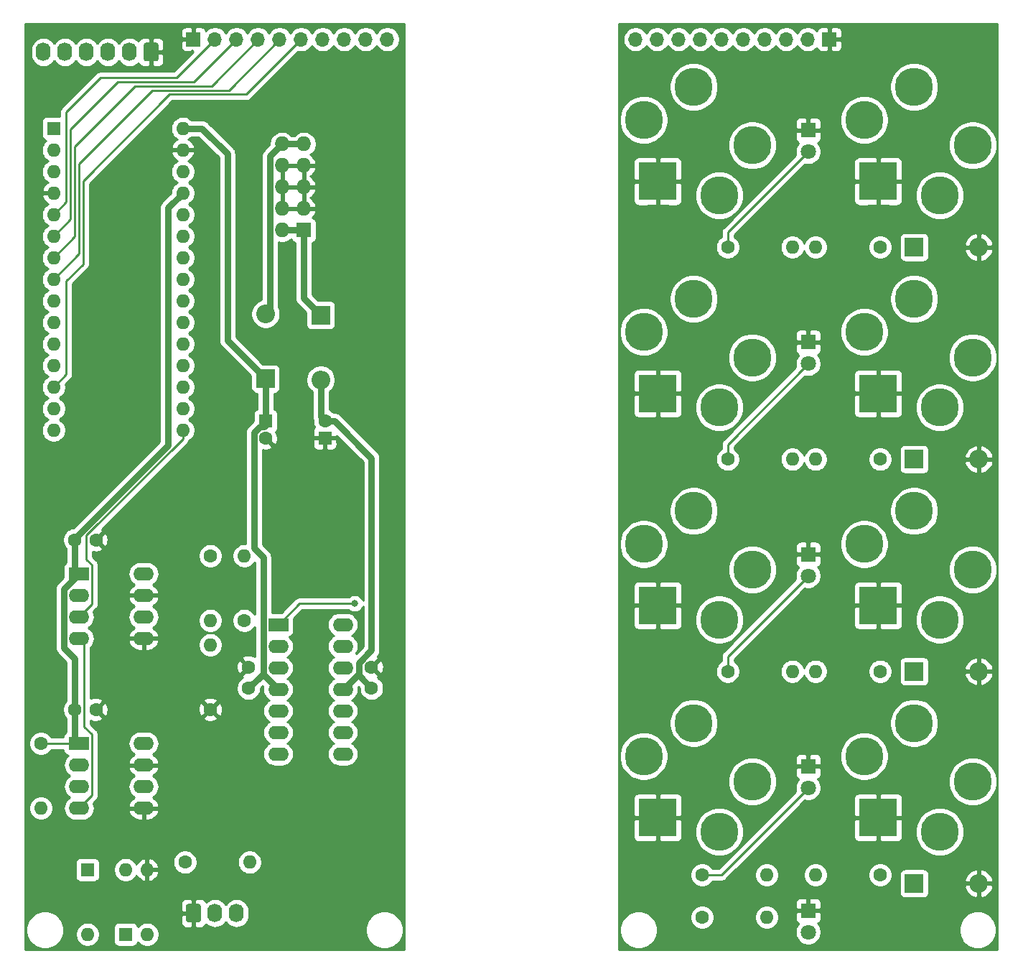
<source format=gbr>
%TF.GenerationSoftware,KiCad,Pcbnew,5.1.6-c6e7f7d~87~ubuntu20.04.1*%
%TF.CreationDate,2020-10-30T18:00:46-04:00*%
%TF.ProjectId,midi2cv_ao,6d696469-3263-4765-9f61-6f2e6b696361,rev?*%
%TF.SameCoordinates,Original*%
%TF.FileFunction,Copper,L2,Bot*%
%TF.FilePolarity,Positive*%
%FSLAX46Y46*%
G04 Gerber Fmt 4.6, Leading zero omitted, Abs format (unit mm)*
G04 Created by KiCad (PCBNEW 5.1.6-c6e7f7d~87~ubuntu20.04.1) date 2020-10-30 18:00:46*
%MOMM*%
%LPD*%
G01*
G04 APERTURE LIST*
%TA.AperFunction,ComponentPad*%
%ADD10R,2.400000X1.600000*%
%TD*%
%TA.AperFunction,ComponentPad*%
%ADD11O,2.400000X1.600000*%
%TD*%
%TA.AperFunction,ComponentPad*%
%ADD12O,1.740000X2.190000*%
%TD*%
%TA.AperFunction,ComponentPad*%
%ADD13R,1.600000X1.600000*%
%TD*%
%TA.AperFunction,ComponentPad*%
%ADD14O,1.600000X1.600000*%
%TD*%
%TA.AperFunction,ComponentPad*%
%ADD15C,1.600000*%
%TD*%
%TA.AperFunction,ComponentPad*%
%ADD16R,1.700000X1.700000*%
%TD*%
%TA.AperFunction,ComponentPad*%
%ADD17O,1.700000X1.700000*%
%TD*%
%TA.AperFunction,ComponentPad*%
%ADD18C,4.500000*%
%TD*%
%TA.AperFunction,ComponentPad*%
%ADD19R,4.500001X4.500001*%
%TD*%
%TA.AperFunction,ComponentPad*%
%ADD20C,4.500001*%
%TD*%
%TA.AperFunction,ComponentPad*%
%ADD21R,1.727200X1.727200*%
%TD*%
%TA.AperFunction,ComponentPad*%
%ADD22O,1.727200X1.727200*%
%TD*%
%TA.AperFunction,ComponentPad*%
%ADD23O,2.200000X2.200000*%
%TD*%
%TA.AperFunction,ComponentPad*%
%ADD24R,2.200000X2.200000*%
%TD*%
%TA.AperFunction,ComponentPad*%
%ADD25C,1.800000*%
%TD*%
%TA.AperFunction,ComponentPad*%
%ADD26R,1.800000X1.800000*%
%TD*%
%TA.AperFunction,ViaPad*%
%ADD27C,0.800000*%
%TD*%
%TA.AperFunction,Conductor*%
%ADD28C,0.750000*%
%TD*%
%TA.AperFunction,Conductor*%
%ADD29C,0.250000*%
%TD*%
%TA.AperFunction,Conductor*%
%ADD30C,0.254000*%
%TD*%
G04 APERTURE END LIST*
D10*
%TO.P,IC1,1*%
%TO.N,/NOTE_A*%
X70500000Y-136500000D03*
D11*
%TO.P,IC1,8*%
%TO.N,/PITCH_BEND_A*%
X78120000Y-151740000D03*
%TO.P,IC1,2*%
%TO.N,Net-(IC1-Pad2)*%
X70500000Y-139040000D03*
%TO.P,IC1,9*%
%TO.N,/PITCH_BEND_A*%
X78120000Y-149200000D03*
%TO.P,IC1,3*%
%TO.N,Net-(DAC2-Pad8)*%
X70500000Y-141580000D03*
%TO.P,IC1,10*%
%TO.N,Net-(DAC1-Pad8)*%
X78120000Y-146660000D03*
%TO.P,IC1,4*%
%TO.N,+12V*%
X70500000Y-144120000D03*
%TO.P,IC1,11*%
%TO.N,-12V*%
X78120000Y-144120000D03*
%TO.P,IC1,5*%
%TO.N,Net-(DAC2-Pad6)*%
X70500000Y-146660000D03*
%TO.P,IC1,12*%
%TO.N,Net-(DAC1-Pad6)*%
X78120000Y-141580000D03*
%TO.P,IC1,6*%
%TO.N,/VELOCITY_A*%
X70500000Y-149200000D03*
%TO.P,IC1,13*%
%TO.N,/CONTROL_A*%
X78120000Y-139040000D03*
%TO.P,IC1,7*%
%TO.N,/VELOCITY_A*%
X70500000Y-151740000D03*
%TO.P,IC1,14*%
%TO.N,/CONTROL_A*%
X78120000Y-136500000D03*
%TD*%
D12*
%TO.P,J3,6*%
%TO.N,/BUT*%
X42800000Y-69000000D03*
%TO.P,J3,5*%
%TO.N,/PROG_LED1*%
X45340000Y-69000000D03*
%TO.P,J3,4*%
%TO.N,/PROG_LED2*%
X47880000Y-69000000D03*
%TO.P,J3,3*%
%TO.N,/SW1*%
X50420000Y-69000000D03*
%TO.P,J3,2*%
%TO.N,/SW3*%
X52960000Y-69000000D03*
%TO.P,J3,1*%
%TO.N,GND*%
%TA.AperFunction,ComponentPad*%
G36*
G01*
X56370000Y-68154999D02*
X56370000Y-69845001D01*
G75*
G02*
X56120001Y-70095000I-249999J0D01*
G01*
X54879999Y-70095000D01*
G75*
G02*
X54630000Y-69845001I0J249999D01*
G01*
X54630000Y-68154999D01*
G75*
G02*
X54879999Y-67905000I249999J0D01*
G01*
X56120001Y-67905000D01*
G75*
G02*
X56370000Y-68154999I0J-249999D01*
G01*
G37*
%TD.AperFunction*%
%TD*%
D13*
%TO.P,A1,1*%
%TO.N,Net-(A1-Pad1)*%
X44000000Y-78000000D03*
D14*
%TO.P,A1,17*%
%TO.N,Net-(A1-Pad17)*%
X59240000Y-111020000D03*
%TO.P,A1,2*%
%TO.N,/RX0*%
X44000000Y-80540000D03*
%TO.P,A1,18*%
%TO.N,Net-(A1-Pad18)*%
X59240000Y-108480000D03*
%TO.P,A1,3*%
%TO.N,Net-(A1-Pad3)*%
X44000000Y-83080000D03*
%TO.P,A1,19*%
%TO.N,/SW3*%
X59240000Y-105940000D03*
%TO.P,A1,4*%
%TO.N,GND*%
X44000000Y-85620000D03*
%TO.P,A1,20*%
%TO.N,/SW1*%
X59240000Y-103400000D03*
%TO.P,A1,5*%
%TO.N,/GATE_A*%
X44000000Y-88160000D03*
%TO.P,A1,21*%
%TO.N,/BUT*%
X59240000Y-100860000D03*
%TO.P,A1,6*%
%TO.N,/TRIGGER_A*%
X44000000Y-90700000D03*
%TO.P,A1,22*%
%TO.N,/PROG_LED1*%
X59240000Y-98320000D03*
%TO.P,A1,7*%
%TO.N,/CLOCK_A*%
X44000000Y-93240000D03*
%TO.P,A1,23*%
%TO.N,/PROG_LED2*%
X59240000Y-95780000D03*
%TO.P,A1,8*%
%TO.N,/CLOCK_4_A*%
X44000000Y-95780000D03*
%TO.P,A1,24*%
%TO.N,Net-(A1-Pad24)*%
X59240000Y-93240000D03*
%TO.P,A1,9*%
%TO.N,Net-(A1-Pad9)*%
X44000000Y-98320000D03*
%TO.P,A1,25*%
%TO.N,Net-(A1-Pad25)*%
X59240000Y-90700000D03*
%TO.P,A1,10*%
%TO.N,Net-(A1-Pad10)*%
X44000000Y-100860000D03*
%TO.P,A1,26*%
%TO.N,Net-(A1-Pad26)*%
X59240000Y-88160000D03*
%TO.P,A1,11*%
%TO.N,/DAC1_SEL*%
X44000000Y-103400000D03*
%TO.P,A1,27*%
%TO.N,+5V*%
X59240000Y-85620000D03*
%TO.P,A1,12*%
%TO.N,/DAC2_SEL*%
X44000000Y-105940000D03*
%TO.P,A1,28*%
%TO.N,Net-(A1-Pad28)*%
X59240000Y-83080000D03*
%TO.P,A1,13*%
%TO.N,/MIDI_LED_A*%
X44000000Y-108480000D03*
%TO.P,A1,29*%
%TO.N,GND*%
X59240000Y-80540000D03*
%TO.P,A1,14*%
%TO.N,/SDI*%
X44000000Y-111020000D03*
%TO.P,A1,30*%
%TO.N,+12V*%
X59240000Y-78000000D03*
%TO.P,A1,15*%
%TO.N,Net-(A1-Pad15)*%
X44000000Y-113560000D03*
%TO.P,A1,16*%
%TO.N,/SCK*%
X59240000Y-113560000D03*
%TD*%
D15*
%TO.P,R5,1*%
%TO.N,/NOTE_A*%
X66500000Y-136000000D03*
D14*
%TO.P,R5,2*%
%TO.N,Net-(R4-Pad1)*%
X66500000Y-128380000D03*
%TD*%
D15*
%TO.P,R4,1*%
%TO.N,Net-(R4-Pad1)*%
X62500000Y-128380000D03*
D14*
%TO.P,R4,2*%
%TO.N,Net-(IC1-Pad2)*%
X62500000Y-136000000D03*
%TD*%
D15*
%TO.P,R3,1*%
%TO.N,GND*%
X62500000Y-146500000D03*
D14*
%TO.P,R3,2*%
%TO.N,Net-(IC1-Pad2)*%
X62500000Y-138880000D03*
%TD*%
D16*
%TO.P,J8,1*%
%TO.N,GND1*%
X135500000Y-67500000D03*
D17*
%TO.P,J8,2*%
%TO.N,Net-(J8-Pad2)*%
X132960000Y-67500000D03*
%TO.P,J8,3*%
%TO.N,Net-(J8-Pad3)*%
X130420000Y-67500000D03*
%TO.P,J8,4*%
%TO.N,Net-(J8-Pad4)*%
X127880000Y-67500000D03*
%TO.P,J8,5*%
%TO.N,Net-(J8-Pad5)*%
X125340000Y-67500000D03*
%TO.P,J8,6*%
%TO.N,Net-(J8-Pad6)*%
X122800000Y-67500000D03*
%TO.P,J8,7*%
%TO.N,/Panel components/VELOCITY*%
X120260000Y-67500000D03*
%TO.P,J8,8*%
%TO.N,/Panel components/PITCH_BEND*%
X117720000Y-67500000D03*
%TO.P,J8,9*%
%TO.N,/Panel components/CONTROL*%
X115180000Y-67500000D03*
%TO.P,J8,10*%
%TO.N,/Panel components/NOTE*%
X112640000Y-67500000D03*
%TD*%
D16*
%TO.P,J4,1*%
%TO.N,GND*%
X60500000Y-67500000D03*
D17*
%TO.P,J4,2*%
%TO.N,/GATE_A*%
X63040000Y-67500000D03*
%TO.P,J4,3*%
%TO.N,/TRIGGER_A*%
X65580000Y-67500000D03*
%TO.P,J4,4*%
%TO.N,/CLOCK_A*%
X68120000Y-67500000D03*
%TO.P,J4,5*%
%TO.N,/CLOCK_4_A*%
X70660000Y-67500000D03*
%TO.P,J4,6*%
%TO.N,/MIDI_LED_A*%
X73200000Y-67500000D03*
%TO.P,J4,7*%
%TO.N,/VELOCITY_A*%
X75740000Y-67500000D03*
%TO.P,J4,8*%
%TO.N,/PITCH_BEND_A*%
X78280000Y-67500000D03*
%TO.P,J4,9*%
%TO.N,/CONTROL_A*%
X80820000Y-67500000D03*
%TO.P,J4,10*%
%TO.N,/NOTE_A*%
X83360000Y-67500000D03*
%TD*%
D12*
%TO.P,J1,3*%
%TO.N,/MIDI2*%
X65580000Y-170500000D03*
%TO.P,J1,2*%
%TO.N,/MIDI4*%
X63040000Y-170500000D03*
%TO.P,J1,1*%
%TO.N,GND*%
%TA.AperFunction,ComponentPad*%
G36*
G01*
X59630000Y-171345001D02*
X59630000Y-169654999D01*
G75*
G02*
X59879999Y-169405000I249999J0D01*
G01*
X61120001Y-169405000D01*
G75*
G02*
X61370000Y-169654999I0J-249999D01*
G01*
X61370000Y-171345001D01*
G75*
G02*
X61120001Y-171595000I-249999J0D01*
G01*
X59879999Y-171595000D01*
G75*
G02*
X59630000Y-171345001I0J249999D01*
G01*
G37*
%TD.AperFunction*%
%TD*%
D15*
%TO.P,R6,1*%
%TO.N,Net-(D5-Pad2)*%
X120500000Y-171000000D03*
D14*
%TO.P,R6,2*%
%TO.N,Net-(J8-Pad6)*%
X128120000Y-171000000D03*
%TD*%
D15*
%TO.P,R14,1*%
%TO.N,Net-(D9-Pad2)*%
X123500000Y-92000000D03*
D14*
%TO.P,R14,2*%
%TO.N,Net-(J8-Pad2)*%
X131120000Y-92000000D03*
%TD*%
D15*
%TO.P,R12,1*%
%TO.N,Net-(D8-Pad2)*%
X123500000Y-117000000D03*
D14*
%TO.P,R12,2*%
%TO.N,Net-(J8-Pad3)*%
X131120000Y-117000000D03*
%TD*%
D15*
%TO.P,R8,1*%
%TO.N,Net-(D6-Pad2)*%
X120500000Y-166000000D03*
D14*
%TO.P,R8,2*%
%TO.N,Net-(J8-Pad5)*%
X128120000Y-166000000D03*
%TD*%
D18*
%TO.P,J12,T*%
%TO.N,/Panel components/VELOCITY*%
X119500000Y-98100000D03*
D19*
%TO.P,J12,S*%
%TO.N,GND1*%
X115260000Y-109240000D03*
D20*
%TO.P,J12,R*%
%TO.N,N/C*%
X126400000Y-105000000D03*
D18*
%TO.P,J12,TN*%
X113600000Y-102000000D03*
D20*
%TO.P,J12,RN*%
X122500000Y-110900000D03*
%TD*%
D18*
%TO.P,J9,T*%
%TO.N,/Panel components/NOTE*%
X119500000Y-73100000D03*
D19*
%TO.P,J9,S*%
%TO.N,GND1*%
X115260000Y-84240000D03*
D20*
%TO.P,J9,R*%
%TO.N,N/C*%
X126400000Y-80000000D03*
D18*
%TO.P,J9,TN*%
X113600000Y-77000000D03*
D20*
%TO.P,J9,RN*%
X122500000Y-85900000D03*
%TD*%
D18*
%TO.P,J10,T*%
%TO.N,/Panel components/CONTROL*%
X119500000Y-148100000D03*
D19*
%TO.P,J10,S*%
%TO.N,GND1*%
X115260000Y-159240000D03*
D20*
%TO.P,J10,R*%
%TO.N,N/C*%
X126400000Y-155000000D03*
D18*
%TO.P,J10,TN*%
X113600000Y-152000000D03*
D20*
%TO.P,J10,RN*%
X122500000Y-160900000D03*
%TD*%
D18*
%TO.P,J11,T*%
%TO.N,/Panel components/PITCH_BEND*%
X119500000Y-123100000D03*
D19*
%TO.P,J11,S*%
%TO.N,GND1*%
X115260000Y-134240000D03*
D20*
%TO.P,J11,R*%
%TO.N,N/C*%
X126400000Y-130000000D03*
D18*
%TO.P,J11,TN*%
X113600000Y-127000000D03*
D20*
%TO.P,J11,RN*%
X122500000Y-135900000D03*
%TD*%
D15*
%TO.P,R13,1*%
%TO.N,/Panel components/GATE*%
X141500000Y-92000000D03*
D14*
%TO.P,R13,2*%
%TO.N,Net-(J8-Pad2)*%
X133880000Y-92000000D03*
%TD*%
D15*
%TO.P,R11,1*%
%TO.N,/Panel components/TRIGGER*%
X141500000Y-117000000D03*
D14*
%TO.P,R11,2*%
%TO.N,Net-(J8-Pad3)*%
X133880000Y-117000000D03*
%TD*%
D15*
%TO.P,R7,1*%
%TO.N,/Panel components/CLOCK_4*%
X141500000Y-166000000D03*
D14*
%TO.P,R7,2*%
%TO.N,Net-(J8-Pad5)*%
X133880000Y-166000000D03*
%TD*%
D15*
%TO.P,R10,1*%
%TO.N,Net-(D7-Pad2)*%
X123500000Y-142000000D03*
D14*
%TO.P,R10,2*%
%TO.N,Net-(J8-Pad4)*%
X131120000Y-142000000D03*
%TD*%
D15*
%TO.P,R9,1*%
%TO.N,/Panel components/CLOCK*%
X141500000Y-142000000D03*
D14*
%TO.P,R9,2*%
%TO.N,Net-(J8-Pad4)*%
X133880000Y-142000000D03*
%TD*%
%TO.P,R1,2*%
%TO.N,/MIDI2*%
X67120000Y-164500000D03*
D15*
%TO.P,R1,1*%
%TO.N,Net-(D3-Pad1)*%
X59500000Y-164500000D03*
%TD*%
D14*
%TO.P,R2,2*%
%TO.N,/RX0*%
X42500000Y-158120000D03*
D15*
%TO.P,R2,1*%
%TO.N,+5V*%
X42500000Y-150500000D03*
%TD*%
D14*
%TO.P,OK1,4*%
%TO.N,/RX0*%
X52500000Y-165380000D03*
%TO.P,OK1,2*%
%TO.N,/MIDI4*%
X55040000Y-173000000D03*
%TO.P,OK1,3*%
%TO.N,GND*%
X55040000Y-165380000D03*
D13*
%TO.P,OK1,1*%
%TO.N,Net-(D3-Pad1)*%
X52500000Y-173000000D03*
%TD*%
D18*
%TO.P,J16,T*%
%TO.N,/Panel components/GATE*%
X145500000Y-73100000D03*
D19*
%TO.P,J16,S*%
%TO.N,GND1*%
X141260000Y-84240000D03*
D20*
%TO.P,J16,R*%
%TO.N,N/C*%
X152400000Y-80000000D03*
D18*
%TO.P,J16,TN*%
X139600000Y-77000000D03*
D20*
%TO.P,J16,RN*%
X148500000Y-85900000D03*
%TD*%
D18*
%TO.P,J15,T*%
%TO.N,/Panel components/TRIGGER*%
X145500000Y-98100000D03*
D19*
%TO.P,J15,S*%
%TO.N,GND1*%
X141260000Y-109240000D03*
D20*
%TO.P,J15,R*%
%TO.N,N/C*%
X152400000Y-105000000D03*
D18*
%TO.P,J15,TN*%
X139600000Y-102000000D03*
D20*
%TO.P,J15,RN*%
X148500000Y-110900000D03*
%TD*%
D18*
%TO.P,J13,T*%
%TO.N,/Panel components/CLOCK_4*%
X145500000Y-148100000D03*
D19*
%TO.P,J13,S*%
%TO.N,GND1*%
X141260000Y-159240000D03*
D20*
%TO.P,J13,R*%
%TO.N,N/C*%
X152400000Y-155000000D03*
D18*
%TO.P,J13,TN*%
X139600000Y-152000000D03*
D20*
%TO.P,J13,RN*%
X148500000Y-160900000D03*
%TD*%
D18*
%TO.P,J14,T*%
%TO.N,/Panel components/CLOCK*%
X145500000Y-123100000D03*
D19*
%TO.P,J14,S*%
%TO.N,GND1*%
X141260000Y-134240000D03*
D20*
%TO.P,J14,R*%
%TO.N,N/C*%
X152400000Y-130000000D03*
D18*
%TO.P,J14,TN*%
X139600000Y-127000000D03*
D20*
%TO.P,J14,RN*%
X148500000Y-135900000D03*
%TD*%
D21*
%TO.P,J2,1*%
%TO.N,Net-(D2-Pad1)*%
X73500000Y-90000000D03*
D22*
%TO.P,J2,2*%
X70960000Y-90000000D03*
%TO.P,J2,3*%
%TO.N,GND*%
X73500000Y-87460000D03*
%TO.P,J2,4*%
X70960000Y-87460000D03*
%TO.P,J2,5*%
X73500000Y-84920000D03*
%TO.P,J2,6*%
X70960000Y-84920000D03*
%TO.P,J2,7*%
X73500000Y-82380000D03*
%TO.P,J2,8*%
X70960000Y-82380000D03*
%TO.P,J2,9*%
%TO.N,Net-(D1-Pad2)*%
X73500000Y-79840000D03*
%TO.P,J2,10*%
X70960000Y-79840000D03*
%TD*%
D11*
%TO.P,DAC1,8*%
%TO.N,Net-(DAC1-Pad8)*%
X54620000Y-150500000D03*
%TO.P,DAC1,4*%
%TO.N,/SDI*%
X47000000Y-158120000D03*
%TO.P,DAC1,7*%
%TO.N,GND*%
X54620000Y-153040000D03*
%TO.P,DAC1,3*%
%TO.N,/SCK*%
X47000000Y-155580000D03*
%TO.P,DAC1,6*%
%TO.N,Net-(DAC1-Pad6)*%
X54620000Y-155580000D03*
%TO.P,DAC1,2*%
%TO.N,/DAC2_SEL*%
X47000000Y-153040000D03*
%TO.P,DAC1,5*%
%TO.N,GND*%
X54620000Y-158120000D03*
D10*
%TO.P,DAC1,1*%
%TO.N,+5V*%
X47000000Y-150500000D03*
%TD*%
D11*
%TO.P,DAC2,8*%
%TO.N,Net-(DAC2-Pad8)*%
X54620000Y-130500000D03*
%TO.P,DAC2,4*%
%TO.N,/SDI*%
X47000000Y-138120000D03*
%TO.P,DAC2,7*%
%TO.N,GND*%
X54620000Y-133040000D03*
%TO.P,DAC2,3*%
%TO.N,/SCK*%
X47000000Y-135580000D03*
%TO.P,DAC2,6*%
%TO.N,Net-(DAC2-Pad6)*%
X54620000Y-135580000D03*
%TO.P,DAC2,2*%
%TO.N,/DAC1_SEL*%
X47000000Y-133040000D03*
%TO.P,DAC2,5*%
%TO.N,GND*%
X54620000Y-138120000D03*
D10*
%TO.P,DAC2,1*%
%TO.N,+5V*%
X47000000Y-130500000D03*
%TD*%
D23*
%TO.P,D13,2*%
%TO.N,GND1*%
X153120000Y-92000000D03*
D24*
%TO.P,D13,1*%
%TO.N,/Panel components/GATE*%
X145500000Y-92000000D03*
%TD*%
D23*
%TO.P,D12,2*%
%TO.N,GND1*%
X153120000Y-117000000D03*
D24*
%TO.P,D12,1*%
%TO.N,/Panel components/TRIGGER*%
X145500000Y-117000000D03*
%TD*%
D23*
%TO.P,D10,2*%
%TO.N,GND1*%
X153120000Y-167000000D03*
D24*
%TO.P,D10,1*%
%TO.N,/Panel components/CLOCK_4*%
X145500000Y-167000000D03*
%TD*%
D23*
%TO.P,D11,2*%
%TO.N,GND1*%
X153120000Y-142000000D03*
D24*
%TO.P,D11,1*%
%TO.N,/Panel components/CLOCK*%
X145500000Y-142000000D03*
%TD*%
D25*
%TO.P,D5,2*%
%TO.N,Net-(D5-Pad2)*%
X133000000Y-172740000D03*
D26*
%TO.P,D5,1*%
%TO.N,GND1*%
X133000000Y-170200000D03*
%TD*%
D25*
%TO.P,D9,2*%
%TO.N,Net-(D9-Pad2)*%
X133000000Y-80740000D03*
D26*
%TO.P,D9,1*%
%TO.N,GND1*%
X133000000Y-78200000D03*
%TD*%
D25*
%TO.P,D8,2*%
%TO.N,Net-(D8-Pad2)*%
X133000000Y-105740000D03*
D26*
%TO.P,D8,1*%
%TO.N,GND1*%
X133000000Y-103200000D03*
%TD*%
D25*
%TO.P,D6,2*%
%TO.N,Net-(D6-Pad2)*%
X133000000Y-155740000D03*
D26*
%TO.P,D6,1*%
%TO.N,GND1*%
X133000000Y-153200000D03*
%TD*%
D25*
%TO.P,D7,2*%
%TO.N,Net-(D7-Pad2)*%
X133000000Y-130740000D03*
D26*
%TO.P,D7,1*%
%TO.N,GND1*%
X133000000Y-128200000D03*
%TD*%
D24*
%TO.P,D2,1*%
%TO.N,Net-(D2-Pad1)*%
X75500000Y-100000000D03*
D23*
%TO.P,D2,2*%
%TO.N,-12V*%
X75500000Y-107620000D03*
%TD*%
D24*
%TO.P,D1,1*%
%TO.N,+12V*%
X69000000Y-107500000D03*
D23*
%TO.P,D1,2*%
%TO.N,Net-(D1-Pad2)*%
X69000000Y-99880000D03*
%TD*%
D13*
%TO.P,D3,1*%
%TO.N,Net-(D3-Pad1)*%
X48000000Y-165380000D03*
D14*
%TO.P,D3,2*%
%TO.N,/MIDI4*%
X48000000Y-173000000D03*
%TD*%
D15*
%TO.P,C4,2*%
%TO.N,-12V*%
X81500000Y-144000000D03*
%TO.P,C4,1*%
%TO.N,GND*%
X81500000Y-141500000D03*
%TD*%
D13*
%TO.P,C2,1*%
%TO.N,GND*%
X76000000Y-114500000D03*
D15*
%TO.P,C2,2*%
%TO.N,-12V*%
X76000000Y-112500000D03*
%TD*%
D13*
%TO.P,C1,1*%
%TO.N,+12V*%
X69000000Y-112500000D03*
D15*
%TO.P,C1,2*%
%TO.N,GND*%
X69000000Y-114500000D03*
%TD*%
%TO.P,C5,2*%
%TO.N,GND*%
X49000000Y-146500000D03*
%TO.P,C5,1*%
%TO.N,+5V*%
X46500000Y-146500000D03*
%TD*%
%TO.P,C6,2*%
%TO.N,GND*%
X49000000Y-126500000D03*
%TO.P,C6,1*%
%TO.N,+5V*%
X46500000Y-126500000D03*
%TD*%
%TO.P,C3,2*%
%TO.N,GND*%
X67000000Y-141500000D03*
%TO.P,C3,1*%
%TO.N,+12V*%
X67000000Y-144000000D03*
%TD*%
D27*
%TO.N,/NOTE_A*%
X79500000Y-134000000D03*
%TD*%
D28*
%TO.N,+12V*%
X69000000Y-107500000D02*
X69000000Y-112500000D01*
X70380000Y-144000000D02*
X70500000Y-144120000D01*
X64500000Y-81000000D02*
X61500000Y-78000000D01*
X64500000Y-103000000D02*
X64500000Y-81000000D01*
X61500000Y-78000000D02*
X59240000Y-78000000D01*
X69000000Y-107500000D02*
X64500000Y-103000000D01*
X68724990Y-142344990D02*
X70500000Y-144120000D01*
X67624999Y-127469997D02*
X68724990Y-128569988D01*
X67624999Y-113839999D02*
X67624999Y-127469997D01*
X68339999Y-113124999D02*
X67624999Y-113839999D01*
X68724990Y-128569988D02*
X68724990Y-142344990D01*
X68875001Y-113124999D02*
X68339999Y-113124999D01*
X69000000Y-113000000D02*
X68875001Y-113124999D01*
X69000000Y-112500000D02*
X69000000Y-113000000D01*
X68655010Y-142344990D02*
X68724990Y-142344990D01*
X67000000Y-144000000D02*
X68655010Y-142344990D01*
%TO.N,+5V*%
X46500000Y-150000000D02*
X47000000Y-150500000D01*
X46500000Y-146500000D02*
X46500000Y-150000000D01*
X46500000Y-130000000D02*
X47000000Y-130500000D01*
X46500000Y-126500000D02*
X46500000Y-130000000D01*
D29*
X42500000Y-150500000D02*
X47000000Y-150500000D01*
D28*
X46500000Y-140500000D02*
X46500000Y-146500000D01*
X45224990Y-139224990D02*
X46500000Y-140500000D01*
X45224990Y-132275010D02*
X45224990Y-139224990D01*
X47000000Y-130500000D02*
X45224990Y-132275010D01*
X46500000Y-126345033D02*
X46500000Y-126500000D01*
X57500000Y-115345033D02*
X46500000Y-126345033D01*
X57500000Y-87360000D02*
X57500000Y-115345033D01*
X59240000Y-85620000D02*
X57500000Y-87360000D01*
%TO.N,-12V*%
X75500000Y-112000000D02*
X76000000Y-112500000D01*
X75500000Y-107620000D02*
X75500000Y-112000000D01*
X79895010Y-142344990D02*
X78120000Y-144120000D01*
X80000000Y-142240000D02*
X79895010Y-142344990D01*
X80000000Y-141000000D02*
X80000000Y-142240000D01*
X81500000Y-139500000D02*
X80000000Y-141000000D01*
X77131370Y-112500000D02*
X81500000Y-116868630D01*
X81500000Y-116868630D02*
X81500000Y-139500000D01*
X76000000Y-112500000D02*
X77131370Y-112500000D01*
X81500000Y-143949980D02*
X81500000Y-144000000D01*
X79895010Y-142344990D02*
X81500000Y-143949980D01*
D29*
%TO.N,Net-(D6-Pad2)*%
X122740000Y-166000000D02*
X133000000Y-155740000D01*
X120500000Y-166000000D02*
X122740000Y-166000000D01*
%TO.N,Net-(D7-Pad2)*%
X123500000Y-140240000D02*
X133000000Y-130740000D01*
X123500000Y-142000000D02*
X123500000Y-140240000D01*
%TO.N,Net-(D8-Pad2)*%
X123500000Y-115240000D02*
X133000000Y-105740000D01*
X123500000Y-117000000D02*
X123500000Y-115240000D01*
%TO.N,Net-(D9-Pad2)*%
X123500000Y-90240000D02*
X133000000Y-80740000D01*
X123500000Y-92000000D02*
X123500000Y-90240000D01*
%TO.N,/SCK*%
X47000000Y-155340685D02*
X47000000Y-155580000D01*
X48525010Y-134054990D02*
X47000000Y-135580000D01*
X47874999Y-128789997D02*
X48525010Y-129440008D01*
X47874999Y-125959999D02*
X47874999Y-128789997D01*
X48525010Y-129440008D02*
X48525010Y-134054990D01*
X59240000Y-114594998D02*
X47874999Y-125959999D01*
X59240000Y-113560000D02*
X59240000Y-114594998D01*
%TO.N,/SDI*%
X48525001Y-156594999D02*
X47000000Y-158120000D01*
X48525001Y-149439999D02*
X48525001Y-156594999D01*
X47625001Y-148539999D02*
X48525001Y-149439999D01*
X47625001Y-138745001D02*
X47625001Y-148539999D01*
X47000000Y-138120000D02*
X47625001Y-138745001D01*
%TO.N,/MIDI_LED_A*%
X57700000Y-74000000D02*
X66700000Y-74000000D01*
X47500000Y-84200000D02*
X57700000Y-74000000D01*
X66700000Y-74000000D02*
X73200000Y-67500000D01*
X47500000Y-94000000D02*
X47500000Y-84200000D01*
X45500000Y-96000000D02*
X47500000Y-94000000D01*
X45500000Y-106980000D02*
X45500000Y-96000000D01*
X44000000Y-108480000D02*
X45500000Y-106980000D01*
%TO.N,/CLOCK_A*%
X62620000Y-73000000D02*
X68120000Y-67500000D01*
X46500000Y-80120000D02*
X53620000Y-73000000D01*
X53620000Y-73000000D02*
X62620000Y-73000000D01*
X46500000Y-90740000D02*
X46500000Y-80120000D01*
X44000000Y-93240000D02*
X46500000Y-90740000D01*
%TO.N,/CLOCK_4_A*%
X64660000Y-73500000D02*
X70660000Y-67500000D01*
X55660000Y-73500000D02*
X64660000Y-73500000D01*
X47000000Y-82160000D02*
X55660000Y-73500000D01*
X47000000Y-92780000D02*
X47000000Y-82160000D01*
X44000000Y-95780000D02*
X47000000Y-92780000D01*
%TO.N,/TRIGGER_A*%
X60580000Y-72500000D02*
X65580000Y-67500000D01*
X51580000Y-72500000D02*
X60580000Y-72500000D01*
X46000000Y-78080000D02*
X51580000Y-72500000D01*
X46000000Y-88700000D02*
X46000000Y-78080000D01*
X44000000Y-90700000D02*
X46000000Y-88700000D01*
%TO.N,/GATE_A*%
X58500000Y-72000000D02*
X63000000Y-67500000D01*
X49540000Y-72000000D02*
X58500000Y-72000000D01*
X63000000Y-67500000D02*
X63040000Y-67500000D01*
X45500000Y-76040000D02*
X49540000Y-72000000D01*
X45500000Y-86660000D02*
X45500000Y-76040000D01*
X44000000Y-88160000D02*
X45500000Y-86660000D01*
%TO.N,/VELOCITY_A*%
X70500000Y-149200000D02*
X70420000Y-149200000D01*
%TO.N,/NOTE_A*%
X73000000Y-134000000D02*
X79500000Y-134000000D01*
X70500000Y-136500000D02*
X73000000Y-134000000D01*
D28*
%TO.N,Net-(D1-Pad2)*%
X73500000Y-79840000D02*
X70960000Y-79840000D01*
X69521399Y-99358601D02*
X69000000Y-99880000D01*
X69521399Y-81278601D02*
X69521399Y-99358601D01*
X70960000Y-79840000D02*
X69521399Y-81278601D01*
%TO.N,Net-(D2-Pad1)*%
X73500000Y-90000000D02*
X70960000Y-90000000D01*
X73500000Y-98000000D02*
X75500000Y-100000000D01*
X73500000Y-90000000D02*
X73500000Y-98000000D01*
%TD*%
D30*
%TO.N,GND1*%
G36*
X155315001Y-174815000D02*
G01*
X110685000Y-174815000D01*
X110685000Y-172279872D01*
X110765000Y-172279872D01*
X110765000Y-172720128D01*
X110850890Y-173151925D01*
X111019369Y-173558669D01*
X111263962Y-173924729D01*
X111575271Y-174236038D01*
X111941331Y-174480631D01*
X112348075Y-174649110D01*
X112779872Y-174735000D01*
X113220128Y-174735000D01*
X113651925Y-174649110D01*
X114058669Y-174480631D01*
X114424729Y-174236038D01*
X114736038Y-173924729D01*
X114980631Y-173558669D01*
X115149110Y-173151925D01*
X115235000Y-172720128D01*
X115235000Y-172279872D01*
X115149110Y-171848075D01*
X114980631Y-171441331D01*
X114736038Y-171075271D01*
X114519432Y-170858665D01*
X119065000Y-170858665D01*
X119065000Y-171141335D01*
X119120147Y-171418574D01*
X119228320Y-171679727D01*
X119385363Y-171914759D01*
X119585241Y-172114637D01*
X119820273Y-172271680D01*
X120081426Y-172379853D01*
X120358665Y-172435000D01*
X120641335Y-172435000D01*
X120918574Y-172379853D01*
X121179727Y-172271680D01*
X121414759Y-172114637D01*
X121614637Y-171914759D01*
X121771680Y-171679727D01*
X121879853Y-171418574D01*
X121935000Y-171141335D01*
X121935000Y-170858665D01*
X126685000Y-170858665D01*
X126685000Y-171141335D01*
X126740147Y-171418574D01*
X126848320Y-171679727D01*
X127005363Y-171914759D01*
X127205241Y-172114637D01*
X127440273Y-172271680D01*
X127701426Y-172379853D01*
X127978665Y-172435000D01*
X128261335Y-172435000D01*
X128538574Y-172379853D01*
X128799727Y-172271680D01*
X129034759Y-172114637D01*
X129234637Y-171914759D01*
X129391680Y-171679727D01*
X129499853Y-171418574D01*
X129555000Y-171141335D01*
X129555000Y-171100000D01*
X131461928Y-171100000D01*
X131474188Y-171224482D01*
X131510498Y-171344180D01*
X131569463Y-171454494D01*
X131648815Y-171551185D01*
X131745506Y-171630537D01*
X131855820Y-171689502D01*
X131874127Y-171695056D01*
X131807688Y-171761495D01*
X131639701Y-172012905D01*
X131523989Y-172292257D01*
X131465000Y-172588816D01*
X131465000Y-172891184D01*
X131523989Y-173187743D01*
X131639701Y-173467095D01*
X131807688Y-173718505D01*
X132021495Y-173932312D01*
X132272905Y-174100299D01*
X132552257Y-174216011D01*
X132848816Y-174275000D01*
X133151184Y-174275000D01*
X133447743Y-174216011D01*
X133727095Y-174100299D01*
X133978505Y-173932312D01*
X134192312Y-173718505D01*
X134360299Y-173467095D01*
X134476011Y-173187743D01*
X134535000Y-172891184D01*
X134535000Y-172588816D01*
X134476011Y-172292257D01*
X134470881Y-172279872D01*
X150765000Y-172279872D01*
X150765000Y-172720128D01*
X150850890Y-173151925D01*
X151019369Y-173558669D01*
X151263962Y-173924729D01*
X151575271Y-174236038D01*
X151941331Y-174480631D01*
X152348075Y-174649110D01*
X152779872Y-174735000D01*
X153220128Y-174735000D01*
X153651925Y-174649110D01*
X154058669Y-174480631D01*
X154424729Y-174236038D01*
X154736038Y-173924729D01*
X154980631Y-173558669D01*
X155149110Y-173151925D01*
X155235000Y-172720128D01*
X155235000Y-172279872D01*
X155149110Y-171848075D01*
X154980631Y-171441331D01*
X154736038Y-171075271D01*
X154424729Y-170763962D01*
X154058669Y-170519369D01*
X153651925Y-170350890D01*
X153220128Y-170265000D01*
X152779872Y-170265000D01*
X152348075Y-170350890D01*
X151941331Y-170519369D01*
X151575271Y-170763962D01*
X151263962Y-171075271D01*
X151019369Y-171441331D01*
X150850890Y-171848075D01*
X150765000Y-172279872D01*
X134470881Y-172279872D01*
X134360299Y-172012905D01*
X134192312Y-171761495D01*
X134125873Y-171695056D01*
X134144180Y-171689502D01*
X134254494Y-171630537D01*
X134351185Y-171551185D01*
X134430537Y-171454494D01*
X134489502Y-171344180D01*
X134525812Y-171224482D01*
X134538072Y-171100000D01*
X134535000Y-170485750D01*
X134376250Y-170327000D01*
X133127000Y-170327000D01*
X133127000Y-170347000D01*
X132873000Y-170347000D01*
X132873000Y-170327000D01*
X131623750Y-170327000D01*
X131465000Y-170485750D01*
X131461928Y-171100000D01*
X129555000Y-171100000D01*
X129555000Y-170858665D01*
X129499853Y-170581426D01*
X129391680Y-170320273D01*
X129234637Y-170085241D01*
X129034759Y-169885363D01*
X128799727Y-169728320D01*
X128538574Y-169620147D01*
X128261335Y-169565000D01*
X127978665Y-169565000D01*
X127701426Y-169620147D01*
X127440273Y-169728320D01*
X127205241Y-169885363D01*
X127005363Y-170085241D01*
X126848320Y-170320273D01*
X126740147Y-170581426D01*
X126685000Y-170858665D01*
X121935000Y-170858665D01*
X121879853Y-170581426D01*
X121771680Y-170320273D01*
X121614637Y-170085241D01*
X121414759Y-169885363D01*
X121179727Y-169728320D01*
X120918574Y-169620147D01*
X120641335Y-169565000D01*
X120358665Y-169565000D01*
X120081426Y-169620147D01*
X119820273Y-169728320D01*
X119585241Y-169885363D01*
X119385363Y-170085241D01*
X119228320Y-170320273D01*
X119120147Y-170581426D01*
X119065000Y-170858665D01*
X114519432Y-170858665D01*
X114424729Y-170763962D01*
X114058669Y-170519369D01*
X113651925Y-170350890D01*
X113220128Y-170265000D01*
X112779872Y-170265000D01*
X112348075Y-170350890D01*
X111941331Y-170519369D01*
X111575271Y-170763962D01*
X111263962Y-171075271D01*
X111019369Y-171441331D01*
X110850890Y-171848075D01*
X110765000Y-172279872D01*
X110685000Y-172279872D01*
X110685000Y-169300000D01*
X131461928Y-169300000D01*
X131465000Y-169914250D01*
X131623750Y-170073000D01*
X132873000Y-170073000D01*
X132873000Y-168823750D01*
X133127000Y-168823750D01*
X133127000Y-170073000D01*
X134376250Y-170073000D01*
X134535000Y-169914250D01*
X134538072Y-169300000D01*
X134525812Y-169175518D01*
X134489502Y-169055820D01*
X134430537Y-168945506D01*
X134351185Y-168848815D01*
X134254494Y-168769463D01*
X134144180Y-168710498D01*
X134024482Y-168674188D01*
X133900000Y-168661928D01*
X133285750Y-168665000D01*
X133127000Y-168823750D01*
X132873000Y-168823750D01*
X132714250Y-168665000D01*
X132100000Y-168661928D01*
X131975518Y-168674188D01*
X131855820Y-168710498D01*
X131745506Y-168769463D01*
X131648815Y-168848815D01*
X131569463Y-168945506D01*
X131510498Y-169055820D01*
X131474188Y-169175518D01*
X131461928Y-169300000D01*
X110685000Y-169300000D01*
X110685000Y-165858665D01*
X119065000Y-165858665D01*
X119065000Y-166141335D01*
X119120147Y-166418574D01*
X119228320Y-166679727D01*
X119385363Y-166914759D01*
X119585241Y-167114637D01*
X119820273Y-167271680D01*
X120081426Y-167379853D01*
X120358665Y-167435000D01*
X120641335Y-167435000D01*
X120918574Y-167379853D01*
X121179727Y-167271680D01*
X121414759Y-167114637D01*
X121614637Y-166914759D01*
X121718043Y-166760000D01*
X122702678Y-166760000D01*
X122740000Y-166763676D01*
X122777322Y-166760000D01*
X122777333Y-166760000D01*
X122888986Y-166749003D01*
X123032247Y-166705546D01*
X123164276Y-166634974D01*
X123280001Y-166540001D01*
X123303804Y-166510997D01*
X123956136Y-165858665D01*
X126685000Y-165858665D01*
X126685000Y-166141335D01*
X126740147Y-166418574D01*
X126848320Y-166679727D01*
X127005363Y-166914759D01*
X127205241Y-167114637D01*
X127440273Y-167271680D01*
X127701426Y-167379853D01*
X127978665Y-167435000D01*
X128261335Y-167435000D01*
X128538574Y-167379853D01*
X128799727Y-167271680D01*
X129034759Y-167114637D01*
X129234637Y-166914759D01*
X129391680Y-166679727D01*
X129499853Y-166418574D01*
X129555000Y-166141335D01*
X129555000Y-165858665D01*
X132445000Y-165858665D01*
X132445000Y-166141335D01*
X132500147Y-166418574D01*
X132608320Y-166679727D01*
X132765363Y-166914759D01*
X132965241Y-167114637D01*
X133200273Y-167271680D01*
X133461426Y-167379853D01*
X133738665Y-167435000D01*
X134021335Y-167435000D01*
X134298574Y-167379853D01*
X134559727Y-167271680D01*
X134794759Y-167114637D01*
X134994637Y-166914759D01*
X135151680Y-166679727D01*
X135259853Y-166418574D01*
X135315000Y-166141335D01*
X135315000Y-165858665D01*
X140065000Y-165858665D01*
X140065000Y-166141335D01*
X140120147Y-166418574D01*
X140228320Y-166679727D01*
X140385363Y-166914759D01*
X140585241Y-167114637D01*
X140820273Y-167271680D01*
X141081426Y-167379853D01*
X141358665Y-167435000D01*
X141641335Y-167435000D01*
X141918574Y-167379853D01*
X142179727Y-167271680D01*
X142414759Y-167114637D01*
X142614637Y-166914759D01*
X142771680Y-166679727D01*
X142879853Y-166418574D01*
X142935000Y-166141335D01*
X142935000Y-165900000D01*
X143761928Y-165900000D01*
X143761928Y-168100000D01*
X143774188Y-168224482D01*
X143810498Y-168344180D01*
X143869463Y-168454494D01*
X143948815Y-168551185D01*
X144045506Y-168630537D01*
X144155820Y-168689502D01*
X144275518Y-168725812D01*
X144400000Y-168738072D01*
X146600000Y-168738072D01*
X146724482Y-168725812D01*
X146844180Y-168689502D01*
X146954494Y-168630537D01*
X147051185Y-168551185D01*
X147130537Y-168454494D01*
X147189502Y-168344180D01*
X147225812Y-168224482D01*
X147238072Y-168100000D01*
X147238072Y-167396122D01*
X151430825Y-167396122D01*
X151495425Y-167609094D01*
X151645469Y-167914329D01*
X151852178Y-168184427D01*
X152107609Y-168409008D01*
X152401946Y-168579442D01*
X152723877Y-168689179D01*
X152993000Y-168571600D01*
X152993000Y-167127000D01*
X153247000Y-167127000D01*
X153247000Y-168571600D01*
X153516123Y-168689179D01*
X153838054Y-168579442D01*
X154132391Y-168409008D01*
X154387822Y-168184427D01*
X154594531Y-167914329D01*
X154744575Y-167609094D01*
X154809175Y-167396122D01*
X154691125Y-167127000D01*
X153247000Y-167127000D01*
X152993000Y-167127000D01*
X151548875Y-167127000D01*
X151430825Y-167396122D01*
X147238072Y-167396122D01*
X147238072Y-166603878D01*
X151430825Y-166603878D01*
X151548875Y-166873000D01*
X152993000Y-166873000D01*
X152993000Y-165428400D01*
X153247000Y-165428400D01*
X153247000Y-166873000D01*
X154691125Y-166873000D01*
X154809175Y-166603878D01*
X154744575Y-166390906D01*
X154594531Y-166085671D01*
X154387822Y-165815573D01*
X154132391Y-165590992D01*
X153838054Y-165420558D01*
X153516123Y-165310821D01*
X153247000Y-165428400D01*
X152993000Y-165428400D01*
X152723877Y-165310821D01*
X152401946Y-165420558D01*
X152107609Y-165590992D01*
X151852178Y-165815573D01*
X151645469Y-166085671D01*
X151495425Y-166390906D01*
X151430825Y-166603878D01*
X147238072Y-166603878D01*
X147238072Y-165900000D01*
X147225812Y-165775518D01*
X147189502Y-165655820D01*
X147130537Y-165545506D01*
X147051185Y-165448815D01*
X146954494Y-165369463D01*
X146844180Y-165310498D01*
X146724482Y-165274188D01*
X146600000Y-165261928D01*
X144400000Y-165261928D01*
X144275518Y-165274188D01*
X144155820Y-165310498D01*
X144045506Y-165369463D01*
X143948815Y-165448815D01*
X143869463Y-165545506D01*
X143810498Y-165655820D01*
X143774188Y-165775518D01*
X143761928Y-165900000D01*
X142935000Y-165900000D01*
X142935000Y-165858665D01*
X142879853Y-165581426D01*
X142771680Y-165320273D01*
X142614637Y-165085241D01*
X142414759Y-164885363D01*
X142179727Y-164728320D01*
X141918574Y-164620147D01*
X141641335Y-164565000D01*
X141358665Y-164565000D01*
X141081426Y-164620147D01*
X140820273Y-164728320D01*
X140585241Y-164885363D01*
X140385363Y-165085241D01*
X140228320Y-165320273D01*
X140120147Y-165581426D01*
X140065000Y-165858665D01*
X135315000Y-165858665D01*
X135259853Y-165581426D01*
X135151680Y-165320273D01*
X134994637Y-165085241D01*
X134794759Y-164885363D01*
X134559727Y-164728320D01*
X134298574Y-164620147D01*
X134021335Y-164565000D01*
X133738665Y-164565000D01*
X133461426Y-164620147D01*
X133200273Y-164728320D01*
X132965241Y-164885363D01*
X132765363Y-165085241D01*
X132608320Y-165320273D01*
X132500147Y-165581426D01*
X132445000Y-165858665D01*
X129555000Y-165858665D01*
X129499853Y-165581426D01*
X129391680Y-165320273D01*
X129234637Y-165085241D01*
X129034759Y-164885363D01*
X128799727Y-164728320D01*
X128538574Y-164620147D01*
X128261335Y-164565000D01*
X127978665Y-164565000D01*
X127701426Y-164620147D01*
X127440273Y-164728320D01*
X127205241Y-164885363D01*
X127005363Y-165085241D01*
X126848320Y-165320273D01*
X126740147Y-165581426D01*
X126685000Y-165858665D01*
X123956136Y-165858665D01*
X128324801Y-161490000D01*
X138371928Y-161490000D01*
X138384188Y-161614482D01*
X138420498Y-161734180D01*
X138479463Y-161844494D01*
X138558815Y-161941185D01*
X138655506Y-162020537D01*
X138765820Y-162079502D01*
X138885518Y-162115812D01*
X139010000Y-162128072D01*
X140974250Y-162125000D01*
X141133000Y-161966250D01*
X141133000Y-159367000D01*
X141387000Y-159367000D01*
X141387000Y-161966250D01*
X141545750Y-162125000D01*
X143510000Y-162128072D01*
X143634482Y-162115812D01*
X143754180Y-162079502D01*
X143864494Y-162020537D01*
X143961185Y-161941185D01*
X144040537Y-161844494D01*
X144099502Y-161734180D01*
X144135812Y-161614482D01*
X144148072Y-161490000D01*
X144146705Y-160615852D01*
X145615000Y-160615852D01*
X145615000Y-161184148D01*
X145725869Y-161741523D01*
X145943346Y-162266560D01*
X146259074Y-162739080D01*
X146660920Y-163140926D01*
X147133440Y-163456654D01*
X147658477Y-163674131D01*
X148215852Y-163785000D01*
X148784148Y-163785000D01*
X149341523Y-163674131D01*
X149866560Y-163456654D01*
X150339080Y-163140926D01*
X150740926Y-162739080D01*
X151056654Y-162266560D01*
X151274131Y-161741523D01*
X151385000Y-161184148D01*
X151385000Y-160615852D01*
X151274131Y-160058477D01*
X151056654Y-159533440D01*
X150740926Y-159060920D01*
X150339080Y-158659074D01*
X149866560Y-158343346D01*
X149341523Y-158125869D01*
X148784148Y-158015000D01*
X148215852Y-158015000D01*
X147658477Y-158125869D01*
X147133440Y-158343346D01*
X146660920Y-158659074D01*
X146259074Y-159060920D01*
X145943346Y-159533440D01*
X145725869Y-160058477D01*
X145615000Y-160615852D01*
X144146705Y-160615852D01*
X144145000Y-159525750D01*
X143986250Y-159367000D01*
X141387000Y-159367000D01*
X141133000Y-159367000D01*
X138533750Y-159367000D01*
X138375000Y-159525750D01*
X138371928Y-161490000D01*
X128324801Y-161490000D01*
X132591070Y-157223731D01*
X132848816Y-157275000D01*
X133151184Y-157275000D01*
X133447743Y-157216011D01*
X133727095Y-157100299D01*
X133892168Y-156990000D01*
X138371928Y-156990000D01*
X138375000Y-158954250D01*
X138533750Y-159113000D01*
X141133000Y-159113000D01*
X141133000Y-156513750D01*
X141387000Y-156513750D01*
X141387000Y-159113000D01*
X143986250Y-159113000D01*
X144145000Y-158954250D01*
X144148072Y-156990000D01*
X144135812Y-156865518D01*
X144099502Y-156745820D01*
X144040537Y-156635506D01*
X143961185Y-156538815D01*
X143864494Y-156459463D01*
X143754180Y-156400498D01*
X143634482Y-156364188D01*
X143510000Y-156351928D01*
X141545750Y-156355000D01*
X141387000Y-156513750D01*
X141133000Y-156513750D01*
X140974250Y-156355000D01*
X139010000Y-156351928D01*
X138885518Y-156364188D01*
X138765820Y-156400498D01*
X138655506Y-156459463D01*
X138558815Y-156538815D01*
X138479463Y-156635506D01*
X138420498Y-156745820D01*
X138384188Y-156865518D01*
X138371928Y-156990000D01*
X133892168Y-156990000D01*
X133978505Y-156932312D01*
X134192312Y-156718505D01*
X134360299Y-156467095D01*
X134476011Y-156187743D01*
X134535000Y-155891184D01*
X134535000Y-155588816D01*
X134476011Y-155292257D01*
X134360299Y-155012905D01*
X134192312Y-154761495D01*
X134125873Y-154695056D01*
X134144180Y-154689502D01*
X134254494Y-154630537D01*
X134351185Y-154551185D01*
X134430537Y-154454494D01*
X134489502Y-154344180D01*
X134525812Y-154224482D01*
X134538072Y-154100000D01*
X134535000Y-153485750D01*
X134376250Y-153327000D01*
X133127000Y-153327000D01*
X133127000Y-153347000D01*
X132873000Y-153347000D01*
X132873000Y-153327000D01*
X131623750Y-153327000D01*
X131465000Y-153485750D01*
X131461928Y-154100000D01*
X131474188Y-154224482D01*
X131510498Y-154344180D01*
X131569463Y-154454494D01*
X131648815Y-154551185D01*
X131745506Y-154630537D01*
X131855820Y-154689502D01*
X131874127Y-154695056D01*
X131807688Y-154761495D01*
X131639701Y-155012905D01*
X131523989Y-155292257D01*
X131465000Y-155588816D01*
X131465000Y-155891184D01*
X131516269Y-156148930D01*
X122425199Y-165240000D01*
X121718043Y-165240000D01*
X121614637Y-165085241D01*
X121414759Y-164885363D01*
X121179727Y-164728320D01*
X120918574Y-164620147D01*
X120641335Y-164565000D01*
X120358665Y-164565000D01*
X120081426Y-164620147D01*
X119820273Y-164728320D01*
X119585241Y-164885363D01*
X119385363Y-165085241D01*
X119228320Y-165320273D01*
X119120147Y-165581426D01*
X119065000Y-165858665D01*
X110685000Y-165858665D01*
X110685000Y-161490000D01*
X112371928Y-161490000D01*
X112384188Y-161614482D01*
X112420498Y-161734180D01*
X112479463Y-161844494D01*
X112558815Y-161941185D01*
X112655506Y-162020537D01*
X112765820Y-162079502D01*
X112885518Y-162115812D01*
X113010000Y-162128072D01*
X114974250Y-162125000D01*
X115133000Y-161966250D01*
X115133000Y-159367000D01*
X115387000Y-159367000D01*
X115387000Y-161966250D01*
X115545750Y-162125000D01*
X117510000Y-162128072D01*
X117634482Y-162115812D01*
X117754180Y-162079502D01*
X117864494Y-162020537D01*
X117961185Y-161941185D01*
X118040537Y-161844494D01*
X118099502Y-161734180D01*
X118135812Y-161614482D01*
X118148072Y-161490000D01*
X118146705Y-160615852D01*
X119615000Y-160615852D01*
X119615000Y-161184148D01*
X119725869Y-161741523D01*
X119943346Y-162266560D01*
X120259074Y-162739080D01*
X120660920Y-163140926D01*
X121133440Y-163456654D01*
X121658477Y-163674131D01*
X122215852Y-163785000D01*
X122784148Y-163785000D01*
X123341523Y-163674131D01*
X123866560Y-163456654D01*
X124339080Y-163140926D01*
X124740926Y-162739080D01*
X125056654Y-162266560D01*
X125274131Y-161741523D01*
X125385000Y-161184148D01*
X125385000Y-160615852D01*
X125274131Y-160058477D01*
X125056654Y-159533440D01*
X124740926Y-159060920D01*
X124339080Y-158659074D01*
X123866560Y-158343346D01*
X123341523Y-158125869D01*
X122784148Y-158015000D01*
X122215852Y-158015000D01*
X121658477Y-158125869D01*
X121133440Y-158343346D01*
X120660920Y-158659074D01*
X120259074Y-159060920D01*
X119943346Y-159533440D01*
X119725869Y-160058477D01*
X119615000Y-160615852D01*
X118146705Y-160615852D01*
X118145000Y-159525750D01*
X117986250Y-159367000D01*
X115387000Y-159367000D01*
X115133000Y-159367000D01*
X112533750Y-159367000D01*
X112375000Y-159525750D01*
X112371928Y-161490000D01*
X110685000Y-161490000D01*
X110685000Y-156990000D01*
X112371928Y-156990000D01*
X112375000Y-158954250D01*
X112533750Y-159113000D01*
X115133000Y-159113000D01*
X115133000Y-156513750D01*
X115387000Y-156513750D01*
X115387000Y-159113000D01*
X117986250Y-159113000D01*
X118145000Y-158954250D01*
X118148072Y-156990000D01*
X118135812Y-156865518D01*
X118099502Y-156745820D01*
X118040537Y-156635506D01*
X117961185Y-156538815D01*
X117864494Y-156459463D01*
X117754180Y-156400498D01*
X117634482Y-156364188D01*
X117510000Y-156351928D01*
X115545750Y-156355000D01*
X115387000Y-156513750D01*
X115133000Y-156513750D01*
X114974250Y-156355000D01*
X113010000Y-156351928D01*
X112885518Y-156364188D01*
X112765820Y-156400498D01*
X112655506Y-156459463D01*
X112558815Y-156538815D01*
X112479463Y-156635506D01*
X112420498Y-156745820D01*
X112384188Y-156865518D01*
X112371928Y-156990000D01*
X110685000Y-156990000D01*
X110685000Y-151715852D01*
X110715000Y-151715852D01*
X110715000Y-152284148D01*
X110825869Y-152841523D01*
X111043346Y-153366560D01*
X111359074Y-153839080D01*
X111760920Y-154240926D01*
X112233440Y-154556654D01*
X112758477Y-154774131D01*
X113315852Y-154885000D01*
X113884148Y-154885000D01*
X114441523Y-154774131D01*
X114582221Y-154715852D01*
X123515000Y-154715852D01*
X123515000Y-155284148D01*
X123625869Y-155841523D01*
X123843346Y-156366560D01*
X124159074Y-156839080D01*
X124560920Y-157240926D01*
X125033440Y-157556654D01*
X125558477Y-157774131D01*
X126115852Y-157885000D01*
X126684148Y-157885000D01*
X127241523Y-157774131D01*
X127766560Y-157556654D01*
X128239080Y-157240926D01*
X128640926Y-156839080D01*
X128956654Y-156366560D01*
X129174131Y-155841523D01*
X129285000Y-155284148D01*
X129285000Y-154715852D01*
X129174131Y-154158477D01*
X128956654Y-153633440D01*
X128640926Y-153160920D01*
X128239080Y-152759074D01*
X127766560Y-152443346D01*
X127420492Y-152300000D01*
X131461928Y-152300000D01*
X131465000Y-152914250D01*
X131623750Y-153073000D01*
X132873000Y-153073000D01*
X132873000Y-151823750D01*
X133127000Y-151823750D01*
X133127000Y-153073000D01*
X134376250Y-153073000D01*
X134535000Y-152914250D01*
X134538072Y-152300000D01*
X134525812Y-152175518D01*
X134489502Y-152055820D01*
X134430537Y-151945506D01*
X134351185Y-151848815D01*
X134254494Y-151769463D01*
X134154197Y-151715852D01*
X136715000Y-151715852D01*
X136715000Y-152284148D01*
X136825869Y-152841523D01*
X137043346Y-153366560D01*
X137359074Y-153839080D01*
X137760920Y-154240926D01*
X138233440Y-154556654D01*
X138758477Y-154774131D01*
X139315852Y-154885000D01*
X139884148Y-154885000D01*
X140441523Y-154774131D01*
X140582221Y-154715852D01*
X149515000Y-154715852D01*
X149515000Y-155284148D01*
X149625869Y-155841523D01*
X149843346Y-156366560D01*
X150159074Y-156839080D01*
X150560920Y-157240926D01*
X151033440Y-157556654D01*
X151558477Y-157774131D01*
X152115852Y-157885000D01*
X152684148Y-157885000D01*
X153241523Y-157774131D01*
X153766560Y-157556654D01*
X154239080Y-157240926D01*
X154640926Y-156839080D01*
X154956654Y-156366560D01*
X155174131Y-155841523D01*
X155285000Y-155284148D01*
X155285000Y-154715852D01*
X155174131Y-154158477D01*
X154956654Y-153633440D01*
X154640926Y-153160920D01*
X154239080Y-152759074D01*
X153766560Y-152443346D01*
X153241523Y-152225869D01*
X152684148Y-152115000D01*
X152115852Y-152115000D01*
X151558477Y-152225869D01*
X151033440Y-152443346D01*
X150560920Y-152759074D01*
X150159074Y-153160920D01*
X149843346Y-153633440D01*
X149625869Y-154158477D01*
X149515000Y-154715852D01*
X140582221Y-154715852D01*
X140966560Y-154556654D01*
X141439080Y-154240926D01*
X141840926Y-153839080D01*
X142156654Y-153366560D01*
X142374131Y-152841523D01*
X142485000Y-152284148D01*
X142485000Y-151715852D01*
X142374131Y-151158477D01*
X142156654Y-150633440D01*
X141840926Y-150160920D01*
X141439080Y-149759074D01*
X140966560Y-149443346D01*
X140441523Y-149225869D01*
X139884148Y-149115000D01*
X139315852Y-149115000D01*
X138758477Y-149225869D01*
X138233440Y-149443346D01*
X137760920Y-149759074D01*
X137359074Y-150160920D01*
X137043346Y-150633440D01*
X136825869Y-151158477D01*
X136715000Y-151715852D01*
X134154197Y-151715852D01*
X134144180Y-151710498D01*
X134024482Y-151674188D01*
X133900000Y-151661928D01*
X133285750Y-151665000D01*
X133127000Y-151823750D01*
X132873000Y-151823750D01*
X132714250Y-151665000D01*
X132100000Y-151661928D01*
X131975518Y-151674188D01*
X131855820Y-151710498D01*
X131745506Y-151769463D01*
X131648815Y-151848815D01*
X131569463Y-151945506D01*
X131510498Y-152055820D01*
X131474188Y-152175518D01*
X131461928Y-152300000D01*
X127420492Y-152300000D01*
X127241523Y-152225869D01*
X126684148Y-152115000D01*
X126115852Y-152115000D01*
X125558477Y-152225869D01*
X125033440Y-152443346D01*
X124560920Y-152759074D01*
X124159074Y-153160920D01*
X123843346Y-153633440D01*
X123625869Y-154158477D01*
X123515000Y-154715852D01*
X114582221Y-154715852D01*
X114966560Y-154556654D01*
X115439080Y-154240926D01*
X115840926Y-153839080D01*
X116156654Y-153366560D01*
X116374131Y-152841523D01*
X116485000Y-152284148D01*
X116485000Y-151715852D01*
X116374131Y-151158477D01*
X116156654Y-150633440D01*
X115840926Y-150160920D01*
X115439080Y-149759074D01*
X114966560Y-149443346D01*
X114441523Y-149225869D01*
X113884148Y-149115000D01*
X113315852Y-149115000D01*
X112758477Y-149225869D01*
X112233440Y-149443346D01*
X111760920Y-149759074D01*
X111359074Y-150160920D01*
X111043346Y-150633440D01*
X110825869Y-151158477D01*
X110715000Y-151715852D01*
X110685000Y-151715852D01*
X110685000Y-147815852D01*
X116615000Y-147815852D01*
X116615000Y-148384148D01*
X116725869Y-148941523D01*
X116943346Y-149466560D01*
X117259074Y-149939080D01*
X117660920Y-150340926D01*
X118133440Y-150656654D01*
X118658477Y-150874131D01*
X119215852Y-150985000D01*
X119784148Y-150985000D01*
X120341523Y-150874131D01*
X120866560Y-150656654D01*
X121339080Y-150340926D01*
X121740926Y-149939080D01*
X122056654Y-149466560D01*
X122274131Y-148941523D01*
X122385000Y-148384148D01*
X122385000Y-147815852D01*
X142615000Y-147815852D01*
X142615000Y-148384148D01*
X142725869Y-148941523D01*
X142943346Y-149466560D01*
X143259074Y-149939080D01*
X143660920Y-150340926D01*
X144133440Y-150656654D01*
X144658477Y-150874131D01*
X145215852Y-150985000D01*
X145784148Y-150985000D01*
X146341523Y-150874131D01*
X146866560Y-150656654D01*
X147339080Y-150340926D01*
X147740926Y-149939080D01*
X148056654Y-149466560D01*
X148274131Y-148941523D01*
X148385000Y-148384148D01*
X148385000Y-147815852D01*
X148274131Y-147258477D01*
X148056654Y-146733440D01*
X147740926Y-146260920D01*
X147339080Y-145859074D01*
X146866560Y-145543346D01*
X146341523Y-145325869D01*
X145784148Y-145215000D01*
X145215852Y-145215000D01*
X144658477Y-145325869D01*
X144133440Y-145543346D01*
X143660920Y-145859074D01*
X143259074Y-146260920D01*
X142943346Y-146733440D01*
X142725869Y-147258477D01*
X142615000Y-147815852D01*
X122385000Y-147815852D01*
X122274131Y-147258477D01*
X122056654Y-146733440D01*
X121740926Y-146260920D01*
X121339080Y-145859074D01*
X120866560Y-145543346D01*
X120341523Y-145325869D01*
X119784148Y-145215000D01*
X119215852Y-145215000D01*
X118658477Y-145325869D01*
X118133440Y-145543346D01*
X117660920Y-145859074D01*
X117259074Y-146260920D01*
X116943346Y-146733440D01*
X116725869Y-147258477D01*
X116615000Y-147815852D01*
X110685000Y-147815852D01*
X110685000Y-141858665D01*
X122065000Y-141858665D01*
X122065000Y-142141335D01*
X122120147Y-142418574D01*
X122228320Y-142679727D01*
X122385363Y-142914759D01*
X122585241Y-143114637D01*
X122820273Y-143271680D01*
X123081426Y-143379853D01*
X123358665Y-143435000D01*
X123641335Y-143435000D01*
X123918574Y-143379853D01*
X124179727Y-143271680D01*
X124414759Y-143114637D01*
X124614637Y-142914759D01*
X124771680Y-142679727D01*
X124879853Y-142418574D01*
X124935000Y-142141335D01*
X124935000Y-141858665D01*
X129685000Y-141858665D01*
X129685000Y-142141335D01*
X129740147Y-142418574D01*
X129848320Y-142679727D01*
X130005363Y-142914759D01*
X130205241Y-143114637D01*
X130440273Y-143271680D01*
X130701426Y-143379853D01*
X130978665Y-143435000D01*
X131261335Y-143435000D01*
X131538574Y-143379853D01*
X131799727Y-143271680D01*
X132034759Y-143114637D01*
X132234637Y-142914759D01*
X132391680Y-142679727D01*
X132499853Y-142418574D01*
X132500000Y-142417835D01*
X132500147Y-142418574D01*
X132608320Y-142679727D01*
X132765363Y-142914759D01*
X132965241Y-143114637D01*
X133200273Y-143271680D01*
X133461426Y-143379853D01*
X133738665Y-143435000D01*
X134021335Y-143435000D01*
X134298574Y-143379853D01*
X134559727Y-143271680D01*
X134794759Y-143114637D01*
X134994637Y-142914759D01*
X135151680Y-142679727D01*
X135259853Y-142418574D01*
X135315000Y-142141335D01*
X135315000Y-141858665D01*
X140065000Y-141858665D01*
X140065000Y-142141335D01*
X140120147Y-142418574D01*
X140228320Y-142679727D01*
X140385363Y-142914759D01*
X140585241Y-143114637D01*
X140820273Y-143271680D01*
X141081426Y-143379853D01*
X141358665Y-143435000D01*
X141641335Y-143435000D01*
X141918574Y-143379853D01*
X142179727Y-143271680D01*
X142414759Y-143114637D01*
X142614637Y-142914759D01*
X142771680Y-142679727D01*
X142879853Y-142418574D01*
X142935000Y-142141335D01*
X142935000Y-141858665D01*
X142879853Y-141581426D01*
X142771680Y-141320273D01*
X142614637Y-141085241D01*
X142429396Y-140900000D01*
X143761928Y-140900000D01*
X143761928Y-143100000D01*
X143774188Y-143224482D01*
X143810498Y-143344180D01*
X143869463Y-143454494D01*
X143948815Y-143551185D01*
X144045506Y-143630537D01*
X144155820Y-143689502D01*
X144275518Y-143725812D01*
X144400000Y-143738072D01*
X146600000Y-143738072D01*
X146724482Y-143725812D01*
X146844180Y-143689502D01*
X146954494Y-143630537D01*
X147051185Y-143551185D01*
X147130537Y-143454494D01*
X147189502Y-143344180D01*
X147225812Y-143224482D01*
X147238072Y-143100000D01*
X147238072Y-142396122D01*
X151430825Y-142396122D01*
X151495425Y-142609094D01*
X151645469Y-142914329D01*
X151852178Y-143184427D01*
X152107609Y-143409008D01*
X152401946Y-143579442D01*
X152723877Y-143689179D01*
X152993000Y-143571600D01*
X152993000Y-142127000D01*
X153247000Y-142127000D01*
X153247000Y-143571600D01*
X153516123Y-143689179D01*
X153838054Y-143579442D01*
X154132391Y-143409008D01*
X154387822Y-143184427D01*
X154594531Y-142914329D01*
X154744575Y-142609094D01*
X154809175Y-142396122D01*
X154691125Y-142127000D01*
X153247000Y-142127000D01*
X152993000Y-142127000D01*
X151548875Y-142127000D01*
X151430825Y-142396122D01*
X147238072Y-142396122D01*
X147238072Y-141603878D01*
X151430825Y-141603878D01*
X151548875Y-141873000D01*
X152993000Y-141873000D01*
X152993000Y-140428400D01*
X153247000Y-140428400D01*
X153247000Y-141873000D01*
X154691125Y-141873000D01*
X154809175Y-141603878D01*
X154744575Y-141390906D01*
X154594531Y-141085671D01*
X154387822Y-140815573D01*
X154132391Y-140590992D01*
X153838054Y-140420558D01*
X153516123Y-140310821D01*
X153247000Y-140428400D01*
X152993000Y-140428400D01*
X152723877Y-140310821D01*
X152401946Y-140420558D01*
X152107609Y-140590992D01*
X151852178Y-140815573D01*
X151645469Y-141085671D01*
X151495425Y-141390906D01*
X151430825Y-141603878D01*
X147238072Y-141603878D01*
X147238072Y-140900000D01*
X147225812Y-140775518D01*
X147189502Y-140655820D01*
X147130537Y-140545506D01*
X147051185Y-140448815D01*
X146954494Y-140369463D01*
X146844180Y-140310498D01*
X146724482Y-140274188D01*
X146600000Y-140261928D01*
X144400000Y-140261928D01*
X144275518Y-140274188D01*
X144155820Y-140310498D01*
X144045506Y-140369463D01*
X143948815Y-140448815D01*
X143869463Y-140545506D01*
X143810498Y-140655820D01*
X143774188Y-140775518D01*
X143761928Y-140900000D01*
X142429396Y-140900000D01*
X142414759Y-140885363D01*
X142179727Y-140728320D01*
X141918574Y-140620147D01*
X141641335Y-140565000D01*
X141358665Y-140565000D01*
X141081426Y-140620147D01*
X140820273Y-140728320D01*
X140585241Y-140885363D01*
X140385363Y-141085241D01*
X140228320Y-141320273D01*
X140120147Y-141581426D01*
X140065000Y-141858665D01*
X135315000Y-141858665D01*
X135259853Y-141581426D01*
X135151680Y-141320273D01*
X134994637Y-141085241D01*
X134794759Y-140885363D01*
X134559727Y-140728320D01*
X134298574Y-140620147D01*
X134021335Y-140565000D01*
X133738665Y-140565000D01*
X133461426Y-140620147D01*
X133200273Y-140728320D01*
X132965241Y-140885363D01*
X132765363Y-141085241D01*
X132608320Y-141320273D01*
X132500147Y-141581426D01*
X132500000Y-141582165D01*
X132499853Y-141581426D01*
X132391680Y-141320273D01*
X132234637Y-141085241D01*
X132034759Y-140885363D01*
X131799727Y-140728320D01*
X131538574Y-140620147D01*
X131261335Y-140565000D01*
X130978665Y-140565000D01*
X130701426Y-140620147D01*
X130440273Y-140728320D01*
X130205241Y-140885363D01*
X130005363Y-141085241D01*
X129848320Y-141320273D01*
X129740147Y-141581426D01*
X129685000Y-141858665D01*
X124935000Y-141858665D01*
X124879853Y-141581426D01*
X124771680Y-141320273D01*
X124614637Y-141085241D01*
X124414759Y-140885363D01*
X124260000Y-140781957D01*
X124260000Y-140554801D01*
X128324801Y-136490000D01*
X138371928Y-136490000D01*
X138384188Y-136614482D01*
X138420498Y-136734180D01*
X138479463Y-136844494D01*
X138558815Y-136941185D01*
X138655506Y-137020537D01*
X138765820Y-137079502D01*
X138885518Y-137115812D01*
X139010000Y-137128072D01*
X140974250Y-137125000D01*
X141133000Y-136966250D01*
X141133000Y-134367000D01*
X141387000Y-134367000D01*
X141387000Y-136966250D01*
X141545750Y-137125000D01*
X143510000Y-137128072D01*
X143634482Y-137115812D01*
X143754180Y-137079502D01*
X143864494Y-137020537D01*
X143961185Y-136941185D01*
X144040537Y-136844494D01*
X144099502Y-136734180D01*
X144135812Y-136614482D01*
X144148072Y-136490000D01*
X144146705Y-135615852D01*
X145615000Y-135615852D01*
X145615000Y-136184148D01*
X145725869Y-136741523D01*
X145943346Y-137266560D01*
X146259074Y-137739080D01*
X146660920Y-138140926D01*
X147133440Y-138456654D01*
X147658477Y-138674131D01*
X148215852Y-138785000D01*
X148784148Y-138785000D01*
X149341523Y-138674131D01*
X149866560Y-138456654D01*
X150339080Y-138140926D01*
X150740926Y-137739080D01*
X151056654Y-137266560D01*
X151274131Y-136741523D01*
X151385000Y-136184148D01*
X151385000Y-135615852D01*
X151274131Y-135058477D01*
X151056654Y-134533440D01*
X150740926Y-134060920D01*
X150339080Y-133659074D01*
X149866560Y-133343346D01*
X149341523Y-133125869D01*
X148784148Y-133015000D01*
X148215852Y-133015000D01*
X147658477Y-133125869D01*
X147133440Y-133343346D01*
X146660920Y-133659074D01*
X146259074Y-134060920D01*
X145943346Y-134533440D01*
X145725869Y-135058477D01*
X145615000Y-135615852D01*
X144146705Y-135615852D01*
X144145000Y-134525750D01*
X143986250Y-134367000D01*
X141387000Y-134367000D01*
X141133000Y-134367000D01*
X138533750Y-134367000D01*
X138375000Y-134525750D01*
X138371928Y-136490000D01*
X128324801Y-136490000D01*
X132591070Y-132223731D01*
X132848816Y-132275000D01*
X133151184Y-132275000D01*
X133447743Y-132216011D01*
X133727095Y-132100299D01*
X133892168Y-131990000D01*
X138371928Y-131990000D01*
X138375000Y-133954250D01*
X138533750Y-134113000D01*
X141133000Y-134113000D01*
X141133000Y-131513750D01*
X141387000Y-131513750D01*
X141387000Y-134113000D01*
X143986250Y-134113000D01*
X144145000Y-133954250D01*
X144148072Y-131990000D01*
X144135812Y-131865518D01*
X144099502Y-131745820D01*
X144040537Y-131635506D01*
X143961185Y-131538815D01*
X143864494Y-131459463D01*
X143754180Y-131400498D01*
X143634482Y-131364188D01*
X143510000Y-131351928D01*
X141545750Y-131355000D01*
X141387000Y-131513750D01*
X141133000Y-131513750D01*
X140974250Y-131355000D01*
X139010000Y-131351928D01*
X138885518Y-131364188D01*
X138765820Y-131400498D01*
X138655506Y-131459463D01*
X138558815Y-131538815D01*
X138479463Y-131635506D01*
X138420498Y-131745820D01*
X138384188Y-131865518D01*
X138371928Y-131990000D01*
X133892168Y-131990000D01*
X133978505Y-131932312D01*
X134192312Y-131718505D01*
X134360299Y-131467095D01*
X134476011Y-131187743D01*
X134535000Y-130891184D01*
X134535000Y-130588816D01*
X134476011Y-130292257D01*
X134360299Y-130012905D01*
X134192312Y-129761495D01*
X134125873Y-129695056D01*
X134144180Y-129689502D01*
X134254494Y-129630537D01*
X134351185Y-129551185D01*
X134430537Y-129454494D01*
X134489502Y-129344180D01*
X134525812Y-129224482D01*
X134538072Y-129100000D01*
X134535000Y-128485750D01*
X134376250Y-128327000D01*
X133127000Y-128327000D01*
X133127000Y-128347000D01*
X132873000Y-128347000D01*
X132873000Y-128327000D01*
X131623750Y-128327000D01*
X131465000Y-128485750D01*
X131461928Y-129100000D01*
X131474188Y-129224482D01*
X131510498Y-129344180D01*
X131569463Y-129454494D01*
X131648815Y-129551185D01*
X131745506Y-129630537D01*
X131855820Y-129689502D01*
X131874127Y-129695056D01*
X131807688Y-129761495D01*
X131639701Y-130012905D01*
X131523989Y-130292257D01*
X131465000Y-130588816D01*
X131465000Y-130891184D01*
X131516269Y-131148930D01*
X122988998Y-139676201D01*
X122960000Y-139699999D01*
X122936202Y-139728997D01*
X122936201Y-139728998D01*
X122865026Y-139815724D01*
X122794454Y-139947754D01*
X122750998Y-140091015D01*
X122736324Y-140240000D01*
X122740001Y-140277332D01*
X122740001Y-140781956D01*
X122585241Y-140885363D01*
X122385363Y-141085241D01*
X122228320Y-141320273D01*
X122120147Y-141581426D01*
X122065000Y-141858665D01*
X110685000Y-141858665D01*
X110685000Y-136490000D01*
X112371928Y-136490000D01*
X112384188Y-136614482D01*
X112420498Y-136734180D01*
X112479463Y-136844494D01*
X112558815Y-136941185D01*
X112655506Y-137020537D01*
X112765820Y-137079502D01*
X112885518Y-137115812D01*
X113010000Y-137128072D01*
X114974250Y-137125000D01*
X115133000Y-136966250D01*
X115133000Y-134367000D01*
X115387000Y-134367000D01*
X115387000Y-136966250D01*
X115545750Y-137125000D01*
X117510000Y-137128072D01*
X117634482Y-137115812D01*
X117754180Y-137079502D01*
X117864494Y-137020537D01*
X117961185Y-136941185D01*
X118040537Y-136844494D01*
X118099502Y-136734180D01*
X118135812Y-136614482D01*
X118148072Y-136490000D01*
X118146705Y-135615852D01*
X119615000Y-135615852D01*
X119615000Y-136184148D01*
X119725869Y-136741523D01*
X119943346Y-137266560D01*
X120259074Y-137739080D01*
X120660920Y-138140926D01*
X121133440Y-138456654D01*
X121658477Y-138674131D01*
X122215852Y-138785000D01*
X122784148Y-138785000D01*
X123341523Y-138674131D01*
X123866560Y-138456654D01*
X124339080Y-138140926D01*
X124740926Y-137739080D01*
X125056654Y-137266560D01*
X125274131Y-136741523D01*
X125385000Y-136184148D01*
X125385000Y-135615852D01*
X125274131Y-135058477D01*
X125056654Y-134533440D01*
X124740926Y-134060920D01*
X124339080Y-133659074D01*
X123866560Y-133343346D01*
X123341523Y-133125869D01*
X122784148Y-133015000D01*
X122215852Y-133015000D01*
X121658477Y-133125869D01*
X121133440Y-133343346D01*
X120660920Y-133659074D01*
X120259074Y-134060920D01*
X119943346Y-134533440D01*
X119725869Y-135058477D01*
X119615000Y-135615852D01*
X118146705Y-135615852D01*
X118145000Y-134525750D01*
X117986250Y-134367000D01*
X115387000Y-134367000D01*
X115133000Y-134367000D01*
X112533750Y-134367000D01*
X112375000Y-134525750D01*
X112371928Y-136490000D01*
X110685000Y-136490000D01*
X110685000Y-131990000D01*
X112371928Y-131990000D01*
X112375000Y-133954250D01*
X112533750Y-134113000D01*
X115133000Y-134113000D01*
X115133000Y-131513750D01*
X115387000Y-131513750D01*
X115387000Y-134113000D01*
X117986250Y-134113000D01*
X118145000Y-133954250D01*
X118148072Y-131990000D01*
X118135812Y-131865518D01*
X118099502Y-131745820D01*
X118040537Y-131635506D01*
X117961185Y-131538815D01*
X117864494Y-131459463D01*
X117754180Y-131400498D01*
X117634482Y-131364188D01*
X117510000Y-131351928D01*
X115545750Y-131355000D01*
X115387000Y-131513750D01*
X115133000Y-131513750D01*
X114974250Y-131355000D01*
X113010000Y-131351928D01*
X112885518Y-131364188D01*
X112765820Y-131400498D01*
X112655506Y-131459463D01*
X112558815Y-131538815D01*
X112479463Y-131635506D01*
X112420498Y-131745820D01*
X112384188Y-131865518D01*
X112371928Y-131990000D01*
X110685000Y-131990000D01*
X110685000Y-126715852D01*
X110715000Y-126715852D01*
X110715000Y-127284148D01*
X110825869Y-127841523D01*
X111043346Y-128366560D01*
X111359074Y-128839080D01*
X111760920Y-129240926D01*
X112233440Y-129556654D01*
X112758477Y-129774131D01*
X113315852Y-129885000D01*
X113884148Y-129885000D01*
X114441523Y-129774131D01*
X114582221Y-129715852D01*
X123515000Y-129715852D01*
X123515000Y-130284148D01*
X123625869Y-130841523D01*
X123843346Y-131366560D01*
X124159074Y-131839080D01*
X124560920Y-132240926D01*
X125033440Y-132556654D01*
X125558477Y-132774131D01*
X126115852Y-132885000D01*
X126684148Y-132885000D01*
X127241523Y-132774131D01*
X127766560Y-132556654D01*
X128239080Y-132240926D01*
X128640926Y-131839080D01*
X128956654Y-131366560D01*
X129174131Y-130841523D01*
X129285000Y-130284148D01*
X129285000Y-129715852D01*
X129174131Y-129158477D01*
X128956654Y-128633440D01*
X128640926Y-128160920D01*
X128239080Y-127759074D01*
X127766560Y-127443346D01*
X127420492Y-127300000D01*
X131461928Y-127300000D01*
X131465000Y-127914250D01*
X131623750Y-128073000D01*
X132873000Y-128073000D01*
X132873000Y-126823750D01*
X133127000Y-126823750D01*
X133127000Y-128073000D01*
X134376250Y-128073000D01*
X134535000Y-127914250D01*
X134538072Y-127300000D01*
X134525812Y-127175518D01*
X134489502Y-127055820D01*
X134430537Y-126945506D01*
X134351185Y-126848815D01*
X134254494Y-126769463D01*
X134154197Y-126715852D01*
X136715000Y-126715852D01*
X136715000Y-127284148D01*
X136825869Y-127841523D01*
X137043346Y-128366560D01*
X137359074Y-128839080D01*
X137760920Y-129240926D01*
X138233440Y-129556654D01*
X138758477Y-129774131D01*
X139315852Y-129885000D01*
X139884148Y-129885000D01*
X140441523Y-129774131D01*
X140582221Y-129715852D01*
X149515000Y-129715852D01*
X149515000Y-130284148D01*
X149625869Y-130841523D01*
X149843346Y-131366560D01*
X150159074Y-131839080D01*
X150560920Y-132240926D01*
X151033440Y-132556654D01*
X151558477Y-132774131D01*
X152115852Y-132885000D01*
X152684148Y-132885000D01*
X153241523Y-132774131D01*
X153766560Y-132556654D01*
X154239080Y-132240926D01*
X154640926Y-131839080D01*
X154956654Y-131366560D01*
X155174131Y-130841523D01*
X155285000Y-130284148D01*
X155285000Y-129715852D01*
X155174131Y-129158477D01*
X154956654Y-128633440D01*
X154640926Y-128160920D01*
X154239080Y-127759074D01*
X153766560Y-127443346D01*
X153241523Y-127225869D01*
X152684148Y-127115000D01*
X152115852Y-127115000D01*
X151558477Y-127225869D01*
X151033440Y-127443346D01*
X150560920Y-127759074D01*
X150159074Y-128160920D01*
X149843346Y-128633440D01*
X149625869Y-129158477D01*
X149515000Y-129715852D01*
X140582221Y-129715852D01*
X140966560Y-129556654D01*
X141439080Y-129240926D01*
X141840926Y-128839080D01*
X142156654Y-128366560D01*
X142374131Y-127841523D01*
X142485000Y-127284148D01*
X142485000Y-126715852D01*
X142374131Y-126158477D01*
X142156654Y-125633440D01*
X141840926Y-125160920D01*
X141439080Y-124759074D01*
X140966560Y-124443346D01*
X140441523Y-124225869D01*
X139884148Y-124115000D01*
X139315852Y-124115000D01*
X138758477Y-124225869D01*
X138233440Y-124443346D01*
X137760920Y-124759074D01*
X137359074Y-125160920D01*
X137043346Y-125633440D01*
X136825869Y-126158477D01*
X136715000Y-126715852D01*
X134154197Y-126715852D01*
X134144180Y-126710498D01*
X134024482Y-126674188D01*
X133900000Y-126661928D01*
X133285750Y-126665000D01*
X133127000Y-126823750D01*
X132873000Y-126823750D01*
X132714250Y-126665000D01*
X132100000Y-126661928D01*
X131975518Y-126674188D01*
X131855820Y-126710498D01*
X131745506Y-126769463D01*
X131648815Y-126848815D01*
X131569463Y-126945506D01*
X131510498Y-127055820D01*
X131474188Y-127175518D01*
X131461928Y-127300000D01*
X127420492Y-127300000D01*
X127241523Y-127225869D01*
X126684148Y-127115000D01*
X126115852Y-127115000D01*
X125558477Y-127225869D01*
X125033440Y-127443346D01*
X124560920Y-127759074D01*
X124159074Y-128160920D01*
X123843346Y-128633440D01*
X123625869Y-129158477D01*
X123515000Y-129715852D01*
X114582221Y-129715852D01*
X114966560Y-129556654D01*
X115439080Y-129240926D01*
X115840926Y-128839080D01*
X116156654Y-128366560D01*
X116374131Y-127841523D01*
X116485000Y-127284148D01*
X116485000Y-126715852D01*
X116374131Y-126158477D01*
X116156654Y-125633440D01*
X115840926Y-125160920D01*
X115439080Y-124759074D01*
X114966560Y-124443346D01*
X114441523Y-124225869D01*
X113884148Y-124115000D01*
X113315852Y-124115000D01*
X112758477Y-124225869D01*
X112233440Y-124443346D01*
X111760920Y-124759074D01*
X111359074Y-125160920D01*
X111043346Y-125633440D01*
X110825869Y-126158477D01*
X110715000Y-126715852D01*
X110685000Y-126715852D01*
X110685000Y-122815852D01*
X116615000Y-122815852D01*
X116615000Y-123384148D01*
X116725869Y-123941523D01*
X116943346Y-124466560D01*
X117259074Y-124939080D01*
X117660920Y-125340926D01*
X118133440Y-125656654D01*
X118658477Y-125874131D01*
X119215852Y-125985000D01*
X119784148Y-125985000D01*
X120341523Y-125874131D01*
X120866560Y-125656654D01*
X121339080Y-125340926D01*
X121740926Y-124939080D01*
X122056654Y-124466560D01*
X122274131Y-123941523D01*
X122385000Y-123384148D01*
X122385000Y-122815852D01*
X142615000Y-122815852D01*
X142615000Y-123384148D01*
X142725869Y-123941523D01*
X142943346Y-124466560D01*
X143259074Y-124939080D01*
X143660920Y-125340926D01*
X144133440Y-125656654D01*
X144658477Y-125874131D01*
X145215852Y-125985000D01*
X145784148Y-125985000D01*
X146341523Y-125874131D01*
X146866560Y-125656654D01*
X147339080Y-125340926D01*
X147740926Y-124939080D01*
X148056654Y-124466560D01*
X148274131Y-123941523D01*
X148385000Y-123384148D01*
X148385000Y-122815852D01*
X148274131Y-122258477D01*
X148056654Y-121733440D01*
X147740926Y-121260920D01*
X147339080Y-120859074D01*
X146866560Y-120543346D01*
X146341523Y-120325869D01*
X145784148Y-120215000D01*
X145215852Y-120215000D01*
X144658477Y-120325869D01*
X144133440Y-120543346D01*
X143660920Y-120859074D01*
X143259074Y-121260920D01*
X142943346Y-121733440D01*
X142725869Y-122258477D01*
X142615000Y-122815852D01*
X122385000Y-122815852D01*
X122274131Y-122258477D01*
X122056654Y-121733440D01*
X121740926Y-121260920D01*
X121339080Y-120859074D01*
X120866560Y-120543346D01*
X120341523Y-120325869D01*
X119784148Y-120215000D01*
X119215852Y-120215000D01*
X118658477Y-120325869D01*
X118133440Y-120543346D01*
X117660920Y-120859074D01*
X117259074Y-121260920D01*
X116943346Y-121733440D01*
X116725869Y-122258477D01*
X116615000Y-122815852D01*
X110685000Y-122815852D01*
X110685000Y-116858665D01*
X122065000Y-116858665D01*
X122065000Y-117141335D01*
X122120147Y-117418574D01*
X122228320Y-117679727D01*
X122385363Y-117914759D01*
X122585241Y-118114637D01*
X122820273Y-118271680D01*
X123081426Y-118379853D01*
X123358665Y-118435000D01*
X123641335Y-118435000D01*
X123918574Y-118379853D01*
X124179727Y-118271680D01*
X124414759Y-118114637D01*
X124614637Y-117914759D01*
X124771680Y-117679727D01*
X124879853Y-117418574D01*
X124935000Y-117141335D01*
X124935000Y-116858665D01*
X129685000Y-116858665D01*
X129685000Y-117141335D01*
X129740147Y-117418574D01*
X129848320Y-117679727D01*
X130005363Y-117914759D01*
X130205241Y-118114637D01*
X130440273Y-118271680D01*
X130701426Y-118379853D01*
X130978665Y-118435000D01*
X131261335Y-118435000D01*
X131538574Y-118379853D01*
X131799727Y-118271680D01*
X132034759Y-118114637D01*
X132234637Y-117914759D01*
X132391680Y-117679727D01*
X132499853Y-117418574D01*
X132500000Y-117417835D01*
X132500147Y-117418574D01*
X132608320Y-117679727D01*
X132765363Y-117914759D01*
X132965241Y-118114637D01*
X133200273Y-118271680D01*
X133461426Y-118379853D01*
X133738665Y-118435000D01*
X134021335Y-118435000D01*
X134298574Y-118379853D01*
X134559727Y-118271680D01*
X134794759Y-118114637D01*
X134994637Y-117914759D01*
X135151680Y-117679727D01*
X135259853Y-117418574D01*
X135315000Y-117141335D01*
X135315000Y-116858665D01*
X140065000Y-116858665D01*
X140065000Y-117141335D01*
X140120147Y-117418574D01*
X140228320Y-117679727D01*
X140385363Y-117914759D01*
X140585241Y-118114637D01*
X140820273Y-118271680D01*
X141081426Y-118379853D01*
X141358665Y-118435000D01*
X141641335Y-118435000D01*
X141918574Y-118379853D01*
X142179727Y-118271680D01*
X142414759Y-118114637D01*
X142614637Y-117914759D01*
X142771680Y-117679727D01*
X142879853Y-117418574D01*
X142935000Y-117141335D01*
X142935000Y-116858665D01*
X142879853Y-116581426D01*
X142771680Y-116320273D01*
X142614637Y-116085241D01*
X142429396Y-115900000D01*
X143761928Y-115900000D01*
X143761928Y-118100000D01*
X143774188Y-118224482D01*
X143810498Y-118344180D01*
X143869463Y-118454494D01*
X143948815Y-118551185D01*
X144045506Y-118630537D01*
X144155820Y-118689502D01*
X144275518Y-118725812D01*
X144400000Y-118738072D01*
X146600000Y-118738072D01*
X146724482Y-118725812D01*
X146844180Y-118689502D01*
X146954494Y-118630537D01*
X147051185Y-118551185D01*
X147130537Y-118454494D01*
X147189502Y-118344180D01*
X147225812Y-118224482D01*
X147238072Y-118100000D01*
X147238072Y-117396122D01*
X151430825Y-117396122D01*
X151495425Y-117609094D01*
X151645469Y-117914329D01*
X151852178Y-118184427D01*
X152107609Y-118409008D01*
X152401946Y-118579442D01*
X152723877Y-118689179D01*
X152993000Y-118571600D01*
X152993000Y-117127000D01*
X153247000Y-117127000D01*
X153247000Y-118571600D01*
X153516123Y-118689179D01*
X153838054Y-118579442D01*
X154132391Y-118409008D01*
X154387822Y-118184427D01*
X154594531Y-117914329D01*
X154744575Y-117609094D01*
X154809175Y-117396122D01*
X154691125Y-117127000D01*
X153247000Y-117127000D01*
X152993000Y-117127000D01*
X151548875Y-117127000D01*
X151430825Y-117396122D01*
X147238072Y-117396122D01*
X147238072Y-116603878D01*
X151430825Y-116603878D01*
X151548875Y-116873000D01*
X152993000Y-116873000D01*
X152993000Y-115428400D01*
X153247000Y-115428400D01*
X153247000Y-116873000D01*
X154691125Y-116873000D01*
X154809175Y-116603878D01*
X154744575Y-116390906D01*
X154594531Y-116085671D01*
X154387822Y-115815573D01*
X154132391Y-115590992D01*
X153838054Y-115420558D01*
X153516123Y-115310821D01*
X153247000Y-115428400D01*
X152993000Y-115428400D01*
X152723877Y-115310821D01*
X152401946Y-115420558D01*
X152107609Y-115590992D01*
X151852178Y-115815573D01*
X151645469Y-116085671D01*
X151495425Y-116390906D01*
X151430825Y-116603878D01*
X147238072Y-116603878D01*
X147238072Y-115900000D01*
X147225812Y-115775518D01*
X147189502Y-115655820D01*
X147130537Y-115545506D01*
X147051185Y-115448815D01*
X146954494Y-115369463D01*
X146844180Y-115310498D01*
X146724482Y-115274188D01*
X146600000Y-115261928D01*
X144400000Y-115261928D01*
X144275518Y-115274188D01*
X144155820Y-115310498D01*
X144045506Y-115369463D01*
X143948815Y-115448815D01*
X143869463Y-115545506D01*
X143810498Y-115655820D01*
X143774188Y-115775518D01*
X143761928Y-115900000D01*
X142429396Y-115900000D01*
X142414759Y-115885363D01*
X142179727Y-115728320D01*
X141918574Y-115620147D01*
X141641335Y-115565000D01*
X141358665Y-115565000D01*
X141081426Y-115620147D01*
X140820273Y-115728320D01*
X140585241Y-115885363D01*
X140385363Y-116085241D01*
X140228320Y-116320273D01*
X140120147Y-116581426D01*
X140065000Y-116858665D01*
X135315000Y-116858665D01*
X135259853Y-116581426D01*
X135151680Y-116320273D01*
X134994637Y-116085241D01*
X134794759Y-115885363D01*
X134559727Y-115728320D01*
X134298574Y-115620147D01*
X134021335Y-115565000D01*
X133738665Y-115565000D01*
X133461426Y-115620147D01*
X133200273Y-115728320D01*
X132965241Y-115885363D01*
X132765363Y-116085241D01*
X132608320Y-116320273D01*
X132500147Y-116581426D01*
X132500000Y-116582165D01*
X132499853Y-116581426D01*
X132391680Y-116320273D01*
X132234637Y-116085241D01*
X132034759Y-115885363D01*
X131799727Y-115728320D01*
X131538574Y-115620147D01*
X131261335Y-115565000D01*
X130978665Y-115565000D01*
X130701426Y-115620147D01*
X130440273Y-115728320D01*
X130205241Y-115885363D01*
X130005363Y-116085241D01*
X129848320Y-116320273D01*
X129740147Y-116581426D01*
X129685000Y-116858665D01*
X124935000Y-116858665D01*
X124879853Y-116581426D01*
X124771680Y-116320273D01*
X124614637Y-116085241D01*
X124414759Y-115885363D01*
X124260000Y-115781957D01*
X124260000Y-115554801D01*
X128324801Y-111490000D01*
X138371928Y-111490000D01*
X138384188Y-111614482D01*
X138420498Y-111734180D01*
X138479463Y-111844494D01*
X138558815Y-111941185D01*
X138655506Y-112020537D01*
X138765820Y-112079502D01*
X138885518Y-112115812D01*
X139010000Y-112128072D01*
X140974250Y-112125000D01*
X141133000Y-111966250D01*
X141133000Y-109367000D01*
X141387000Y-109367000D01*
X141387000Y-111966250D01*
X141545750Y-112125000D01*
X143510000Y-112128072D01*
X143634482Y-112115812D01*
X143754180Y-112079502D01*
X143864494Y-112020537D01*
X143961185Y-111941185D01*
X144040537Y-111844494D01*
X144099502Y-111734180D01*
X144135812Y-111614482D01*
X144148072Y-111490000D01*
X144146705Y-110615852D01*
X145615000Y-110615852D01*
X145615000Y-111184148D01*
X145725869Y-111741523D01*
X145943346Y-112266560D01*
X146259074Y-112739080D01*
X146660920Y-113140926D01*
X147133440Y-113456654D01*
X147658477Y-113674131D01*
X148215852Y-113785000D01*
X148784148Y-113785000D01*
X149341523Y-113674131D01*
X149866560Y-113456654D01*
X150339080Y-113140926D01*
X150740926Y-112739080D01*
X151056654Y-112266560D01*
X151274131Y-111741523D01*
X151385000Y-111184148D01*
X151385000Y-110615852D01*
X151274131Y-110058477D01*
X151056654Y-109533440D01*
X150740926Y-109060920D01*
X150339080Y-108659074D01*
X149866560Y-108343346D01*
X149341523Y-108125869D01*
X148784148Y-108015000D01*
X148215852Y-108015000D01*
X147658477Y-108125869D01*
X147133440Y-108343346D01*
X146660920Y-108659074D01*
X146259074Y-109060920D01*
X145943346Y-109533440D01*
X145725869Y-110058477D01*
X145615000Y-110615852D01*
X144146705Y-110615852D01*
X144145000Y-109525750D01*
X143986250Y-109367000D01*
X141387000Y-109367000D01*
X141133000Y-109367000D01*
X138533750Y-109367000D01*
X138375000Y-109525750D01*
X138371928Y-111490000D01*
X128324801Y-111490000D01*
X132591070Y-107223731D01*
X132848816Y-107275000D01*
X133151184Y-107275000D01*
X133447743Y-107216011D01*
X133727095Y-107100299D01*
X133892168Y-106990000D01*
X138371928Y-106990000D01*
X138375000Y-108954250D01*
X138533750Y-109113000D01*
X141133000Y-109113000D01*
X141133000Y-106513750D01*
X141387000Y-106513750D01*
X141387000Y-109113000D01*
X143986250Y-109113000D01*
X144145000Y-108954250D01*
X144148072Y-106990000D01*
X144135812Y-106865518D01*
X144099502Y-106745820D01*
X144040537Y-106635506D01*
X143961185Y-106538815D01*
X143864494Y-106459463D01*
X143754180Y-106400498D01*
X143634482Y-106364188D01*
X143510000Y-106351928D01*
X141545750Y-106355000D01*
X141387000Y-106513750D01*
X141133000Y-106513750D01*
X140974250Y-106355000D01*
X139010000Y-106351928D01*
X138885518Y-106364188D01*
X138765820Y-106400498D01*
X138655506Y-106459463D01*
X138558815Y-106538815D01*
X138479463Y-106635506D01*
X138420498Y-106745820D01*
X138384188Y-106865518D01*
X138371928Y-106990000D01*
X133892168Y-106990000D01*
X133978505Y-106932312D01*
X134192312Y-106718505D01*
X134360299Y-106467095D01*
X134476011Y-106187743D01*
X134535000Y-105891184D01*
X134535000Y-105588816D01*
X134476011Y-105292257D01*
X134360299Y-105012905D01*
X134192312Y-104761495D01*
X134125873Y-104695056D01*
X134144180Y-104689502D01*
X134254494Y-104630537D01*
X134351185Y-104551185D01*
X134430537Y-104454494D01*
X134489502Y-104344180D01*
X134525812Y-104224482D01*
X134538072Y-104100000D01*
X134535000Y-103485750D01*
X134376250Y-103327000D01*
X133127000Y-103327000D01*
X133127000Y-103347000D01*
X132873000Y-103347000D01*
X132873000Y-103327000D01*
X131623750Y-103327000D01*
X131465000Y-103485750D01*
X131461928Y-104100000D01*
X131474188Y-104224482D01*
X131510498Y-104344180D01*
X131569463Y-104454494D01*
X131648815Y-104551185D01*
X131745506Y-104630537D01*
X131855820Y-104689502D01*
X131874127Y-104695056D01*
X131807688Y-104761495D01*
X131639701Y-105012905D01*
X131523989Y-105292257D01*
X131465000Y-105588816D01*
X131465000Y-105891184D01*
X131516269Y-106148930D01*
X122988998Y-114676201D01*
X122960000Y-114699999D01*
X122936202Y-114728997D01*
X122936201Y-114728998D01*
X122865026Y-114815724D01*
X122794454Y-114947754D01*
X122750998Y-115091015D01*
X122736324Y-115240000D01*
X122740001Y-115277332D01*
X122740001Y-115781956D01*
X122585241Y-115885363D01*
X122385363Y-116085241D01*
X122228320Y-116320273D01*
X122120147Y-116581426D01*
X122065000Y-116858665D01*
X110685000Y-116858665D01*
X110685000Y-111490000D01*
X112371928Y-111490000D01*
X112384188Y-111614482D01*
X112420498Y-111734180D01*
X112479463Y-111844494D01*
X112558815Y-111941185D01*
X112655506Y-112020537D01*
X112765820Y-112079502D01*
X112885518Y-112115812D01*
X113010000Y-112128072D01*
X114974250Y-112125000D01*
X115133000Y-111966250D01*
X115133000Y-109367000D01*
X115387000Y-109367000D01*
X115387000Y-111966250D01*
X115545750Y-112125000D01*
X117510000Y-112128072D01*
X117634482Y-112115812D01*
X117754180Y-112079502D01*
X117864494Y-112020537D01*
X117961185Y-111941185D01*
X118040537Y-111844494D01*
X118099502Y-111734180D01*
X118135812Y-111614482D01*
X118148072Y-111490000D01*
X118146705Y-110615852D01*
X119615000Y-110615852D01*
X119615000Y-111184148D01*
X119725869Y-111741523D01*
X119943346Y-112266560D01*
X120259074Y-112739080D01*
X120660920Y-113140926D01*
X121133440Y-113456654D01*
X121658477Y-113674131D01*
X122215852Y-113785000D01*
X122784148Y-113785000D01*
X123341523Y-113674131D01*
X123866560Y-113456654D01*
X124339080Y-113140926D01*
X124740926Y-112739080D01*
X125056654Y-112266560D01*
X125274131Y-111741523D01*
X125385000Y-111184148D01*
X125385000Y-110615852D01*
X125274131Y-110058477D01*
X125056654Y-109533440D01*
X124740926Y-109060920D01*
X124339080Y-108659074D01*
X123866560Y-108343346D01*
X123341523Y-108125869D01*
X122784148Y-108015000D01*
X122215852Y-108015000D01*
X121658477Y-108125869D01*
X121133440Y-108343346D01*
X120660920Y-108659074D01*
X120259074Y-109060920D01*
X119943346Y-109533440D01*
X119725869Y-110058477D01*
X119615000Y-110615852D01*
X118146705Y-110615852D01*
X118145000Y-109525750D01*
X117986250Y-109367000D01*
X115387000Y-109367000D01*
X115133000Y-109367000D01*
X112533750Y-109367000D01*
X112375000Y-109525750D01*
X112371928Y-111490000D01*
X110685000Y-111490000D01*
X110685000Y-106990000D01*
X112371928Y-106990000D01*
X112375000Y-108954250D01*
X112533750Y-109113000D01*
X115133000Y-109113000D01*
X115133000Y-106513750D01*
X115387000Y-106513750D01*
X115387000Y-109113000D01*
X117986250Y-109113000D01*
X118145000Y-108954250D01*
X118148072Y-106990000D01*
X118135812Y-106865518D01*
X118099502Y-106745820D01*
X118040537Y-106635506D01*
X117961185Y-106538815D01*
X117864494Y-106459463D01*
X117754180Y-106400498D01*
X117634482Y-106364188D01*
X117510000Y-106351928D01*
X115545750Y-106355000D01*
X115387000Y-106513750D01*
X115133000Y-106513750D01*
X114974250Y-106355000D01*
X113010000Y-106351928D01*
X112885518Y-106364188D01*
X112765820Y-106400498D01*
X112655506Y-106459463D01*
X112558815Y-106538815D01*
X112479463Y-106635506D01*
X112420498Y-106745820D01*
X112384188Y-106865518D01*
X112371928Y-106990000D01*
X110685000Y-106990000D01*
X110685000Y-101715852D01*
X110715000Y-101715852D01*
X110715000Y-102284148D01*
X110825869Y-102841523D01*
X111043346Y-103366560D01*
X111359074Y-103839080D01*
X111760920Y-104240926D01*
X112233440Y-104556654D01*
X112758477Y-104774131D01*
X113315852Y-104885000D01*
X113884148Y-104885000D01*
X114441523Y-104774131D01*
X114582221Y-104715852D01*
X123515000Y-104715852D01*
X123515000Y-105284148D01*
X123625869Y-105841523D01*
X123843346Y-106366560D01*
X124159074Y-106839080D01*
X124560920Y-107240926D01*
X125033440Y-107556654D01*
X125558477Y-107774131D01*
X126115852Y-107885000D01*
X126684148Y-107885000D01*
X127241523Y-107774131D01*
X127766560Y-107556654D01*
X128239080Y-107240926D01*
X128640926Y-106839080D01*
X128956654Y-106366560D01*
X129174131Y-105841523D01*
X129285000Y-105284148D01*
X129285000Y-104715852D01*
X129174131Y-104158477D01*
X128956654Y-103633440D01*
X128640926Y-103160920D01*
X128239080Y-102759074D01*
X127766560Y-102443346D01*
X127420492Y-102300000D01*
X131461928Y-102300000D01*
X131465000Y-102914250D01*
X131623750Y-103073000D01*
X132873000Y-103073000D01*
X132873000Y-101823750D01*
X133127000Y-101823750D01*
X133127000Y-103073000D01*
X134376250Y-103073000D01*
X134535000Y-102914250D01*
X134538072Y-102300000D01*
X134525812Y-102175518D01*
X134489502Y-102055820D01*
X134430537Y-101945506D01*
X134351185Y-101848815D01*
X134254494Y-101769463D01*
X134154197Y-101715852D01*
X136715000Y-101715852D01*
X136715000Y-102284148D01*
X136825869Y-102841523D01*
X137043346Y-103366560D01*
X137359074Y-103839080D01*
X137760920Y-104240926D01*
X138233440Y-104556654D01*
X138758477Y-104774131D01*
X139315852Y-104885000D01*
X139884148Y-104885000D01*
X140441523Y-104774131D01*
X140582221Y-104715852D01*
X149515000Y-104715852D01*
X149515000Y-105284148D01*
X149625869Y-105841523D01*
X149843346Y-106366560D01*
X150159074Y-106839080D01*
X150560920Y-107240926D01*
X151033440Y-107556654D01*
X151558477Y-107774131D01*
X152115852Y-107885000D01*
X152684148Y-107885000D01*
X153241523Y-107774131D01*
X153766560Y-107556654D01*
X154239080Y-107240926D01*
X154640926Y-106839080D01*
X154956654Y-106366560D01*
X155174131Y-105841523D01*
X155285000Y-105284148D01*
X155285000Y-104715852D01*
X155174131Y-104158477D01*
X154956654Y-103633440D01*
X154640926Y-103160920D01*
X154239080Y-102759074D01*
X153766560Y-102443346D01*
X153241523Y-102225869D01*
X152684148Y-102115000D01*
X152115852Y-102115000D01*
X151558477Y-102225869D01*
X151033440Y-102443346D01*
X150560920Y-102759074D01*
X150159074Y-103160920D01*
X149843346Y-103633440D01*
X149625869Y-104158477D01*
X149515000Y-104715852D01*
X140582221Y-104715852D01*
X140966560Y-104556654D01*
X141439080Y-104240926D01*
X141840926Y-103839080D01*
X142156654Y-103366560D01*
X142374131Y-102841523D01*
X142485000Y-102284148D01*
X142485000Y-101715852D01*
X142374131Y-101158477D01*
X142156654Y-100633440D01*
X141840926Y-100160920D01*
X141439080Y-99759074D01*
X140966560Y-99443346D01*
X140441523Y-99225869D01*
X139884148Y-99115000D01*
X139315852Y-99115000D01*
X138758477Y-99225869D01*
X138233440Y-99443346D01*
X137760920Y-99759074D01*
X137359074Y-100160920D01*
X137043346Y-100633440D01*
X136825869Y-101158477D01*
X136715000Y-101715852D01*
X134154197Y-101715852D01*
X134144180Y-101710498D01*
X134024482Y-101674188D01*
X133900000Y-101661928D01*
X133285750Y-101665000D01*
X133127000Y-101823750D01*
X132873000Y-101823750D01*
X132714250Y-101665000D01*
X132100000Y-101661928D01*
X131975518Y-101674188D01*
X131855820Y-101710498D01*
X131745506Y-101769463D01*
X131648815Y-101848815D01*
X131569463Y-101945506D01*
X131510498Y-102055820D01*
X131474188Y-102175518D01*
X131461928Y-102300000D01*
X127420492Y-102300000D01*
X127241523Y-102225869D01*
X126684148Y-102115000D01*
X126115852Y-102115000D01*
X125558477Y-102225869D01*
X125033440Y-102443346D01*
X124560920Y-102759074D01*
X124159074Y-103160920D01*
X123843346Y-103633440D01*
X123625869Y-104158477D01*
X123515000Y-104715852D01*
X114582221Y-104715852D01*
X114966560Y-104556654D01*
X115439080Y-104240926D01*
X115840926Y-103839080D01*
X116156654Y-103366560D01*
X116374131Y-102841523D01*
X116485000Y-102284148D01*
X116485000Y-101715852D01*
X116374131Y-101158477D01*
X116156654Y-100633440D01*
X115840926Y-100160920D01*
X115439080Y-99759074D01*
X114966560Y-99443346D01*
X114441523Y-99225869D01*
X113884148Y-99115000D01*
X113315852Y-99115000D01*
X112758477Y-99225869D01*
X112233440Y-99443346D01*
X111760920Y-99759074D01*
X111359074Y-100160920D01*
X111043346Y-100633440D01*
X110825869Y-101158477D01*
X110715000Y-101715852D01*
X110685000Y-101715852D01*
X110685000Y-97815852D01*
X116615000Y-97815852D01*
X116615000Y-98384148D01*
X116725869Y-98941523D01*
X116943346Y-99466560D01*
X117259074Y-99939080D01*
X117660920Y-100340926D01*
X118133440Y-100656654D01*
X118658477Y-100874131D01*
X119215852Y-100985000D01*
X119784148Y-100985000D01*
X120341523Y-100874131D01*
X120866560Y-100656654D01*
X121339080Y-100340926D01*
X121740926Y-99939080D01*
X122056654Y-99466560D01*
X122274131Y-98941523D01*
X122385000Y-98384148D01*
X122385000Y-97815852D01*
X142615000Y-97815852D01*
X142615000Y-98384148D01*
X142725869Y-98941523D01*
X142943346Y-99466560D01*
X143259074Y-99939080D01*
X143660920Y-100340926D01*
X144133440Y-100656654D01*
X144658477Y-100874131D01*
X145215852Y-100985000D01*
X145784148Y-100985000D01*
X146341523Y-100874131D01*
X146866560Y-100656654D01*
X147339080Y-100340926D01*
X147740926Y-99939080D01*
X148056654Y-99466560D01*
X148274131Y-98941523D01*
X148385000Y-98384148D01*
X148385000Y-97815852D01*
X148274131Y-97258477D01*
X148056654Y-96733440D01*
X147740926Y-96260920D01*
X147339080Y-95859074D01*
X146866560Y-95543346D01*
X146341523Y-95325869D01*
X145784148Y-95215000D01*
X145215852Y-95215000D01*
X144658477Y-95325869D01*
X144133440Y-95543346D01*
X143660920Y-95859074D01*
X143259074Y-96260920D01*
X142943346Y-96733440D01*
X142725869Y-97258477D01*
X142615000Y-97815852D01*
X122385000Y-97815852D01*
X122274131Y-97258477D01*
X122056654Y-96733440D01*
X121740926Y-96260920D01*
X121339080Y-95859074D01*
X120866560Y-95543346D01*
X120341523Y-95325869D01*
X119784148Y-95215000D01*
X119215852Y-95215000D01*
X118658477Y-95325869D01*
X118133440Y-95543346D01*
X117660920Y-95859074D01*
X117259074Y-96260920D01*
X116943346Y-96733440D01*
X116725869Y-97258477D01*
X116615000Y-97815852D01*
X110685000Y-97815852D01*
X110685000Y-91858665D01*
X122065000Y-91858665D01*
X122065000Y-92141335D01*
X122120147Y-92418574D01*
X122228320Y-92679727D01*
X122385363Y-92914759D01*
X122585241Y-93114637D01*
X122820273Y-93271680D01*
X123081426Y-93379853D01*
X123358665Y-93435000D01*
X123641335Y-93435000D01*
X123918574Y-93379853D01*
X124179727Y-93271680D01*
X124414759Y-93114637D01*
X124614637Y-92914759D01*
X124771680Y-92679727D01*
X124879853Y-92418574D01*
X124935000Y-92141335D01*
X124935000Y-91858665D01*
X129685000Y-91858665D01*
X129685000Y-92141335D01*
X129740147Y-92418574D01*
X129848320Y-92679727D01*
X130005363Y-92914759D01*
X130205241Y-93114637D01*
X130440273Y-93271680D01*
X130701426Y-93379853D01*
X130978665Y-93435000D01*
X131261335Y-93435000D01*
X131538574Y-93379853D01*
X131799727Y-93271680D01*
X132034759Y-93114637D01*
X132234637Y-92914759D01*
X132391680Y-92679727D01*
X132499853Y-92418574D01*
X132500000Y-92417835D01*
X132500147Y-92418574D01*
X132608320Y-92679727D01*
X132765363Y-92914759D01*
X132965241Y-93114637D01*
X133200273Y-93271680D01*
X133461426Y-93379853D01*
X133738665Y-93435000D01*
X134021335Y-93435000D01*
X134298574Y-93379853D01*
X134559727Y-93271680D01*
X134794759Y-93114637D01*
X134994637Y-92914759D01*
X135151680Y-92679727D01*
X135259853Y-92418574D01*
X135315000Y-92141335D01*
X135315000Y-91858665D01*
X140065000Y-91858665D01*
X140065000Y-92141335D01*
X140120147Y-92418574D01*
X140228320Y-92679727D01*
X140385363Y-92914759D01*
X140585241Y-93114637D01*
X140820273Y-93271680D01*
X141081426Y-93379853D01*
X141358665Y-93435000D01*
X141641335Y-93435000D01*
X141918574Y-93379853D01*
X142179727Y-93271680D01*
X142414759Y-93114637D01*
X142614637Y-92914759D01*
X142771680Y-92679727D01*
X142879853Y-92418574D01*
X142935000Y-92141335D01*
X142935000Y-91858665D01*
X142879853Y-91581426D01*
X142771680Y-91320273D01*
X142614637Y-91085241D01*
X142429396Y-90900000D01*
X143761928Y-90900000D01*
X143761928Y-93100000D01*
X143774188Y-93224482D01*
X143810498Y-93344180D01*
X143869463Y-93454494D01*
X143948815Y-93551185D01*
X144045506Y-93630537D01*
X144155820Y-93689502D01*
X144275518Y-93725812D01*
X144400000Y-93738072D01*
X146600000Y-93738072D01*
X146724482Y-93725812D01*
X146844180Y-93689502D01*
X146954494Y-93630537D01*
X147051185Y-93551185D01*
X147130537Y-93454494D01*
X147189502Y-93344180D01*
X147225812Y-93224482D01*
X147238072Y-93100000D01*
X147238072Y-92396122D01*
X151430825Y-92396122D01*
X151495425Y-92609094D01*
X151645469Y-92914329D01*
X151852178Y-93184427D01*
X152107609Y-93409008D01*
X152401946Y-93579442D01*
X152723877Y-93689179D01*
X152993000Y-93571600D01*
X152993000Y-92127000D01*
X153247000Y-92127000D01*
X153247000Y-93571600D01*
X153516123Y-93689179D01*
X153838054Y-93579442D01*
X154132391Y-93409008D01*
X154387822Y-93184427D01*
X154594531Y-92914329D01*
X154744575Y-92609094D01*
X154809175Y-92396122D01*
X154691125Y-92127000D01*
X153247000Y-92127000D01*
X152993000Y-92127000D01*
X151548875Y-92127000D01*
X151430825Y-92396122D01*
X147238072Y-92396122D01*
X147238072Y-91603878D01*
X151430825Y-91603878D01*
X151548875Y-91873000D01*
X152993000Y-91873000D01*
X152993000Y-90428400D01*
X153247000Y-90428400D01*
X153247000Y-91873000D01*
X154691125Y-91873000D01*
X154809175Y-91603878D01*
X154744575Y-91390906D01*
X154594531Y-91085671D01*
X154387822Y-90815573D01*
X154132391Y-90590992D01*
X153838054Y-90420558D01*
X153516123Y-90310821D01*
X153247000Y-90428400D01*
X152993000Y-90428400D01*
X152723877Y-90310821D01*
X152401946Y-90420558D01*
X152107609Y-90590992D01*
X151852178Y-90815573D01*
X151645469Y-91085671D01*
X151495425Y-91390906D01*
X151430825Y-91603878D01*
X147238072Y-91603878D01*
X147238072Y-90900000D01*
X147225812Y-90775518D01*
X147189502Y-90655820D01*
X147130537Y-90545506D01*
X147051185Y-90448815D01*
X146954494Y-90369463D01*
X146844180Y-90310498D01*
X146724482Y-90274188D01*
X146600000Y-90261928D01*
X144400000Y-90261928D01*
X144275518Y-90274188D01*
X144155820Y-90310498D01*
X144045506Y-90369463D01*
X143948815Y-90448815D01*
X143869463Y-90545506D01*
X143810498Y-90655820D01*
X143774188Y-90775518D01*
X143761928Y-90900000D01*
X142429396Y-90900000D01*
X142414759Y-90885363D01*
X142179727Y-90728320D01*
X141918574Y-90620147D01*
X141641335Y-90565000D01*
X141358665Y-90565000D01*
X141081426Y-90620147D01*
X140820273Y-90728320D01*
X140585241Y-90885363D01*
X140385363Y-91085241D01*
X140228320Y-91320273D01*
X140120147Y-91581426D01*
X140065000Y-91858665D01*
X135315000Y-91858665D01*
X135259853Y-91581426D01*
X135151680Y-91320273D01*
X134994637Y-91085241D01*
X134794759Y-90885363D01*
X134559727Y-90728320D01*
X134298574Y-90620147D01*
X134021335Y-90565000D01*
X133738665Y-90565000D01*
X133461426Y-90620147D01*
X133200273Y-90728320D01*
X132965241Y-90885363D01*
X132765363Y-91085241D01*
X132608320Y-91320273D01*
X132500147Y-91581426D01*
X132500000Y-91582165D01*
X132499853Y-91581426D01*
X132391680Y-91320273D01*
X132234637Y-91085241D01*
X132034759Y-90885363D01*
X131799727Y-90728320D01*
X131538574Y-90620147D01*
X131261335Y-90565000D01*
X130978665Y-90565000D01*
X130701426Y-90620147D01*
X130440273Y-90728320D01*
X130205241Y-90885363D01*
X130005363Y-91085241D01*
X129848320Y-91320273D01*
X129740147Y-91581426D01*
X129685000Y-91858665D01*
X124935000Y-91858665D01*
X124879853Y-91581426D01*
X124771680Y-91320273D01*
X124614637Y-91085241D01*
X124414759Y-90885363D01*
X124260000Y-90781957D01*
X124260000Y-90554801D01*
X128324801Y-86490000D01*
X138371928Y-86490000D01*
X138384188Y-86614482D01*
X138420498Y-86734180D01*
X138479463Y-86844494D01*
X138558815Y-86941185D01*
X138655506Y-87020537D01*
X138765820Y-87079502D01*
X138885518Y-87115812D01*
X139010000Y-87128072D01*
X140974250Y-87125000D01*
X141133000Y-86966250D01*
X141133000Y-84367000D01*
X141387000Y-84367000D01*
X141387000Y-86966250D01*
X141545750Y-87125000D01*
X143510000Y-87128072D01*
X143634482Y-87115812D01*
X143754180Y-87079502D01*
X143864494Y-87020537D01*
X143961185Y-86941185D01*
X144040537Y-86844494D01*
X144099502Y-86734180D01*
X144135812Y-86614482D01*
X144148072Y-86490000D01*
X144146705Y-85615852D01*
X145615000Y-85615852D01*
X145615000Y-86184148D01*
X145725869Y-86741523D01*
X145943346Y-87266560D01*
X146259074Y-87739080D01*
X146660920Y-88140926D01*
X147133440Y-88456654D01*
X147658477Y-88674131D01*
X148215852Y-88785000D01*
X148784148Y-88785000D01*
X149341523Y-88674131D01*
X149866560Y-88456654D01*
X150339080Y-88140926D01*
X150740926Y-87739080D01*
X151056654Y-87266560D01*
X151274131Y-86741523D01*
X151385000Y-86184148D01*
X151385000Y-85615852D01*
X151274131Y-85058477D01*
X151056654Y-84533440D01*
X150740926Y-84060920D01*
X150339080Y-83659074D01*
X149866560Y-83343346D01*
X149341523Y-83125869D01*
X148784148Y-83015000D01*
X148215852Y-83015000D01*
X147658477Y-83125869D01*
X147133440Y-83343346D01*
X146660920Y-83659074D01*
X146259074Y-84060920D01*
X145943346Y-84533440D01*
X145725869Y-85058477D01*
X145615000Y-85615852D01*
X144146705Y-85615852D01*
X144145000Y-84525750D01*
X143986250Y-84367000D01*
X141387000Y-84367000D01*
X141133000Y-84367000D01*
X138533750Y-84367000D01*
X138375000Y-84525750D01*
X138371928Y-86490000D01*
X128324801Y-86490000D01*
X132591070Y-82223731D01*
X132848816Y-82275000D01*
X133151184Y-82275000D01*
X133447743Y-82216011D01*
X133727095Y-82100299D01*
X133892168Y-81990000D01*
X138371928Y-81990000D01*
X138375000Y-83954250D01*
X138533750Y-84113000D01*
X141133000Y-84113000D01*
X141133000Y-81513750D01*
X141387000Y-81513750D01*
X141387000Y-84113000D01*
X143986250Y-84113000D01*
X144145000Y-83954250D01*
X144148072Y-81990000D01*
X144135812Y-81865518D01*
X144099502Y-81745820D01*
X144040537Y-81635506D01*
X143961185Y-81538815D01*
X143864494Y-81459463D01*
X143754180Y-81400498D01*
X143634482Y-81364188D01*
X143510000Y-81351928D01*
X141545750Y-81355000D01*
X141387000Y-81513750D01*
X141133000Y-81513750D01*
X140974250Y-81355000D01*
X139010000Y-81351928D01*
X138885518Y-81364188D01*
X138765820Y-81400498D01*
X138655506Y-81459463D01*
X138558815Y-81538815D01*
X138479463Y-81635506D01*
X138420498Y-81745820D01*
X138384188Y-81865518D01*
X138371928Y-81990000D01*
X133892168Y-81990000D01*
X133978505Y-81932312D01*
X134192312Y-81718505D01*
X134360299Y-81467095D01*
X134476011Y-81187743D01*
X134535000Y-80891184D01*
X134535000Y-80588816D01*
X134476011Y-80292257D01*
X134360299Y-80012905D01*
X134192312Y-79761495D01*
X134125873Y-79695056D01*
X134144180Y-79689502D01*
X134254494Y-79630537D01*
X134351185Y-79551185D01*
X134430537Y-79454494D01*
X134489502Y-79344180D01*
X134525812Y-79224482D01*
X134538072Y-79100000D01*
X134535000Y-78485750D01*
X134376250Y-78327000D01*
X133127000Y-78327000D01*
X133127000Y-78347000D01*
X132873000Y-78347000D01*
X132873000Y-78327000D01*
X131623750Y-78327000D01*
X131465000Y-78485750D01*
X131461928Y-79100000D01*
X131474188Y-79224482D01*
X131510498Y-79344180D01*
X131569463Y-79454494D01*
X131648815Y-79551185D01*
X131745506Y-79630537D01*
X131855820Y-79689502D01*
X131874127Y-79695056D01*
X131807688Y-79761495D01*
X131639701Y-80012905D01*
X131523989Y-80292257D01*
X131465000Y-80588816D01*
X131465000Y-80891184D01*
X131516269Y-81148930D01*
X122988998Y-89676201D01*
X122960000Y-89699999D01*
X122936202Y-89728997D01*
X122936201Y-89728998D01*
X122865026Y-89815724D01*
X122794454Y-89947754D01*
X122750998Y-90091015D01*
X122736324Y-90240000D01*
X122740001Y-90277332D01*
X122740001Y-90781956D01*
X122585241Y-90885363D01*
X122385363Y-91085241D01*
X122228320Y-91320273D01*
X122120147Y-91581426D01*
X122065000Y-91858665D01*
X110685000Y-91858665D01*
X110685000Y-86490000D01*
X112371928Y-86490000D01*
X112384188Y-86614482D01*
X112420498Y-86734180D01*
X112479463Y-86844494D01*
X112558815Y-86941185D01*
X112655506Y-87020537D01*
X112765820Y-87079502D01*
X112885518Y-87115812D01*
X113010000Y-87128072D01*
X114974250Y-87125000D01*
X115133000Y-86966250D01*
X115133000Y-84367000D01*
X115387000Y-84367000D01*
X115387000Y-86966250D01*
X115545750Y-87125000D01*
X117510000Y-87128072D01*
X117634482Y-87115812D01*
X117754180Y-87079502D01*
X117864494Y-87020537D01*
X117961185Y-86941185D01*
X118040537Y-86844494D01*
X118099502Y-86734180D01*
X118135812Y-86614482D01*
X118148072Y-86490000D01*
X118146705Y-85615852D01*
X119615000Y-85615852D01*
X119615000Y-86184148D01*
X119725869Y-86741523D01*
X119943346Y-87266560D01*
X120259074Y-87739080D01*
X120660920Y-88140926D01*
X121133440Y-88456654D01*
X121658477Y-88674131D01*
X122215852Y-88785000D01*
X122784148Y-88785000D01*
X123341523Y-88674131D01*
X123866560Y-88456654D01*
X124339080Y-88140926D01*
X124740926Y-87739080D01*
X125056654Y-87266560D01*
X125274131Y-86741523D01*
X125385000Y-86184148D01*
X125385000Y-85615852D01*
X125274131Y-85058477D01*
X125056654Y-84533440D01*
X124740926Y-84060920D01*
X124339080Y-83659074D01*
X123866560Y-83343346D01*
X123341523Y-83125869D01*
X122784148Y-83015000D01*
X122215852Y-83015000D01*
X121658477Y-83125869D01*
X121133440Y-83343346D01*
X120660920Y-83659074D01*
X120259074Y-84060920D01*
X119943346Y-84533440D01*
X119725869Y-85058477D01*
X119615000Y-85615852D01*
X118146705Y-85615852D01*
X118145000Y-84525750D01*
X117986250Y-84367000D01*
X115387000Y-84367000D01*
X115133000Y-84367000D01*
X112533750Y-84367000D01*
X112375000Y-84525750D01*
X112371928Y-86490000D01*
X110685000Y-86490000D01*
X110685000Y-81990000D01*
X112371928Y-81990000D01*
X112375000Y-83954250D01*
X112533750Y-84113000D01*
X115133000Y-84113000D01*
X115133000Y-81513750D01*
X115387000Y-81513750D01*
X115387000Y-84113000D01*
X117986250Y-84113000D01*
X118145000Y-83954250D01*
X118148072Y-81990000D01*
X118135812Y-81865518D01*
X118099502Y-81745820D01*
X118040537Y-81635506D01*
X117961185Y-81538815D01*
X117864494Y-81459463D01*
X117754180Y-81400498D01*
X117634482Y-81364188D01*
X117510000Y-81351928D01*
X115545750Y-81355000D01*
X115387000Y-81513750D01*
X115133000Y-81513750D01*
X114974250Y-81355000D01*
X113010000Y-81351928D01*
X112885518Y-81364188D01*
X112765820Y-81400498D01*
X112655506Y-81459463D01*
X112558815Y-81538815D01*
X112479463Y-81635506D01*
X112420498Y-81745820D01*
X112384188Y-81865518D01*
X112371928Y-81990000D01*
X110685000Y-81990000D01*
X110685000Y-76715852D01*
X110715000Y-76715852D01*
X110715000Y-77284148D01*
X110825869Y-77841523D01*
X111043346Y-78366560D01*
X111359074Y-78839080D01*
X111760920Y-79240926D01*
X112233440Y-79556654D01*
X112758477Y-79774131D01*
X113315852Y-79885000D01*
X113884148Y-79885000D01*
X114441523Y-79774131D01*
X114582221Y-79715852D01*
X123515000Y-79715852D01*
X123515000Y-80284148D01*
X123625869Y-80841523D01*
X123843346Y-81366560D01*
X124159074Y-81839080D01*
X124560920Y-82240926D01*
X125033440Y-82556654D01*
X125558477Y-82774131D01*
X126115852Y-82885000D01*
X126684148Y-82885000D01*
X127241523Y-82774131D01*
X127766560Y-82556654D01*
X128239080Y-82240926D01*
X128640926Y-81839080D01*
X128956654Y-81366560D01*
X129174131Y-80841523D01*
X129285000Y-80284148D01*
X129285000Y-79715852D01*
X129174131Y-79158477D01*
X128956654Y-78633440D01*
X128640926Y-78160920D01*
X128239080Y-77759074D01*
X127766560Y-77443346D01*
X127420492Y-77300000D01*
X131461928Y-77300000D01*
X131465000Y-77914250D01*
X131623750Y-78073000D01*
X132873000Y-78073000D01*
X132873000Y-76823750D01*
X133127000Y-76823750D01*
X133127000Y-78073000D01*
X134376250Y-78073000D01*
X134535000Y-77914250D01*
X134538072Y-77300000D01*
X134525812Y-77175518D01*
X134489502Y-77055820D01*
X134430537Y-76945506D01*
X134351185Y-76848815D01*
X134254494Y-76769463D01*
X134154197Y-76715852D01*
X136715000Y-76715852D01*
X136715000Y-77284148D01*
X136825869Y-77841523D01*
X137043346Y-78366560D01*
X137359074Y-78839080D01*
X137760920Y-79240926D01*
X138233440Y-79556654D01*
X138758477Y-79774131D01*
X139315852Y-79885000D01*
X139884148Y-79885000D01*
X140441523Y-79774131D01*
X140582221Y-79715852D01*
X149515000Y-79715852D01*
X149515000Y-80284148D01*
X149625869Y-80841523D01*
X149843346Y-81366560D01*
X150159074Y-81839080D01*
X150560920Y-82240926D01*
X151033440Y-82556654D01*
X151558477Y-82774131D01*
X152115852Y-82885000D01*
X152684148Y-82885000D01*
X153241523Y-82774131D01*
X153766560Y-82556654D01*
X154239080Y-82240926D01*
X154640926Y-81839080D01*
X154956654Y-81366560D01*
X155174131Y-80841523D01*
X155285000Y-80284148D01*
X155285000Y-79715852D01*
X155174131Y-79158477D01*
X154956654Y-78633440D01*
X154640926Y-78160920D01*
X154239080Y-77759074D01*
X153766560Y-77443346D01*
X153241523Y-77225869D01*
X152684148Y-77115000D01*
X152115852Y-77115000D01*
X151558477Y-77225869D01*
X151033440Y-77443346D01*
X150560920Y-77759074D01*
X150159074Y-78160920D01*
X149843346Y-78633440D01*
X149625869Y-79158477D01*
X149515000Y-79715852D01*
X140582221Y-79715852D01*
X140966560Y-79556654D01*
X141439080Y-79240926D01*
X141840926Y-78839080D01*
X142156654Y-78366560D01*
X142374131Y-77841523D01*
X142485000Y-77284148D01*
X142485000Y-76715852D01*
X142374131Y-76158477D01*
X142156654Y-75633440D01*
X141840926Y-75160920D01*
X141439080Y-74759074D01*
X140966560Y-74443346D01*
X140441523Y-74225869D01*
X139884148Y-74115000D01*
X139315852Y-74115000D01*
X138758477Y-74225869D01*
X138233440Y-74443346D01*
X137760920Y-74759074D01*
X137359074Y-75160920D01*
X137043346Y-75633440D01*
X136825869Y-76158477D01*
X136715000Y-76715852D01*
X134154197Y-76715852D01*
X134144180Y-76710498D01*
X134024482Y-76674188D01*
X133900000Y-76661928D01*
X133285750Y-76665000D01*
X133127000Y-76823750D01*
X132873000Y-76823750D01*
X132714250Y-76665000D01*
X132100000Y-76661928D01*
X131975518Y-76674188D01*
X131855820Y-76710498D01*
X131745506Y-76769463D01*
X131648815Y-76848815D01*
X131569463Y-76945506D01*
X131510498Y-77055820D01*
X131474188Y-77175518D01*
X131461928Y-77300000D01*
X127420492Y-77300000D01*
X127241523Y-77225869D01*
X126684148Y-77115000D01*
X126115852Y-77115000D01*
X125558477Y-77225869D01*
X125033440Y-77443346D01*
X124560920Y-77759074D01*
X124159074Y-78160920D01*
X123843346Y-78633440D01*
X123625869Y-79158477D01*
X123515000Y-79715852D01*
X114582221Y-79715852D01*
X114966560Y-79556654D01*
X115439080Y-79240926D01*
X115840926Y-78839080D01*
X116156654Y-78366560D01*
X116374131Y-77841523D01*
X116485000Y-77284148D01*
X116485000Y-76715852D01*
X116374131Y-76158477D01*
X116156654Y-75633440D01*
X115840926Y-75160920D01*
X115439080Y-74759074D01*
X114966560Y-74443346D01*
X114441523Y-74225869D01*
X113884148Y-74115000D01*
X113315852Y-74115000D01*
X112758477Y-74225869D01*
X112233440Y-74443346D01*
X111760920Y-74759074D01*
X111359074Y-75160920D01*
X111043346Y-75633440D01*
X110825869Y-76158477D01*
X110715000Y-76715852D01*
X110685000Y-76715852D01*
X110685000Y-72815852D01*
X116615000Y-72815852D01*
X116615000Y-73384148D01*
X116725869Y-73941523D01*
X116943346Y-74466560D01*
X117259074Y-74939080D01*
X117660920Y-75340926D01*
X118133440Y-75656654D01*
X118658477Y-75874131D01*
X119215852Y-75985000D01*
X119784148Y-75985000D01*
X120341523Y-75874131D01*
X120866560Y-75656654D01*
X121339080Y-75340926D01*
X121740926Y-74939080D01*
X122056654Y-74466560D01*
X122274131Y-73941523D01*
X122385000Y-73384148D01*
X122385000Y-72815852D01*
X142615000Y-72815852D01*
X142615000Y-73384148D01*
X142725869Y-73941523D01*
X142943346Y-74466560D01*
X143259074Y-74939080D01*
X143660920Y-75340926D01*
X144133440Y-75656654D01*
X144658477Y-75874131D01*
X145215852Y-75985000D01*
X145784148Y-75985000D01*
X146341523Y-75874131D01*
X146866560Y-75656654D01*
X147339080Y-75340926D01*
X147740926Y-74939080D01*
X148056654Y-74466560D01*
X148274131Y-73941523D01*
X148385000Y-73384148D01*
X148385000Y-72815852D01*
X148274131Y-72258477D01*
X148056654Y-71733440D01*
X147740926Y-71260920D01*
X147339080Y-70859074D01*
X146866560Y-70543346D01*
X146341523Y-70325869D01*
X145784148Y-70215000D01*
X145215852Y-70215000D01*
X144658477Y-70325869D01*
X144133440Y-70543346D01*
X143660920Y-70859074D01*
X143259074Y-71260920D01*
X142943346Y-71733440D01*
X142725869Y-72258477D01*
X142615000Y-72815852D01*
X122385000Y-72815852D01*
X122274131Y-72258477D01*
X122056654Y-71733440D01*
X121740926Y-71260920D01*
X121339080Y-70859074D01*
X120866560Y-70543346D01*
X120341523Y-70325869D01*
X119784148Y-70215000D01*
X119215852Y-70215000D01*
X118658477Y-70325869D01*
X118133440Y-70543346D01*
X117660920Y-70859074D01*
X117259074Y-71260920D01*
X116943346Y-71733440D01*
X116725869Y-72258477D01*
X116615000Y-72815852D01*
X110685000Y-72815852D01*
X110685000Y-67353740D01*
X111155000Y-67353740D01*
X111155000Y-67646260D01*
X111212068Y-67933158D01*
X111324010Y-68203411D01*
X111486525Y-68446632D01*
X111693368Y-68653475D01*
X111936589Y-68815990D01*
X112206842Y-68927932D01*
X112493740Y-68985000D01*
X112786260Y-68985000D01*
X113073158Y-68927932D01*
X113343411Y-68815990D01*
X113586632Y-68653475D01*
X113793475Y-68446632D01*
X113910000Y-68272240D01*
X114026525Y-68446632D01*
X114233368Y-68653475D01*
X114476589Y-68815990D01*
X114746842Y-68927932D01*
X115033740Y-68985000D01*
X115326260Y-68985000D01*
X115613158Y-68927932D01*
X115883411Y-68815990D01*
X116126632Y-68653475D01*
X116333475Y-68446632D01*
X116450000Y-68272240D01*
X116566525Y-68446632D01*
X116773368Y-68653475D01*
X117016589Y-68815990D01*
X117286842Y-68927932D01*
X117573740Y-68985000D01*
X117866260Y-68985000D01*
X118153158Y-68927932D01*
X118423411Y-68815990D01*
X118666632Y-68653475D01*
X118873475Y-68446632D01*
X118990000Y-68272240D01*
X119106525Y-68446632D01*
X119313368Y-68653475D01*
X119556589Y-68815990D01*
X119826842Y-68927932D01*
X120113740Y-68985000D01*
X120406260Y-68985000D01*
X120693158Y-68927932D01*
X120963411Y-68815990D01*
X121206632Y-68653475D01*
X121413475Y-68446632D01*
X121530000Y-68272240D01*
X121646525Y-68446632D01*
X121853368Y-68653475D01*
X122096589Y-68815990D01*
X122366842Y-68927932D01*
X122653740Y-68985000D01*
X122946260Y-68985000D01*
X123233158Y-68927932D01*
X123503411Y-68815990D01*
X123746632Y-68653475D01*
X123953475Y-68446632D01*
X124070000Y-68272240D01*
X124186525Y-68446632D01*
X124393368Y-68653475D01*
X124636589Y-68815990D01*
X124906842Y-68927932D01*
X125193740Y-68985000D01*
X125486260Y-68985000D01*
X125773158Y-68927932D01*
X126043411Y-68815990D01*
X126286632Y-68653475D01*
X126493475Y-68446632D01*
X126610000Y-68272240D01*
X126726525Y-68446632D01*
X126933368Y-68653475D01*
X127176589Y-68815990D01*
X127446842Y-68927932D01*
X127733740Y-68985000D01*
X128026260Y-68985000D01*
X128313158Y-68927932D01*
X128583411Y-68815990D01*
X128826632Y-68653475D01*
X129033475Y-68446632D01*
X129150000Y-68272240D01*
X129266525Y-68446632D01*
X129473368Y-68653475D01*
X129716589Y-68815990D01*
X129986842Y-68927932D01*
X130273740Y-68985000D01*
X130566260Y-68985000D01*
X130853158Y-68927932D01*
X131123411Y-68815990D01*
X131366632Y-68653475D01*
X131573475Y-68446632D01*
X131690000Y-68272240D01*
X131806525Y-68446632D01*
X132013368Y-68653475D01*
X132256589Y-68815990D01*
X132526842Y-68927932D01*
X132813740Y-68985000D01*
X133106260Y-68985000D01*
X133393158Y-68927932D01*
X133663411Y-68815990D01*
X133906632Y-68653475D01*
X134038487Y-68521620D01*
X134060498Y-68594180D01*
X134119463Y-68704494D01*
X134198815Y-68801185D01*
X134295506Y-68880537D01*
X134405820Y-68939502D01*
X134525518Y-68975812D01*
X134650000Y-68988072D01*
X135214250Y-68985000D01*
X135373000Y-68826250D01*
X135373000Y-67627000D01*
X135627000Y-67627000D01*
X135627000Y-68826250D01*
X135785750Y-68985000D01*
X136350000Y-68988072D01*
X136474482Y-68975812D01*
X136594180Y-68939502D01*
X136704494Y-68880537D01*
X136801185Y-68801185D01*
X136880537Y-68704494D01*
X136939502Y-68594180D01*
X136975812Y-68474482D01*
X136988072Y-68350000D01*
X136985000Y-67785750D01*
X136826250Y-67627000D01*
X135627000Y-67627000D01*
X135373000Y-67627000D01*
X135353000Y-67627000D01*
X135353000Y-67373000D01*
X135373000Y-67373000D01*
X135373000Y-66173750D01*
X135627000Y-66173750D01*
X135627000Y-67373000D01*
X136826250Y-67373000D01*
X136985000Y-67214250D01*
X136988072Y-66650000D01*
X136975812Y-66525518D01*
X136939502Y-66405820D01*
X136880537Y-66295506D01*
X136801185Y-66198815D01*
X136704494Y-66119463D01*
X136594180Y-66060498D01*
X136474482Y-66024188D01*
X136350000Y-66011928D01*
X135785750Y-66015000D01*
X135627000Y-66173750D01*
X135373000Y-66173750D01*
X135214250Y-66015000D01*
X134650000Y-66011928D01*
X134525518Y-66024188D01*
X134405820Y-66060498D01*
X134295506Y-66119463D01*
X134198815Y-66198815D01*
X134119463Y-66295506D01*
X134060498Y-66405820D01*
X134038487Y-66478380D01*
X133906632Y-66346525D01*
X133663411Y-66184010D01*
X133393158Y-66072068D01*
X133106260Y-66015000D01*
X132813740Y-66015000D01*
X132526842Y-66072068D01*
X132256589Y-66184010D01*
X132013368Y-66346525D01*
X131806525Y-66553368D01*
X131690000Y-66727760D01*
X131573475Y-66553368D01*
X131366632Y-66346525D01*
X131123411Y-66184010D01*
X130853158Y-66072068D01*
X130566260Y-66015000D01*
X130273740Y-66015000D01*
X129986842Y-66072068D01*
X129716589Y-66184010D01*
X129473368Y-66346525D01*
X129266525Y-66553368D01*
X129150000Y-66727760D01*
X129033475Y-66553368D01*
X128826632Y-66346525D01*
X128583411Y-66184010D01*
X128313158Y-66072068D01*
X128026260Y-66015000D01*
X127733740Y-66015000D01*
X127446842Y-66072068D01*
X127176589Y-66184010D01*
X126933368Y-66346525D01*
X126726525Y-66553368D01*
X126610000Y-66727760D01*
X126493475Y-66553368D01*
X126286632Y-66346525D01*
X126043411Y-66184010D01*
X125773158Y-66072068D01*
X125486260Y-66015000D01*
X125193740Y-66015000D01*
X124906842Y-66072068D01*
X124636589Y-66184010D01*
X124393368Y-66346525D01*
X124186525Y-66553368D01*
X124070000Y-66727760D01*
X123953475Y-66553368D01*
X123746632Y-66346525D01*
X123503411Y-66184010D01*
X123233158Y-66072068D01*
X122946260Y-66015000D01*
X122653740Y-66015000D01*
X122366842Y-66072068D01*
X122096589Y-66184010D01*
X121853368Y-66346525D01*
X121646525Y-66553368D01*
X121530000Y-66727760D01*
X121413475Y-66553368D01*
X121206632Y-66346525D01*
X120963411Y-66184010D01*
X120693158Y-66072068D01*
X120406260Y-66015000D01*
X120113740Y-66015000D01*
X119826842Y-66072068D01*
X119556589Y-66184010D01*
X119313368Y-66346525D01*
X119106525Y-66553368D01*
X118990000Y-66727760D01*
X118873475Y-66553368D01*
X118666632Y-66346525D01*
X118423411Y-66184010D01*
X118153158Y-66072068D01*
X117866260Y-66015000D01*
X117573740Y-66015000D01*
X117286842Y-66072068D01*
X117016589Y-66184010D01*
X116773368Y-66346525D01*
X116566525Y-66553368D01*
X116450000Y-66727760D01*
X116333475Y-66553368D01*
X116126632Y-66346525D01*
X115883411Y-66184010D01*
X115613158Y-66072068D01*
X115326260Y-66015000D01*
X115033740Y-66015000D01*
X114746842Y-66072068D01*
X114476589Y-66184010D01*
X114233368Y-66346525D01*
X114026525Y-66553368D01*
X113910000Y-66727760D01*
X113793475Y-66553368D01*
X113586632Y-66346525D01*
X113343411Y-66184010D01*
X113073158Y-66072068D01*
X112786260Y-66015000D01*
X112493740Y-66015000D01*
X112206842Y-66072068D01*
X111936589Y-66184010D01*
X111693368Y-66346525D01*
X111486525Y-66553368D01*
X111324010Y-66796589D01*
X111212068Y-67066842D01*
X111155000Y-67353740D01*
X110685000Y-67353740D01*
X110685000Y-65685000D01*
X155315000Y-65685000D01*
X155315001Y-174815000D01*
G37*
X155315001Y-174815000D02*
X110685000Y-174815000D01*
X110685000Y-172279872D01*
X110765000Y-172279872D01*
X110765000Y-172720128D01*
X110850890Y-173151925D01*
X111019369Y-173558669D01*
X111263962Y-173924729D01*
X111575271Y-174236038D01*
X111941331Y-174480631D01*
X112348075Y-174649110D01*
X112779872Y-174735000D01*
X113220128Y-174735000D01*
X113651925Y-174649110D01*
X114058669Y-174480631D01*
X114424729Y-174236038D01*
X114736038Y-173924729D01*
X114980631Y-173558669D01*
X115149110Y-173151925D01*
X115235000Y-172720128D01*
X115235000Y-172279872D01*
X115149110Y-171848075D01*
X114980631Y-171441331D01*
X114736038Y-171075271D01*
X114519432Y-170858665D01*
X119065000Y-170858665D01*
X119065000Y-171141335D01*
X119120147Y-171418574D01*
X119228320Y-171679727D01*
X119385363Y-171914759D01*
X119585241Y-172114637D01*
X119820273Y-172271680D01*
X120081426Y-172379853D01*
X120358665Y-172435000D01*
X120641335Y-172435000D01*
X120918574Y-172379853D01*
X121179727Y-172271680D01*
X121414759Y-172114637D01*
X121614637Y-171914759D01*
X121771680Y-171679727D01*
X121879853Y-171418574D01*
X121935000Y-171141335D01*
X121935000Y-170858665D01*
X126685000Y-170858665D01*
X126685000Y-171141335D01*
X126740147Y-171418574D01*
X126848320Y-171679727D01*
X127005363Y-171914759D01*
X127205241Y-172114637D01*
X127440273Y-172271680D01*
X127701426Y-172379853D01*
X127978665Y-172435000D01*
X128261335Y-172435000D01*
X128538574Y-172379853D01*
X128799727Y-172271680D01*
X129034759Y-172114637D01*
X129234637Y-171914759D01*
X129391680Y-171679727D01*
X129499853Y-171418574D01*
X129555000Y-171141335D01*
X129555000Y-171100000D01*
X131461928Y-171100000D01*
X131474188Y-171224482D01*
X131510498Y-171344180D01*
X131569463Y-171454494D01*
X131648815Y-171551185D01*
X131745506Y-171630537D01*
X131855820Y-171689502D01*
X131874127Y-171695056D01*
X131807688Y-171761495D01*
X131639701Y-172012905D01*
X131523989Y-172292257D01*
X131465000Y-172588816D01*
X131465000Y-172891184D01*
X131523989Y-173187743D01*
X131639701Y-173467095D01*
X131807688Y-173718505D01*
X132021495Y-173932312D01*
X132272905Y-174100299D01*
X132552257Y-174216011D01*
X132848816Y-174275000D01*
X133151184Y-174275000D01*
X133447743Y-174216011D01*
X133727095Y-174100299D01*
X133978505Y-173932312D01*
X134192312Y-173718505D01*
X134360299Y-173467095D01*
X134476011Y-173187743D01*
X134535000Y-172891184D01*
X134535000Y-172588816D01*
X134476011Y-172292257D01*
X134470881Y-172279872D01*
X150765000Y-172279872D01*
X150765000Y-172720128D01*
X150850890Y-173151925D01*
X151019369Y-173558669D01*
X151263962Y-173924729D01*
X151575271Y-174236038D01*
X151941331Y-174480631D01*
X152348075Y-174649110D01*
X152779872Y-174735000D01*
X153220128Y-174735000D01*
X153651925Y-174649110D01*
X154058669Y-174480631D01*
X154424729Y-174236038D01*
X154736038Y-173924729D01*
X154980631Y-173558669D01*
X155149110Y-173151925D01*
X155235000Y-172720128D01*
X155235000Y-172279872D01*
X155149110Y-171848075D01*
X154980631Y-171441331D01*
X154736038Y-171075271D01*
X154424729Y-170763962D01*
X154058669Y-170519369D01*
X153651925Y-170350890D01*
X153220128Y-170265000D01*
X152779872Y-170265000D01*
X152348075Y-170350890D01*
X151941331Y-170519369D01*
X151575271Y-170763962D01*
X151263962Y-171075271D01*
X151019369Y-171441331D01*
X150850890Y-171848075D01*
X150765000Y-172279872D01*
X134470881Y-172279872D01*
X134360299Y-172012905D01*
X134192312Y-171761495D01*
X134125873Y-171695056D01*
X134144180Y-171689502D01*
X134254494Y-171630537D01*
X134351185Y-171551185D01*
X134430537Y-171454494D01*
X134489502Y-171344180D01*
X134525812Y-171224482D01*
X134538072Y-171100000D01*
X134535000Y-170485750D01*
X134376250Y-170327000D01*
X133127000Y-170327000D01*
X133127000Y-170347000D01*
X132873000Y-170347000D01*
X132873000Y-170327000D01*
X131623750Y-170327000D01*
X131465000Y-170485750D01*
X131461928Y-171100000D01*
X129555000Y-171100000D01*
X129555000Y-170858665D01*
X129499853Y-170581426D01*
X129391680Y-170320273D01*
X129234637Y-170085241D01*
X129034759Y-169885363D01*
X128799727Y-169728320D01*
X128538574Y-169620147D01*
X128261335Y-169565000D01*
X127978665Y-169565000D01*
X127701426Y-169620147D01*
X127440273Y-169728320D01*
X127205241Y-169885363D01*
X127005363Y-170085241D01*
X126848320Y-170320273D01*
X126740147Y-170581426D01*
X126685000Y-170858665D01*
X121935000Y-170858665D01*
X121879853Y-170581426D01*
X121771680Y-170320273D01*
X121614637Y-170085241D01*
X121414759Y-169885363D01*
X121179727Y-169728320D01*
X120918574Y-169620147D01*
X120641335Y-169565000D01*
X120358665Y-169565000D01*
X120081426Y-169620147D01*
X119820273Y-169728320D01*
X119585241Y-169885363D01*
X119385363Y-170085241D01*
X119228320Y-170320273D01*
X119120147Y-170581426D01*
X119065000Y-170858665D01*
X114519432Y-170858665D01*
X114424729Y-170763962D01*
X114058669Y-170519369D01*
X113651925Y-170350890D01*
X113220128Y-170265000D01*
X112779872Y-170265000D01*
X112348075Y-170350890D01*
X111941331Y-170519369D01*
X111575271Y-170763962D01*
X111263962Y-171075271D01*
X111019369Y-171441331D01*
X110850890Y-171848075D01*
X110765000Y-172279872D01*
X110685000Y-172279872D01*
X110685000Y-169300000D01*
X131461928Y-169300000D01*
X131465000Y-169914250D01*
X131623750Y-170073000D01*
X132873000Y-170073000D01*
X132873000Y-168823750D01*
X133127000Y-168823750D01*
X133127000Y-170073000D01*
X134376250Y-170073000D01*
X134535000Y-169914250D01*
X134538072Y-169300000D01*
X134525812Y-169175518D01*
X134489502Y-169055820D01*
X134430537Y-168945506D01*
X134351185Y-168848815D01*
X134254494Y-168769463D01*
X134144180Y-168710498D01*
X134024482Y-168674188D01*
X133900000Y-168661928D01*
X133285750Y-168665000D01*
X133127000Y-168823750D01*
X132873000Y-168823750D01*
X132714250Y-168665000D01*
X132100000Y-168661928D01*
X131975518Y-168674188D01*
X131855820Y-168710498D01*
X131745506Y-168769463D01*
X131648815Y-168848815D01*
X131569463Y-168945506D01*
X131510498Y-169055820D01*
X131474188Y-169175518D01*
X131461928Y-169300000D01*
X110685000Y-169300000D01*
X110685000Y-165858665D01*
X119065000Y-165858665D01*
X119065000Y-166141335D01*
X119120147Y-166418574D01*
X119228320Y-166679727D01*
X119385363Y-166914759D01*
X119585241Y-167114637D01*
X119820273Y-167271680D01*
X120081426Y-167379853D01*
X120358665Y-167435000D01*
X120641335Y-167435000D01*
X120918574Y-167379853D01*
X121179727Y-167271680D01*
X121414759Y-167114637D01*
X121614637Y-166914759D01*
X121718043Y-166760000D01*
X122702678Y-166760000D01*
X122740000Y-166763676D01*
X122777322Y-166760000D01*
X122777333Y-166760000D01*
X122888986Y-166749003D01*
X123032247Y-166705546D01*
X123164276Y-166634974D01*
X123280001Y-166540001D01*
X123303804Y-166510997D01*
X123956136Y-165858665D01*
X126685000Y-165858665D01*
X126685000Y-166141335D01*
X126740147Y-166418574D01*
X126848320Y-166679727D01*
X127005363Y-166914759D01*
X127205241Y-167114637D01*
X127440273Y-167271680D01*
X127701426Y-167379853D01*
X127978665Y-167435000D01*
X128261335Y-167435000D01*
X128538574Y-167379853D01*
X128799727Y-167271680D01*
X129034759Y-167114637D01*
X129234637Y-166914759D01*
X129391680Y-166679727D01*
X129499853Y-166418574D01*
X129555000Y-166141335D01*
X129555000Y-165858665D01*
X132445000Y-165858665D01*
X132445000Y-166141335D01*
X132500147Y-166418574D01*
X132608320Y-166679727D01*
X132765363Y-166914759D01*
X132965241Y-167114637D01*
X133200273Y-167271680D01*
X133461426Y-167379853D01*
X133738665Y-167435000D01*
X134021335Y-167435000D01*
X134298574Y-167379853D01*
X134559727Y-167271680D01*
X134794759Y-167114637D01*
X134994637Y-166914759D01*
X135151680Y-166679727D01*
X135259853Y-166418574D01*
X135315000Y-166141335D01*
X135315000Y-165858665D01*
X140065000Y-165858665D01*
X140065000Y-166141335D01*
X140120147Y-166418574D01*
X140228320Y-166679727D01*
X140385363Y-166914759D01*
X140585241Y-167114637D01*
X140820273Y-167271680D01*
X141081426Y-167379853D01*
X141358665Y-167435000D01*
X141641335Y-167435000D01*
X141918574Y-167379853D01*
X142179727Y-167271680D01*
X142414759Y-167114637D01*
X142614637Y-166914759D01*
X142771680Y-166679727D01*
X142879853Y-166418574D01*
X142935000Y-166141335D01*
X142935000Y-165900000D01*
X143761928Y-165900000D01*
X143761928Y-168100000D01*
X143774188Y-168224482D01*
X143810498Y-168344180D01*
X143869463Y-168454494D01*
X143948815Y-168551185D01*
X144045506Y-168630537D01*
X144155820Y-168689502D01*
X144275518Y-168725812D01*
X144400000Y-168738072D01*
X146600000Y-168738072D01*
X146724482Y-168725812D01*
X146844180Y-168689502D01*
X146954494Y-168630537D01*
X147051185Y-168551185D01*
X147130537Y-168454494D01*
X147189502Y-168344180D01*
X147225812Y-168224482D01*
X147238072Y-168100000D01*
X147238072Y-167396122D01*
X151430825Y-167396122D01*
X151495425Y-167609094D01*
X151645469Y-167914329D01*
X151852178Y-168184427D01*
X152107609Y-168409008D01*
X152401946Y-168579442D01*
X152723877Y-168689179D01*
X152993000Y-168571600D01*
X152993000Y-167127000D01*
X153247000Y-167127000D01*
X153247000Y-168571600D01*
X153516123Y-168689179D01*
X153838054Y-168579442D01*
X154132391Y-168409008D01*
X154387822Y-168184427D01*
X154594531Y-167914329D01*
X154744575Y-167609094D01*
X154809175Y-167396122D01*
X154691125Y-167127000D01*
X153247000Y-167127000D01*
X152993000Y-167127000D01*
X151548875Y-167127000D01*
X151430825Y-167396122D01*
X147238072Y-167396122D01*
X147238072Y-166603878D01*
X151430825Y-166603878D01*
X151548875Y-166873000D01*
X152993000Y-166873000D01*
X152993000Y-165428400D01*
X153247000Y-165428400D01*
X153247000Y-166873000D01*
X154691125Y-166873000D01*
X154809175Y-166603878D01*
X154744575Y-166390906D01*
X154594531Y-166085671D01*
X154387822Y-165815573D01*
X154132391Y-165590992D01*
X153838054Y-165420558D01*
X153516123Y-165310821D01*
X153247000Y-165428400D01*
X152993000Y-165428400D01*
X152723877Y-165310821D01*
X152401946Y-165420558D01*
X152107609Y-165590992D01*
X151852178Y-165815573D01*
X151645469Y-166085671D01*
X151495425Y-166390906D01*
X151430825Y-166603878D01*
X147238072Y-166603878D01*
X147238072Y-165900000D01*
X147225812Y-165775518D01*
X147189502Y-165655820D01*
X147130537Y-165545506D01*
X147051185Y-165448815D01*
X146954494Y-165369463D01*
X146844180Y-165310498D01*
X146724482Y-165274188D01*
X146600000Y-165261928D01*
X144400000Y-165261928D01*
X144275518Y-165274188D01*
X144155820Y-165310498D01*
X144045506Y-165369463D01*
X143948815Y-165448815D01*
X143869463Y-165545506D01*
X143810498Y-165655820D01*
X143774188Y-165775518D01*
X143761928Y-165900000D01*
X142935000Y-165900000D01*
X142935000Y-165858665D01*
X142879853Y-165581426D01*
X142771680Y-165320273D01*
X142614637Y-165085241D01*
X142414759Y-164885363D01*
X142179727Y-164728320D01*
X141918574Y-164620147D01*
X141641335Y-164565000D01*
X141358665Y-164565000D01*
X141081426Y-164620147D01*
X140820273Y-164728320D01*
X140585241Y-164885363D01*
X140385363Y-165085241D01*
X140228320Y-165320273D01*
X140120147Y-165581426D01*
X140065000Y-165858665D01*
X135315000Y-165858665D01*
X135259853Y-165581426D01*
X135151680Y-165320273D01*
X134994637Y-165085241D01*
X134794759Y-164885363D01*
X134559727Y-164728320D01*
X134298574Y-164620147D01*
X134021335Y-164565000D01*
X133738665Y-164565000D01*
X133461426Y-164620147D01*
X133200273Y-164728320D01*
X132965241Y-164885363D01*
X132765363Y-165085241D01*
X132608320Y-165320273D01*
X132500147Y-165581426D01*
X132445000Y-165858665D01*
X129555000Y-165858665D01*
X129499853Y-165581426D01*
X129391680Y-165320273D01*
X129234637Y-165085241D01*
X129034759Y-164885363D01*
X128799727Y-164728320D01*
X128538574Y-164620147D01*
X128261335Y-164565000D01*
X127978665Y-164565000D01*
X127701426Y-164620147D01*
X127440273Y-164728320D01*
X127205241Y-164885363D01*
X127005363Y-165085241D01*
X126848320Y-165320273D01*
X126740147Y-165581426D01*
X126685000Y-165858665D01*
X123956136Y-165858665D01*
X128324801Y-161490000D01*
X138371928Y-161490000D01*
X138384188Y-161614482D01*
X138420498Y-161734180D01*
X138479463Y-161844494D01*
X138558815Y-161941185D01*
X138655506Y-162020537D01*
X138765820Y-162079502D01*
X138885518Y-162115812D01*
X139010000Y-162128072D01*
X140974250Y-162125000D01*
X141133000Y-161966250D01*
X141133000Y-159367000D01*
X141387000Y-159367000D01*
X141387000Y-161966250D01*
X141545750Y-162125000D01*
X143510000Y-162128072D01*
X143634482Y-162115812D01*
X143754180Y-162079502D01*
X143864494Y-162020537D01*
X143961185Y-161941185D01*
X144040537Y-161844494D01*
X144099502Y-161734180D01*
X144135812Y-161614482D01*
X144148072Y-161490000D01*
X144146705Y-160615852D01*
X145615000Y-160615852D01*
X145615000Y-161184148D01*
X145725869Y-161741523D01*
X145943346Y-162266560D01*
X146259074Y-162739080D01*
X146660920Y-163140926D01*
X147133440Y-163456654D01*
X147658477Y-163674131D01*
X148215852Y-163785000D01*
X148784148Y-163785000D01*
X149341523Y-163674131D01*
X149866560Y-163456654D01*
X150339080Y-163140926D01*
X150740926Y-162739080D01*
X151056654Y-162266560D01*
X151274131Y-161741523D01*
X151385000Y-161184148D01*
X151385000Y-160615852D01*
X151274131Y-160058477D01*
X151056654Y-159533440D01*
X150740926Y-159060920D01*
X150339080Y-158659074D01*
X149866560Y-158343346D01*
X149341523Y-158125869D01*
X148784148Y-158015000D01*
X148215852Y-158015000D01*
X147658477Y-158125869D01*
X147133440Y-158343346D01*
X146660920Y-158659074D01*
X146259074Y-159060920D01*
X145943346Y-159533440D01*
X145725869Y-160058477D01*
X145615000Y-160615852D01*
X144146705Y-160615852D01*
X144145000Y-159525750D01*
X143986250Y-159367000D01*
X141387000Y-159367000D01*
X141133000Y-159367000D01*
X138533750Y-159367000D01*
X138375000Y-159525750D01*
X138371928Y-161490000D01*
X128324801Y-161490000D01*
X132591070Y-157223731D01*
X132848816Y-157275000D01*
X133151184Y-157275000D01*
X133447743Y-157216011D01*
X133727095Y-157100299D01*
X133892168Y-156990000D01*
X138371928Y-156990000D01*
X138375000Y-158954250D01*
X138533750Y-159113000D01*
X141133000Y-159113000D01*
X141133000Y-156513750D01*
X141387000Y-156513750D01*
X141387000Y-159113000D01*
X143986250Y-159113000D01*
X144145000Y-158954250D01*
X144148072Y-156990000D01*
X144135812Y-156865518D01*
X144099502Y-156745820D01*
X144040537Y-156635506D01*
X143961185Y-156538815D01*
X143864494Y-156459463D01*
X143754180Y-156400498D01*
X143634482Y-156364188D01*
X143510000Y-156351928D01*
X141545750Y-156355000D01*
X141387000Y-156513750D01*
X141133000Y-156513750D01*
X140974250Y-156355000D01*
X139010000Y-156351928D01*
X138885518Y-156364188D01*
X138765820Y-156400498D01*
X138655506Y-156459463D01*
X138558815Y-156538815D01*
X138479463Y-156635506D01*
X138420498Y-156745820D01*
X138384188Y-156865518D01*
X138371928Y-156990000D01*
X133892168Y-156990000D01*
X133978505Y-156932312D01*
X134192312Y-156718505D01*
X134360299Y-156467095D01*
X134476011Y-156187743D01*
X134535000Y-155891184D01*
X134535000Y-155588816D01*
X134476011Y-155292257D01*
X134360299Y-155012905D01*
X134192312Y-154761495D01*
X134125873Y-154695056D01*
X134144180Y-154689502D01*
X134254494Y-154630537D01*
X134351185Y-154551185D01*
X134430537Y-154454494D01*
X134489502Y-154344180D01*
X134525812Y-154224482D01*
X134538072Y-154100000D01*
X134535000Y-153485750D01*
X134376250Y-153327000D01*
X133127000Y-153327000D01*
X133127000Y-153347000D01*
X132873000Y-153347000D01*
X132873000Y-153327000D01*
X131623750Y-153327000D01*
X131465000Y-153485750D01*
X131461928Y-154100000D01*
X131474188Y-154224482D01*
X131510498Y-154344180D01*
X131569463Y-154454494D01*
X131648815Y-154551185D01*
X131745506Y-154630537D01*
X131855820Y-154689502D01*
X131874127Y-154695056D01*
X131807688Y-154761495D01*
X131639701Y-155012905D01*
X131523989Y-155292257D01*
X131465000Y-155588816D01*
X131465000Y-155891184D01*
X131516269Y-156148930D01*
X122425199Y-165240000D01*
X121718043Y-165240000D01*
X121614637Y-165085241D01*
X121414759Y-164885363D01*
X121179727Y-164728320D01*
X120918574Y-164620147D01*
X120641335Y-164565000D01*
X120358665Y-164565000D01*
X120081426Y-164620147D01*
X119820273Y-164728320D01*
X119585241Y-164885363D01*
X119385363Y-165085241D01*
X119228320Y-165320273D01*
X119120147Y-165581426D01*
X119065000Y-165858665D01*
X110685000Y-165858665D01*
X110685000Y-161490000D01*
X112371928Y-161490000D01*
X112384188Y-161614482D01*
X112420498Y-161734180D01*
X112479463Y-161844494D01*
X112558815Y-161941185D01*
X112655506Y-162020537D01*
X112765820Y-162079502D01*
X112885518Y-162115812D01*
X113010000Y-162128072D01*
X114974250Y-162125000D01*
X115133000Y-161966250D01*
X115133000Y-159367000D01*
X115387000Y-159367000D01*
X115387000Y-161966250D01*
X115545750Y-162125000D01*
X117510000Y-162128072D01*
X117634482Y-162115812D01*
X117754180Y-162079502D01*
X117864494Y-162020537D01*
X117961185Y-161941185D01*
X118040537Y-161844494D01*
X118099502Y-161734180D01*
X118135812Y-161614482D01*
X118148072Y-161490000D01*
X118146705Y-160615852D01*
X119615000Y-160615852D01*
X119615000Y-161184148D01*
X119725869Y-161741523D01*
X119943346Y-162266560D01*
X120259074Y-162739080D01*
X120660920Y-163140926D01*
X121133440Y-163456654D01*
X121658477Y-163674131D01*
X122215852Y-163785000D01*
X122784148Y-163785000D01*
X123341523Y-163674131D01*
X123866560Y-163456654D01*
X124339080Y-163140926D01*
X124740926Y-162739080D01*
X125056654Y-162266560D01*
X125274131Y-161741523D01*
X125385000Y-161184148D01*
X125385000Y-160615852D01*
X125274131Y-160058477D01*
X125056654Y-159533440D01*
X124740926Y-159060920D01*
X124339080Y-158659074D01*
X123866560Y-158343346D01*
X123341523Y-158125869D01*
X122784148Y-158015000D01*
X122215852Y-158015000D01*
X121658477Y-158125869D01*
X121133440Y-158343346D01*
X120660920Y-158659074D01*
X120259074Y-159060920D01*
X119943346Y-159533440D01*
X119725869Y-160058477D01*
X119615000Y-160615852D01*
X118146705Y-160615852D01*
X118145000Y-159525750D01*
X117986250Y-159367000D01*
X115387000Y-159367000D01*
X115133000Y-159367000D01*
X112533750Y-159367000D01*
X112375000Y-159525750D01*
X112371928Y-161490000D01*
X110685000Y-161490000D01*
X110685000Y-156990000D01*
X112371928Y-156990000D01*
X112375000Y-158954250D01*
X112533750Y-159113000D01*
X115133000Y-159113000D01*
X115133000Y-156513750D01*
X115387000Y-156513750D01*
X115387000Y-159113000D01*
X117986250Y-159113000D01*
X118145000Y-158954250D01*
X118148072Y-156990000D01*
X118135812Y-156865518D01*
X118099502Y-156745820D01*
X118040537Y-156635506D01*
X117961185Y-156538815D01*
X117864494Y-156459463D01*
X117754180Y-156400498D01*
X117634482Y-156364188D01*
X117510000Y-156351928D01*
X115545750Y-156355000D01*
X115387000Y-156513750D01*
X115133000Y-156513750D01*
X114974250Y-156355000D01*
X113010000Y-156351928D01*
X112885518Y-156364188D01*
X112765820Y-156400498D01*
X112655506Y-156459463D01*
X112558815Y-156538815D01*
X112479463Y-156635506D01*
X112420498Y-156745820D01*
X112384188Y-156865518D01*
X112371928Y-156990000D01*
X110685000Y-156990000D01*
X110685000Y-151715852D01*
X110715000Y-151715852D01*
X110715000Y-152284148D01*
X110825869Y-152841523D01*
X111043346Y-153366560D01*
X111359074Y-153839080D01*
X111760920Y-154240926D01*
X112233440Y-154556654D01*
X112758477Y-154774131D01*
X113315852Y-154885000D01*
X113884148Y-154885000D01*
X114441523Y-154774131D01*
X114582221Y-154715852D01*
X123515000Y-154715852D01*
X123515000Y-155284148D01*
X123625869Y-155841523D01*
X123843346Y-156366560D01*
X124159074Y-156839080D01*
X124560920Y-157240926D01*
X125033440Y-157556654D01*
X125558477Y-157774131D01*
X126115852Y-157885000D01*
X126684148Y-157885000D01*
X127241523Y-157774131D01*
X127766560Y-157556654D01*
X128239080Y-157240926D01*
X128640926Y-156839080D01*
X128956654Y-156366560D01*
X129174131Y-155841523D01*
X129285000Y-155284148D01*
X129285000Y-154715852D01*
X129174131Y-154158477D01*
X128956654Y-153633440D01*
X128640926Y-153160920D01*
X128239080Y-152759074D01*
X127766560Y-152443346D01*
X127420492Y-152300000D01*
X131461928Y-152300000D01*
X131465000Y-152914250D01*
X131623750Y-153073000D01*
X132873000Y-153073000D01*
X132873000Y-151823750D01*
X133127000Y-151823750D01*
X133127000Y-153073000D01*
X134376250Y-153073000D01*
X134535000Y-152914250D01*
X134538072Y-152300000D01*
X134525812Y-152175518D01*
X134489502Y-152055820D01*
X134430537Y-151945506D01*
X134351185Y-151848815D01*
X134254494Y-151769463D01*
X134154197Y-151715852D01*
X136715000Y-151715852D01*
X136715000Y-152284148D01*
X136825869Y-152841523D01*
X137043346Y-153366560D01*
X137359074Y-153839080D01*
X137760920Y-154240926D01*
X138233440Y-154556654D01*
X138758477Y-154774131D01*
X139315852Y-154885000D01*
X139884148Y-154885000D01*
X140441523Y-154774131D01*
X140582221Y-154715852D01*
X149515000Y-154715852D01*
X149515000Y-155284148D01*
X149625869Y-155841523D01*
X149843346Y-156366560D01*
X150159074Y-156839080D01*
X150560920Y-157240926D01*
X151033440Y-157556654D01*
X151558477Y-157774131D01*
X152115852Y-157885000D01*
X152684148Y-157885000D01*
X153241523Y-157774131D01*
X153766560Y-157556654D01*
X154239080Y-157240926D01*
X154640926Y-156839080D01*
X154956654Y-156366560D01*
X155174131Y-155841523D01*
X155285000Y-155284148D01*
X155285000Y-154715852D01*
X155174131Y-154158477D01*
X154956654Y-153633440D01*
X154640926Y-153160920D01*
X154239080Y-152759074D01*
X153766560Y-152443346D01*
X153241523Y-152225869D01*
X152684148Y-152115000D01*
X152115852Y-152115000D01*
X151558477Y-152225869D01*
X151033440Y-152443346D01*
X150560920Y-152759074D01*
X150159074Y-153160920D01*
X149843346Y-153633440D01*
X149625869Y-154158477D01*
X149515000Y-154715852D01*
X140582221Y-154715852D01*
X140966560Y-154556654D01*
X141439080Y-154240926D01*
X141840926Y-153839080D01*
X142156654Y-153366560D01*
X142374131Y-152841523D01*
X142485000Y-152284148D01*
X142485000Y-151715852D01*
X142374131Y-151158477D01*
X142156654Y-150633440D01*
X141840926Y-150160920D01*
X141439080Y-149759074D01*
X140966560Y-149443346D01*
X140441523Y-149225869D01*
X139884148Y-149115000D01*
X139315852Y-149115000D01*
X138758477Y-149225869D01*
X138233440Y-149443346D01*
X137760920Y-149759074D01*
X137359074Y-150160920D01*
X137043346Y-150633440D01*
X136825869Y-151158477D01*
X136715000Y-151715852D01*
X134154197Y-151715852D01*
X134144180Y-151710498D01*
X134024482Y-151674188D01*
X133900000Y-151661928D01*
X133285750Y-151665000D01*
X133127000Y-151823750D01*
X132873000Y-151823750D01*
X132714250Y-151665000D01*
X132100000Y-151661928D01*
X131975518Y-151674188D01*
X131855820Y-151710498D01*
X131745506Y-151769463D01*
X131648815Y-151848815D01*
X131569463Y-151945506D01*
X131510498Y-152055820D01*
X131474188Y-152175518D01*
X131461928Y-152300000D01*
X127420492Y-152300000D01*
X127241523Y-152225869D01*
X126684148Y-152115000D01*
X126115852Y-152115000D01*
X125558477Y-152225869D01*
X125033440Y-152443346D01*
X124560920Y-152759074D01*
X124159074Y-153160920D01*
X123843346Y-153633440D01*
X123625869Y-154158477D01*
X123515000Y-154715852D01*
X114582221Y-154715852D01*
X114966560Y-154556654D01*
X115439080Y-154240926D01*
X115840926Y-153839080D01*
X116156654Y-153366560D01*
X116374131Y-152841523D01*
X116485000Y-152284148D01*
X116485000Y-151715852D01*
X116374131Y-151158477D01*
X116156654Y-150633440D01*
X115840926Y-150160920D01*
X115439080Y-149759074D01*
X114966560Y-149443346D01*
X114441523Y-149225869D01*
X113884148Y-149115000D01*
X113315852Y-149115000D01*
X112758477Y-149225869D01*
X112233440Y-149443346D01*
X111760920Y-149759074D01*
X111359074Y-150160920D01*
X111043346Y-150633440D01*
X110825869Y-151158477D01*
X110715000Y-151715852D01*
X110685000Y-151715852D01*
X110685000Y-147815852D01*
X116615000Y-147815852D01*
X116615000Y-148384148D01*
X116725869Y-148941523D01*
X116943346Y-149466560D01*
X117259074Y-149939080D01*
X117660920Y-150340926D01*
X118133440Y-150656654D01*
X118658477Y-150874131D01*
X119215852Y-150985000D01*
X119784148Y-150985000D01*
X120341523Y-150874131D01*
X120866560Y-150656654D01*
X121339080Y-150340926D01*
X121740926Y-149939080D01*
X122056654Y-149466560D01*
X122274131Y-148941523D01*
X122385000Y-148384148D01*
X122385000Y-147815852D01*
X142615000Y-147815852D01*
X142615000Y-148384148D01*
X142725869Y-148941523D01*
X142943346Y-149466560D01*
X143259074Y-149939080D01*
X143660920Y-150340926D01*
X144133440Y-150656654D01*
X144658477Y-150874131D01*
X145215852Y-150985000D01*
X145784148Y-150985000D01*
X146341523Y-150874131D01*
X146866560Y-150656654D01*
X147339080Y-150340926D01*
X147740926Y-149939080D01*
X148056654Y-149466560D01*
X148274131Y-148941523D01*
X148385000Y-148384148D01*
X148385000Y-147815852D01*
X148274131Y-147258477D01*
X148056654Y-146733440D01*
X147740926Y-146260920D01*
X147339080Y-145859074D01*
X146866560Y-145543346D01*
X146341523Y-145325869D01*
X145784148Y-145215000D01*
X145215852Y-145215000D01*
X144658477Y-145325869D01*
X144133440Y-145543346D01*
X143660920Y-145859074D01*
X143259074Y-146260920D01*
X142943346Y-146733440D01*
X142725869Y-147258477D01*
X142615000Y-147815852D01*
X122385000Y-147815852D01*
X122274131Y-147258477D01*
X122056654Y-146733440D01*
X121740926Y-146260920D01*
X121339080Y-145859074D01*
X120866560Y-145543346D01*
X120341523Y-145325869D01*
X119784148Y-145215000D01*
X119215852Y-145215000D01*
X118658477Y-145325869D01*
X118133440Y-145543346D01*
X117660920Y-145859074D01*
X117259074Y-146260920D01*
X116943346Y-146733440D01*
X116725869Y-147258477D01*
X116615000Y-147815852D01*
X110685000Y-147815852D01*
X110685000Y-141858665D01*
X122065000Y-141858665D01*
X122065000Y-142141335D01*
X122120147Y-142418574D01*
X122228320Y-142679727D01*
X122385363Y-142914759D01*
X122585241Y-143114637D01*
X122820273Y-143271680D01*
X123081426Y-143379853D01*
X123358665Y-143435000D01*
X123641335Y-143435000D01*
X123918574Y-143379853D01*
X124179727Y-143271680D01*
X124414759Y-143114637D01*
X124614637Y-142914759D01*
X124771680Y-142679727D01*
X124879853Y-142418574D01*
X124935000Y-142141335D01*
X124935000Y-141858665D01*
X129685000Y-141858665D01*
X129685000Y-142141335D01*
X129740147Y-142418574D01*
X129848320Y-142679727D01*
X130005363Y-142914759D01*
X130205241Y-143114637D01*
X130440273Y-143271680D01*
X130701426Y-143379853D01*
X130978665Y-143435000D01*
X131261335Y-143435000D01*
X131538574Y-143379853D01*
X131799727Y-143271680D01*
X132034759Y-143114637D01*
X132234637Y-142914759D01*
X132391680Y-142679727D01*
X132499853Y-142418574D01*
X132500000Y-142417835D01*
X132500147Y-142418574D01*
X132608320Y-142679727D01*
X132765363Y-142914759D01*
X132965241Y-143114637D01*
X133200273Y-143271680D01*
X133461426Y-143379853D01*
X133738665Y-143435000D01*
X134021335Y-143435000D01*
X134298574Y-143379853D01*
X134559727Y-143271680D01*
X134794759Y-143114637D01*
X134994637Y-142914759D01*
X135151680Y-142679727D01*
X135259853Y-142418574D01*
X135315000Y-142141335D01*
X135315000Y-141858665D01*
X140065000Y-141858665D01*
X140065000Y-142141335D01*
X140120147Y-142418574D01*
X140228320Y-142679727D01*
X140385363Y-142914759D01*
X140585241Y-143114637D01*
X140820273Y-143271680D01*
X141081426Y-143379853D01*
X141358665Y-143435000D01*
X141641335Y-143435000D01*
X141918574Y-143379853D01*
X142179727Y-143271680D01*
X142414759Y-143114637D01*
X142614637Y-142914759D01*
X142771680Y-142679727D01*
X142879853Y-142418574D01*
X142935000Y-142141335D01*
X142935000Y-141858665D01*
X142879853Y-141581426D01*
X142771680Y-141320273D01*
X142614637Y-141085241D01*
X142429396Y-140900000D01*
X143761928Y-140900000D01*
X143761928Y-143100000D01*
X143774188Y-143224482D01*
X143810498Y-143344180D01*
X143869463Y-143454494D01*
X143948815Y-143551185D01*
X144045506Y-143630537D01*
X144155820Y-143689502D01*
X144275518Y-143725812D01*
X144400000Y-143738072D01*
X146600000Y-143738072D01*
X146724482Y-143725812D01*
X146844180Y-143689502D01*
X146954494Y-143630537D01*
X147051185Y-143551185D01*
X147130537Y-143454494D01*
X147189502Y-143344180D01*
X147225812Y-143224482D01*
X147238072Y-143100000D01*
X147238072Y-142396122D01*
X151430825Y-142396122D01*
X151495425Y-142609094D01*
X151645469Y-142914329D01*
X151852178Y-143184427D01*
X152107609Y-143409008D01*
X152401946Y-143579442D01*
X152723877Y-143689179D01*
X152993000Y-143571600D01*
X152993000Y-142127000D01*
X153247000Y-142127000D01*
X153247000Y-143571600D01*
X153516123Y-143689179D01*
X153838054Y-143579442D01*
X154132391Y-143409008D01*
X154387822Y-143184427D01*
X154594531Y-142914329D01*
X154744575Y-142609094D01*
X154809175Y-142396122D01*
X154691125Y-142127000D01*
X153247000Y-142127000D01*
X152993000Y-142127000D01*
X151548875Y-142127000D01*
X151430825Y-142396122D01*
X147238072Y-142396122D01*
X147238072Y-141603878D01*
X151430825Y-141603878D01*
X151548875Y-141873000D01*
X152993000Y-141873000D01*
X152993000Y-140428400D01*
X153247000Y-140428400D01*
X153247000Y-141873000D01*
X154691125Y-141873000D01*
X154809175Y-141603878D01*
X154744575Y-141390906D01*
X154594531Y-141085671D01*
X154387822Y-140815573D01*
X154132391Y-140590992D01*
X153838054Y-140420558D01*
X153516123Y-140310821D01*
X153247000Y-140428400D01*
X152993000Y-140428400D01*
X152723877Y-140310821D01*
X152401946Y-140420558D01*
X152107609Y-140590992D01*
X151852178Y-140815573D01*
X151645469Y-141085671D01*
X151495425Y-141390906D01*
X151430825Y-141603878D01*
X147238072Y-141603878D01*
X147238072Y-140900000D01*
X147225812Y-140775518D01*
X147189502Y-140655820D01*
X147130537Y-140545506D01*
X147051185Y-140448815D01*
X146954494Y-140369463D01*
X146844180Y-140310498D01*
X146724482Y-140274188D01*
X146600000Y-140261928D01*
X144400000Y-140261928D01*
X144275518Y-140274188D01*
X144155820Y-140310498D01*
X144045506Y-140369463D01*
X143948815Y-140448815D01*
X143869463Y-140545506D01*
X143810498Y-140655820D01*
X143774188Y-140775518D01*
X143761928Y-140900000D01*
X142429396Y-140900000D01*
X142414759Y-140885363D01*
X142179727Y-140728320D01*
X141918574Y-140620147D01*
X141641335Y-140565000D01*
X141358665Y-140565000D01*
X141081426Y-140620147D01*
X140820273Y-140728320D01*
X140585241Y-140885363D01*
X140385363Y-141085241D01*
X140228320Y-141320273D01*
X140120147Y-141581426D01*
X140065000Y-141858665D01*
X135315000Y-141858665D01*
X135259853Y-141581426D01*
X135151680Y-141320273D01*
X134994637Y-141085241D01*
X134794759Y-140885363D01*
X134559727Y-140728320D01*
X134298574Y-140620147D01*
X134021335Y-140565000D01*
X133738665Y-140565000D01*
X133461426Y-140620147D01*
X133200273Y-140728320D01*
X132965241Y-140885363D01*
X132765363Y-141085241D01*
X132608320Y-141320273D01*
X132500147Y-141581426D01*
X132500000Y-141582165D01*
X132499853Y-141581426D01*
X132391680Y-141320273D01*
X132234637Y-141085241D01*
X132034759Y-140885363D01*
X131799727Y-140728320D01*
X131538574Y-140620147D01*
X131261335Y-140565000D01*
X130978665Y-140565000D01*
X130701426Y-140620147D01*
X130440273Y-140728320D01*
X130205241Y-140885363D01*
X130005363Y-141085241D01*
X129848320Y-141320273D01*
X129740147Y-141581426D01*
X129685000Y-141858665D01*
X124935000Y-141858665D01*
X124879853Y-141581426D01*
X124771680Y-141320273D01*
X124614637Y-141085241D01*
X124414759Y-140885363D01*
X124260000Y-140781957D01*
X124260000Y-140554801D01*
X128324801Y-136490000D01*
X138371928Y-136490000D01*
X138384188Y-136614482D01*
X138420498Y-136734180D01*
X138479463Y-136844494D01*
X138558815Y-136941185D01*
X138655506Y-137020537D01*
X138765820Y-137079502D01*
X138885518Y-137115812D01*
X139010000Y-137128072D01*
X140974250Y-137125000D01*
X141133000Y-136966250D01*
X141133000Y-134367000D01*
X141387000Y-134367000D01*
X141387000Y-136966250D01*
X141545750Y-137125000D01*
X143510000Y-137128072D01*
X143634482Y-137115812D01*
X143754180Y-137079502D01*
X143864494Y-137020537D01*
X143961185Y-136941185D01*
X144040537Y-136844494D01*
X144099502Y-136734180D01*
X144135812Y-136614482D01*
X144148072Y-136490000D01*
X144146705Y-135615852D01*
X145615000Y-135615852D01*
X145615000Y-136184148D01*
X145725869Y-136741523D01*
X145943346Y-137266560D01*
X146259074Y-137739080D01*
X146660920Y-138140926D01*
X147133440Y-138456654D01*
X147658477Y-138674131D01*
X148215852Y-138785000D01*
X148784148Y-138785000D01*
X149341523Y-138674131D01*
X149866560Y-138456654D01*
X150339080Y-138140926D01*
X150740926Y-137739080D01*
X151056654Y-137266560D01*
X151274131Y-136741523D01*
X151385000Y-136184148D01*
X151385000Y-135615852D01*
X151274131Y-135058477D01*
X151056654Y-134533440D01*
X150740926Y-134060920D01*
X150339080Y-133659074D01*
X149866560Y-133343346D01*
X149341523Y-133125869D01*
X148784148Y-133015000D01*
X148215852Y-133015000D01*
X147658477Y-133125869D01*
X147133440Y-133343346D01*
X146660920Y-133659074D01*
X146259074Y-134060920D01*
X145943346Y-134533440D01*
X145725869Y-135058477D01*
X145615000Y-135615852D01*
X144146705Y-135615852D01*
X144145000Y-134525750D01*
X143986250Y-134367000D01*
X141387000Y-134367000D01*
X141133000Y-134367000D01*
X138533750Y-134367000D01*
X138375000Y-134525750D01*
X138371928Y-136490000D01*
X128324801Y-136490000D01*
X132591070Y-132223731D01*
X132848816Y-132275000D01*
X133151184Y-132275000D01*
X133447743Y-132216011D01*
X133727095Y-132100299D01*
X133892168Y-131990000D01*
X138371928Y-131990000D01*
X138375000Y-133954250D01*
X138533750Y-134113000D01*
X141133000Y-134113000D01*
X141133000Y-131513750D01*
X141387000Y-131513750D01*
X141387000Y-134113000D01*
X143986250Y-134113000D01*
X144145000Y-133954250D01*
X144148072Y-131990000D01*
X144135812Y-131865518D01*
X144099502Y-131745820D01*
X144040537Y-131635506D01*
X143961185Y-131538815D01*
X143864494Y-131459463D01*
X143754180Y-131400498D01*
X143634482Y-131364188D01*
X143510000Y-131351928D01*
X141545750Y-131355000D01*
X141387000Y-131513750D01*
X141133000Y-131513750D01*
X140974250Y-131355000D01*
X139010000Y-131351928D01*
X138885518Y-131364188D01*
X138765820Y-131400498D01*
X138655506Y-131459463D01*
X138558815Y-131538815D01*
X138479463Y-131635506D01*
X138420498Y-131745820D01*
X138384188Y-131865518D01*
X138371928Y-131990000D01*
X133892168Y-131990000D01*
X133978505Y-131932312D01*
X134192312Y-131718505D01*
X134360299Y-131467095D01*
X134476011Y-131187743D01*
X134535000Y-130891184D01*
X134535000Y-130588816D01*
X134476011Y-130292257D01*
X134360299Y-130012905D01*
X134192312Y-129761495D01*
X134125873Y-129695056D01*
X134144180Y-129689502D01*
X134254494Y-129630537D01*
X134351185Y-129551185D01*
X134430537Y-129454494D01*
X134489502Y-129344180D01*
X134525812Y-129224482D01*
X134538072Y-129100000D01*
X134535000Y-128485750D01*
X134376250Y-128327000D01*
X133127000Y-128327000D01*
X133127000Y-128347000D01*
X132873000Y-128347000D01*
X132873000Y-128327000D01*
X131623750Y-128327000D01*
X131465000Y-128485750D01*
X131461928Y-129100000D01*
X131474188Y-129224482D01*
X131510498Y-129344180D01*
X131569463Y-129454494D01*
X131648815Y-129551185D01*
X131745506Y-129630537D01*
X131855820Y-129689502D01*
X131874127Y-129695056D01*
X131807688Y-129761495D01*
X131639701Y-130012905D01*
X131523989Y-130292257D01*
X131465000Y-130588816D01*
X131465000Y-130891184D01*
X131516269Y-131148930D01*
X122988998Y-139676201D01*
X122960000Y-139699999D01*
X122936202Y-139728997D01*
X122936201Y-139728998D01*
X122865026Y-139815724D01*
X122794454Y-139947754D01*
X122750998Y-140091015D01*
X122736324Y-140240000D01*
X122740001Y-140277332D01*
X122740001Y-140781956D01*
X122585241Y-140885363D01*
X122385363Y-141085241D01*
X122228320Y-141320273D01*
X122120147Y-141581426D01*
X122065000Y-141858665D01*
X110685000Y-141858665D01*
X110685000Y-136490000D01*
X112371928Y-136490000D01*
X112384188Y-136614482D01*
X112420498Y-136734180D01*
X112479463Y-136844494D01*
X112558815Y-136941185D01*
X112655506Y-137020537D01*
X112765820Y-137079502D01*
X112885518Y-137115812D01*
X113010000Y-137128072D01*
X114974250Y-137125000D01*
X115133000Y-136966250D01*
X115133000Y-134367000D01*
X115387000Y-134367000D01*
X115387000Y-136966250D01*
X115545750Y-137125000D01*
X117510000Y-137128072D01*
X117634482Y-137115812D01*
X117754180Y-137079502D01*
X117864494Y-137020537D01*
X117961185Y-136941185D01*
X118040537Y-136844494D01*
X118099502Y-136734180D01*
X118135812Y-136614482D01*
X118148072Y-136490000D01*
X118146705Y-135615852D01*
X119615000Y-135615852D01*
X119615000Y-136184148D01*
X119725869Y-136741523D01*
X119943346Y-137266560D01*
X120259074Y-137739080D01*
X120660920Y-138140926D01*
X121133440Y-138456654D01*
X121658477Y-138674131D01*
X122215852Y-138785000D01*
X122784148Y-138785000D01*
X123341523Y-138674131D01*
X123866560Y-138456654D01*
X124339080Y-138140926D01*
X124740926Y-137739080D01*
X125056654Y-137266560D01*
X125274131Y-136741523D01*
X125385000Y-136184148D01*
X125385000Y-135615852D01*
X125274131Y-135058477D01*
X125056654Y-134533440D01*
X124740926Y-134060920D01*
X124339080Y-133659074D01*
X123866560Y-133343346D01*
X123341523Y-133125869D01*
X122784148Y-133015000D01*
X122215852Y-133015000D01*
X121658477Y-133125869D01*
X121133440Y-133343346D01*
X120660920Y-133659074D01*
X120259074Y-134060920D01*
X119943346Y-134533440D01*
X119725869Y-135058477D01*
X119615000Y-135615852D01*
X118146705Y-135615852D01*
X118145000Y-134525750D01*
X117986250Y-134367000D01*
X115387000Y-134367000D01*
X115133000Y-134367000D01*
X112533750Y-134367000D01*
X112375000Y-134525750D01*
X112371928Y-136490000D01*
X110685000Y-136490000D01*
X110685000Y-131990000D01*
X112371928Y-131990000D01*
X112375000Y-133954250D01*
X112533750Y-134113000D01*
X115133000Y-134113000D01*
X115133000Y-131513750D01*
X115387000Y-131513750D01*
X115387000Y-134113000D01*
X117986250Y-134113000D01*
X118145000Y-133954250D01*
X118148072Y-131990000D01*
X118135812Y-131865518D01*
X118099502Y-131745820D01*
X118040537Y-131635506D01*
X117961185Y-131538815D01*
X117864494Y-131459463D01*
X117754180Y-131400498D01*
X117634482Y-131364188D01*
X117510000Y-131351928D01*
X115545750Y-131355000D01*
X115387000Y-131513750D01*
X115133000Y-131513750D01*
X114974250Y-131355000D01*
X113010000Y-131351928D01*
X112885518Y-131364188D01*
X112765820Y-131400498D01*
X112655506Y-131459463D01*
X112558815Y-131538815D01*
X112479463Y-131635506D01*
X112420498Y-131745820D01*
X112384188Y-131865518D01*
X112371928Y-131990000D01*
X110685000Y-131990000D01*
X110685000Y-126715852D01*
X110715000Y-126715852D01*
X110715000Y-127284148D01*
X110825869Y-127841523D01*
X111043346Y-128366560D01*
X111359074Y-128839080D01*
X111760920Y-129240926D01*
X112233440Y-129556654D01*
X112758477Y-129774131D01*
X113315852Y-129885000D01*
X113884148Y-129885000D01*
X114441523Y-129774131D01*
X114582221Y-129715852D01*
X123515000Y-129715852D01*
X123515000Y-130284148D01*
X123625869Y-130841523D01*
X123843346Y-131366560D01*
X124159074Y-131839080D01*
X124560920Y-132240926D01*
X125033440Y-132556654D01*
X125558477Y-132774131D01*
X126115852Y-132885000D01*
X126684148Y-132885000D01*
X127241523Y-132774131D01*
X127766560Y-132556654D01*
X128239080Y-132240926D01*
X128640926Y-131839080D01*
X128956654Y-131366560D01*
X129174131Y-130841523D01*
X129285000Y-130284148D01*
X129285000Y-129715852D01*
X129174131Y-129158477D01*
X128956654Y-128633440D01*
X128640926Y-128160920D01*
X128239080Y-127759074D01*
X127766560Y-127443346D01*
X127420492Y-127300000D01*
X131461928Y-127300000D01*
X131465000Y-127914250D01*
X131623750Y-128073000D01*
X132873000Y-128073000D01*
X132873000Y-126823750D01*
X133127000Y-126823750D01*
X133127000Y-128073000D01*
X134376250Y-128073000D01*
X134535000Y-127914250D01*
X134538072Y-127300000D01*
X134525812Y-127175518D01*
X134489502Y-127055820D01*
X134430537Y-126945506D01*
X134351185Y-126848815D01*
X134254494Y-126769463D01*
X134154197Y-126715852D01*
X136715000Y-126715852D01*
X136715000Y-127284148D01*
X136825869Y-127841523D01*
X137043346Y-128366560D01*
X137359074Y-128839080D01*
X137760920Y-129240926D01*
X138233440Y-129556654D01*
X138758477Y-129774131D01*
X139315852Y-129885000D01*
X139884148Y-129885000D01*
X140441523Y-129774131D01*
X140582221Y-129715852D01*
X149515000Y-129715852D01*
X149515000Y-130284148D01*
X149625869Y-130841523D01*
X149843346Y-131366560D01*
X150159074Y-131839080D01*
X150560920Y-132240926D01*
X151033440Y-132556654D01*
X151558477Y-132774131D01*
X152115852Y-132885000D01*
X152684148Y-132885000D01*
X153241523Y-132774131D01*
X153766560Y-132556654D01*
X154239080Y-132240926D01*
X154640926Y-131839080D01*
X154956654Y-131366560D01*
X155174131Y-130841523D01*
X155285000Y-130284148D01*
X155285000Y-129715852D01*
X155174131Y-129158477D01*
X154956654Y-128633440D01*
X154640926Y-128160920D01*
X154239080Y-127759074D01*
X153766560Y-127443346D01*
X153241523Y-127225869D01*
X152684148Y-127115000D01*
X152115852Y-127115000D01*
X151558477Y-127225869D01*
X151033440Y-127443346D01*
X150560920Y-127759074D01*
X150159074Y-128160920D01*
X149843346Y-128633440D01*
X149625869Y-129158477D01*
X149515000Y-129715852D01*
X140582221Y-129715852D01*
X140966560Y-129556654D01*
X141439080Y-129240926D01*
X141840926Y-128839080D01*
X142156654Y-128366560D01*
X142374131Y-127841523D01*
X142485000Y-127284148D01*
X142485000Y-126715852D01*
X142374131Y-126158477D01*
X142156654Y-125633440D01*
X141840926Y-125160920D01*
X141439080Y-124759074D01*
X140966560Y-124443346D01*
X140441523Y-124225869D01*
X139884148Y-124115000D01*
X139315852Y-124115000D01*
X138758477Y-124225869D01*
X138233440Y-124443346D01*
X137760920Y-124759074D01*
X137359074Y-125160920D01*
X137043346Y-125633440D01*
X136825869Y-126158477D01*
X136715000Y-126715852D01*
X134154197Y-126715852D01*
X134144180Y-126710498D01*
X134024482Y-126674188D01*
X133900000Y-126661928D01*
X133285750Y-126665000D01*
X133127000Y-126823750D01*
X132873000Y-126823750D01*
X132714250Y-126665000D01*
X132100000Y-126661928D01*
X131975518Y-126674188D01*
X131855820Y-126710498D01*
X131745506Y-126769463D01*
X131648815Y-126848815D01*
X131569463Y-126945506D01*
X131510498Y-127055820D01*
X131474188Y-127175518D01*
X131461928Y-127300000D01*
X127420492Y-127300000D01*
X127241523Y-127225869D01*
X126684148Y-127115000D01*
X126115852Y-127115000D01*
X125558477Y-127225869D01*
X125033440Y-127443346D01*
X124560920Y-127759074D01*
X124159074Y-128160920D01*
X123843346Y-128633440D01*
X123625869Y-129158477D01*
X123515000Y-129715852D01*
X114582221Y-129715852D01*
X114966560Y-129556654D01*
X115439080Y-129240926D01*
X115840926Y-128839080D01*
X116156654Y-128366560D01*
X116374131Y-127841523D01*
X116485000Y-127284148D01*
X116485000Y-126715852D01*
X116374131Y-126158477D01*
X116156654Y-125633440D01*
X115840926Y-125160920D01*
X115439080Y-124759074D01*
X114966560Y-124443346D01*
X114441523Y-124225869D01*
X113884148Y-124115000D01*
X113315852Y-124115000D01*
X112758477Y-124225869D01*
X112233440Y-124443346D01*
X111760920Y-124759074D01*
X111359074Y-125160920D01*
X111043346Y-125633440D01*
X110825869Y-126158477D01*
X110715000Y-126715852D01*
X110685000Y-126715852D01*
X110685000Y-122815852D01*
X116615000Y-122815852D01*
X116615000Y-123384148D01*
X116725869Y-123941523D01*
X116943346Y-124466560D01*
X117259074Y-124939080D01*
X117660920Y-125340926D01*
X118133440Y-125656654D01*
X118658477Y-125874131D01*
X119215852Y-125985000D01*
X119784148Y-125985000D01*
X120341523Y-125874131D01*
X120866560Y-125656654D01*
X121339080Y-125340926D01*
X121740926Y-124939080D01*
X122056654Y-124466560D01*
X122274131Y-123941523D01*
X122385000Y-123384148D01*
X122385000Y-122815852D01*
X142615000Y-122815852D01*
X142615000Y-123384148D01*
X142725869Y-123941523D01*
X142943346Y-124466560D01*
X143259074Y-124939080D01*
X143660920Y-125340926D01*
X144133440Y-125656654D01*
X144658477Y-125874131D01*
X145215852Y-125985000D01*
X145784148Y-125985000D01*
X146341523Y-125874131D01*
X146866560Y-125656654D01*
X147339080Y-125340926D01*
X147740926Y-124939080D01*
X148056654Y-124466560D01*
X148274131Y-123941523D01*
X148385000Y-123384148D01*
X148385000Y-122815852D01*
X148274131Y-122258477D01*
X148056654Y-121733440D01*
X147740926Y-121260920D01*
X147339080Y-120859074D01*
X146866560Y-120543346D01*
X146341523Y-120325869D01*
X145784148Y-120215000D01*
X145215852Y-120215000D01*
X144658477Y-120325869D01*
X144133440Y-120543346D01*
X143660920Y-120859074D01*
X143259074Y-121260920D01*
X142943346Y-121733440D01*
X142725869Y-122258477D01*
X142615000Y-122815852D01*
X122385000Y-122815852D01*
X122274131Y-122258477D01*
X122056654Y-121733440D01*
X121740926Y-121260920D01*
X121339080Y-120859074D01*
X120866560Y-120543346D01*
X120341523Y-120325869D01*
X119784148Y-120215000D01*
X119215852Y-120215000D01*
X118658477Y-120325869D01*
X118133440Y-120543346D01*
X117660920Y-120859074D01*
X117259074Y-121260920D01*
X116943346Y-121733440D01*
X116725869Y-122258477D01*
X116615000Y-122815852D01*
X110685000Y-122815852D01*
X110685000Y-116858665D01*
X122065000Y-116858665D01*
X122065000Y-117141335D01*
X122120147Y-117418574D01*
X122228320Y-117679727D01*
X122385363Y-117914759D01*
X122585241Y-118114637D01*
X122820273Y-118271680D01*
X123081426Y-118379853D01*
X123358665Y-118435000D01*
X123641335Y-118435000D01*
X123918574Y-118379853D01*
X124179727Y-118271680D01*
X124414759Y-118114637D01*
X124614637Y-117914759D01*
X124771680Y-117679727D01*
X124879853Y-117418574D01*
X124935000Y-117141335D01*
X124935000Y-116858665D01*
X129685000Y-116858665D01*
X129685000Y-117141335D01*
X129740147Y-117418574D01*
X129848320Y-117679727D01*
X130005363Y-117914759D01*
X130205241Y-118114637D01*
X130440273Y-118271680D01*
X130701426Y-118379853D01*
X130978665Y-118435000D01*
X131261335Y-118435000D01*
X131538574Y-118379853D01*
X131799727Y-118271680D01*
X132034759Y-118114637D01*
X132234637Y-117914759D01*
X132391680Y-117679727D01*
X132499853Y-117418574D01*
X132500000Y-117417835D01*
X132500147Y-117418574D01*
X132608320Y-117679727D01*
X132765363Y-117914759D01*
X132965241Y-118114637D01*
X133200273Y-118271680D01*
X133461426Y-118379853D01*
X133738665Y-118435000D01*
X134021335Y-118435000D01*
X134298574Y-118379853D01*
X134559727Y-118271680D01*
X134794759Y-118114637D01*
X134994637Y-117914759D01*
X135151680Y-117679727D01*
X135259853Y-117418574D01*
X135315000Y-117141335D01*
X135315000Y-116858665D01*
X140065000Y-116858665D01*
X140065000Y-117141335D01*
X140120147Y-117418574D01*
X140228320Y-117679727D01*
X140385363Y-117914759D01*
X140585241Y-118114637D01*
X140820273Y-118271680D01*
X141081426Y-118379853D01*
X141358665Y-118435000D01*
X141641335Y-118435000D01*
X141918574Y-118379853D01*
X142179727Y-118271680D01*
X142414759Y-118114637D01*
X142614637Y-117914759D01*
X142771680Y-117679727D01*
X142879853Y-117418574D01*
X142935000Y-117141335D01*
X142935000Y-116858665D01*
X142879853Y-116581426D01*
X142771680Y-116320273D01*
X142614637Y-116085241D01*
X142429396Y-115900000D01*
X143761928Y-115900000D01*
X143761928Y-118100000D01*
X143774188Y-118224482D01*
X143810498Y-118344180D01*
X143869463Y-118454494D01*
X143948815Y-118551185D01*
X144045506Y-118630537D01*
X144155820Y-118689502D01*
X144275518Y-118725812D01*
X144400000Y-118738072D01*
X146600000Y-118738072D01*
X146724482Y-118725812D01*
X146844180Y-118689502D01*
X146954494Y-118630537D01*
X147051185Y-118551185D01*
X147130537Y-118454494D01*
X147189502Y-118344180D01*
X147225812Y-118224482D01*
X147238072Y-118100000D01*
X147238072Y-117396122D01*
X151430825Y-117396122D01*
X151495425Y-117609094D01*
X151645469Y-117914329D01*
X151852178Y-118184427D01*
X152107609Y-118409008D01*
X152401946Y-118579442D01*
X152723877Y-118689179D01*
X152993000Y-118571600D01*
X152993000Y-117127000D01*
X153247000Y-117127000D01*
X153247000Y-118571600D01*
X153516123Y-118689179D01*
X153838054Y-118579442D01*
X154132391Y-118409008D01*
X154387822Y-118184427D01*
X154594531Y-117914329D01*
X154744575Y-117609094D01*
X154809175Y-117396122D01*
X154691125Y-117127000D01*
X153247000Y-117127000D01*
X152993000Y-117127000D01*
X151548875Y-117127000D01*
X151430825Y-117396122D01*
X147238072Y-117396122D01*
X147238072Y-116603878D01*
X151430825Y-116603878D01*
X151548875Y-116873000D01*
X152993000Y-116873000D01*
X152993000Y-115428400D01*
X153247000Y-115428400D01*
X153247000Y-116873000D01*
X154691125Y-116873000D01*
X154809175Y-116603878D01*
X154744575Y-116390906D01*
X154594531Y-116085671D01*
X154387822Y-115815573D01*
X154132391Y-115590992D01*
X153838054Y-115420558D01*
X153516123Y-115310821D01*
X153247000Y-115428400D01*
X152993000Y-115428400D01*
X152723877Y-115310821D01*
X152401946Y-115420558D01*
X152107609Y-115590992D01*
X151852178Y-115815573D01*
X151645469Y-116085671D01*
X151495425Y-116390906D01*
X151430825Y-116603878D01*
X147238072Y-116603878D01*
X147238072Y-115900000D01*
X147225812Y-115775518D01*
X147189502Y-115655820D01*
X147130537Y-115545506D01*
X147051185Y-115448815D01*
X146954494Y-115369463D01*
X146844180Y-115310498D01*
X146724482Y-115274188D01*
X146600000Y-115261928D01*
X144400000Y-115261928D01*
X144275518Y-115274188D01*
X144155820Y-115310498D01*
X144045506Y-115369463D01*
X143948815Y-115448815D01*
X143869463Y-115545506D01*
X143810498Y-115655820D01*
X143774188Y-115775518D01*
X143761928Y-115900000D01*
X142429396Y-115900000D01*
X142414759Y-115885363D01*
X142179727Y-115728320D01*
X141918574Y-115620147D01*
X141641335Y-115565000D01*
X141358665Y-115565000D01*
X141081426Y-115620147D01*
X140820273Y-115728320D01*
X140585241Y-115885363D01*
X140385363Y-116085241D01*
X140228320Y-116320273D01*
X140120147Y-116581426D01*
X140065000Y-116858665D01*
X135315000Y-116858665D01*
X135259853Y-116581426D01*
X135151680Y-116320273D01*
X134994637Y-116085241D01*
X134794759Y-115885363D01*
X134559727Y-115728320D01*
X134298574Y-115620147D01*
X134021335Y-115565000D01*
X133738665Y-115565000D01*
X133461426Y-115620147D01*
X133200273Y-115728320D01*
X132965241Y-115885363D01*
X132765363Y-116085241D01*
X132608320Y-116320273D01*
X132500147Y-116581426D01*
X132500000Y-116582165D01*
X132499853Y-116581426D01*
X132391680Y-116320273D01*
X132234637Y-116085241D01*
X132034759Y-115885363D01*
X131799727Y-115728320D01*
X131538574Y-115620147D01*
X131261335Y-115565000D01*
X130978665Y-115565000D01*
X130701426Y-115620147D01*
X130440273Y-115728320D01*
X130205241Y-115885363D01*
X130005363Y-116085241D01*
X129848320Y-116320273D01*
X129740147Y-116581426D01*
X129685000Y-116858665D01*
X124935000Y-116858665D01*
X124879853Y-116581426D01*
X124771680Y-116320273D01*
X124614637Y-116085241D01*
X124414759Y-115885363D01*
X124260000Y-115781957D01*
X124260000Y-115554801D01*
X128324801Y-111490000D01*
X138371928Y-111490000D01*
X138384188Y-111614482D01*
X138420498Y-111734180D01*
X138479463Y-111844494D01*
X138558815Y-111941185D01*
X138655506Y-112020537D01*
X138765820Y-112079502D01*
X138885518Y-112115812D01*
X139010000Y-112128072D01*
X140974250Y-112125000D01*
X141133000Y-111966250D01*
X141133000Y-109367000D01*
X141387000Y-109367000D01*
X141387000Y-111966250D01*
X141545750Y-112125000D01*
X143510000Y-112128072D01*
X143634482Y-112115812D01*
X143754180Y-112079502D01*
X143864494Y-112020537D01*
X143961185Y-111941185D01*
X144040537Y-111844494D01*
X144099502Y-111734180D01*
X144135812Y-111614482D01*
X144148072Y-111490000D01*
X144146705Y-110615852D01*
X145615000Y-110615852D01*
X145615000Y-111184148D01*
X145725869Y-111741523D01*
X145943346Y-112266560D01*
X146259074Y-112739080D01*
X146660920Y-113140926D01*
X147133440Y-113456654D01*
X147658477Y-113674131D01*
X148215852Y-113785000D01*
X148784148Y-113785000D01*
X149341523Y-113674131D01*
X149866560Y-113456654D01*
X150339080Y-113140926D01*
X150740926Y-112739080D01*
X151056654Y-112266560D01*
X151274131Y-111741523D01*
X151385000Y-111184148D01*
X151385000Y-110615852D01*
X151274131Y-110058477D01*
X151056654Y-109533440D01*
X150740926Y-109060920D01*
X150339080Y-108659074D01*
X149866560Y-108343346D01*
X149341523Y-108125869D01*
X148784148Y-108015000D01*
X148215852Y-108015000D01*
X147658477Y-108125869D01*
X147133440Y-108343346D01*
X146660920Y-108659074D01*
X146259074Y-109060920D01*
X145943346Y-109533440D01*
X145725869Y-110058477D01*
X145615000Y-110615852D01*
X144146705Y-110615852D01*
X144145000Y-109525750D01*
X143986250Y-109367000D01*
X141387000Y-109367000D01*
X141133000Y-109367000D01*
X138533750Y-109367000D01*
X138375000Y-109525750D01*
X138371928Y-111490000D01*
X128324801Y-111490000D01*
X132591070Y-107223731D01*
X132848816Y-107275000D01*
X133151184Y-107275000D01*
X133447743Y-107216011D01*
X133727095Y-107100299D01*
X133892168Y-106990000D01*
X138371928Y-106990000D01*
X138375000Y-108954250D01*
X138533750Y-109113000D01*
X141133000Y-109113000D01*
X141133000Y-106513750D01*
X141387000Y-106513750D01*
X141387000Y-109113000D01*
X143986250Y-109113000D01*
X144145000Y-108954250D01*
X144148072Y-106990000D01*
X144135812Y-106865518D01*
X144099502Y-106745820D01*
X144040537Y-106635506D01*
X143961185Y-106538815D01*
X143864494Y-106459463D01*
X143754180Y-106400498D01*
X143634482Y-106364188D01*
X143510000Y-106351928D01*
X141545750Y-106355000D01*
X141387000Y-106513750D01*
X141133000Y-106513750D01*
X140974250Y-106355000D01*
X139010000Y-106351928D01*
X138885518Y-106364188D01*
X138765820Y-106400498D01*
X138655506Y-106459463D01*
X138558815Y-106538815D01*
X138479463Y-106635506D01*
X138420498Y-106745820D01*
X138384188Y-106865518D01*
X138371928Y-106990000D01*
X133892168Y-106990000D01*
X133978505Y-106932312D01*
X134192312Y-106718505D01*
X134360299Y-106467095D01*
X134476011Y-106187743D01*
X134535000Y-105891184D01*
X134535000Y-105588816D01*
X134476011Y-105292257D01*
X134360299Y-105012905D01*
X134192312Y-104761495D01*
X134125873Y-104695056D01*
X134144180Y-104689502D01*
X134254494Y-104630537D01*
X134351185Y-104551185D01*
X134430537Y-104454494D01*
X134489502Y-104344180D01*
X134525812Y-104224482D01*
X134538072Y-104100000D01*
X134535000Y-103485750D01*
X134376250Y-103327000D01*
X133127000Y-103327000D01*
X133127000Y-103347000D01*
X132873000Y-103347000D01*
X132873000Y-103327000D01*
X131623750Y-103327000D01*
X131465000Y-103485750D01*
X131461928Y-104100000D01*
X131474188Y-104224482D01*
X131510498Y-104344180D01*
X131569463Y-104454494D01*
X131648815Y-104551185D01*
X131745506Y-104630537D01*
X131855820Y-104689502D01*
X131874127Y-104695056D01*
X131807688Y-104761495D01*
X131639701Y-105012905D01*
X131523989Y-105292257D01*
X131465000Y-105588816D01*
X131465000Y-105891184D01*
X131516269Y-106148930D01*
X122988998Y-114676201D01*
X122960000Y-114699999D01*
X122936202Y-114728997D01*
X122936201Y-114728998D01*
X122865026Y-114815724D01*
X122794454Y-114947754D01*
X122750998Y-115091015D01*
X122736324Y-115240000D01*
X122740001Y-115277332D01*
X122740001Y-115781956D01*
X122585241Y-115885363D01*
X122385363Y-116085241D01*
X122228320Y-116320273D01*
X122120147Y-116581426D01*
X122065000Y-116858665D01*
X110685000Y-116858665D01*
X110685000Y-111490000D01*
X112371928Y-111490000D01*
X112384188Y-111614482D01*
X112420498Y-111734180D01*
X112479463Y-111844494D01*
X112558815Y-111941185D01*
X112655506Y-112020537D01*
X112765820Y-112079502D01*
X112885518Y-112115812D01*
X113010000Y-112128072D01*
X114974250Y-112125000D01*
X115133000Y-111966250D01*
X115133000Y-109367000D01*
X115387000Y-109367000D01*
X115387000Y-111966250D01*
X115545750Y-112125000D01*
X117510000Y-112128072D01*
X117634482Y-112115812D01*
X117754180Y-112079502D01*
X117864494Y-112020537D01*
X117961185Y-111941185D01*
X118040537Y-111844494D01*
X118099502Y-111734180D01*
X118135812Y-111614482D01*
X118148072Y-111490000D01*
X118146705Y-110615852D01*
X119615000Y-110615852D01*
X119615000Y-111184148D01*
X119725869Y-111741523D01*
X119943346Y-112266560D01*
X120259074Y-112739080D01*
X120660920Y-113140926D01*
X121133440Y-113456654D01*
X121658477Y-113674131D01*
X122215852Y-113785000D01*
X122784148Y-113785000D01*
X123341523Y-113674131D01*
X123866560Y-113456654D01*
X124339080Y-113140926D01*
X124740926Y-112739080D01*
X125056654Y-112266560D01*
X125274131Y-111741523D01*
X125385000Y-111184148D01*
X125385000Y-110615852D01*
X125274131Y-110058477D01*
X125056654Y-109533440D01*
X124740926Y-109060920D01*
X124339080Y-108659074D01*
X123866560Y-108343346D01*
X123341523Y-108125869D01*
X122784148Y-108015000D01*
X122215852Y-108015000D01*
X121658477Y-108125869D01*
X121133440Y-108343346D01*
X120660920Y-108659074D01*
X120259074Y-109060920D01*
X119943346Y-109533440D01*
X119725869Y-110058477D01*
X119615000Y-110615852D01*
X118146705Y-110615852D01*
X118145000Y-109525750D01*
X117986250Y-109367000D01*
X115387000Y-109367000D01*
X115133000Y-109367000D01*
X112533750Y-109367000D01*
X112375000Y-109525750D01*
X112371928Y-111490000D01*
X110685000Y-111490000D01*
X110685000Y-106990000D01*
X112371928Y-106990000D01*
X112375000Y-108954250D01*
X112533750Y-109113000D01*
X115133000Y-109113000D01*
X115133000Y-106513750D01*
X115387000Y-106513750D01*
X115387000Y-109113000D01*
X117986250Y-109113000D01*
X118145000Y-108954250D01*
X118148072Y-106990000D01*
X118135812Y-106865518D01*
X118099502Y-106745820D01*
X118040537Y-106635506D01*
X117961185Y-106538815D01*
X117864494Y-106459463D01*
X117754180Y-106400498D01*
X117634482Y-106364188D01*
X117510000Y-106351928D01*
X115545750Y-106355000D01*
X115387000Y-106513750D01*
X115133000Y-106513750D01*
X114974250Y-106355000D01*
X113010000Y-106351928D01*
X112885518Y-106364188D01*
X112765820Y-106400498D01*
X112655506Y-106459463D01*
X112558815Y-106538815D01*
X112479463Y-106635506D01*
X112420498Y-106745820D01*
X112384188Y-106865518D01*
X112371928Y-106990000D01*
X110685000Y-106990000D01*
X110685000Y-101715852D01*
X110715000Y-101715852D01*
X110715000Y-102284148D01*
X110825869Y-102841523D01*
X111043346Y-103366560D01*
X111359074Y-103839080D01*
X111760920Y-104240926D01*
X112233440Y-104556654D01*
X112758477Y-104774131D01*
X113315852Y-104885000D01*
X113884148Y-104885000D01*
X114441523Y-104774131D01*
X114582221Y-104715852D01*
X123515000Y-104715852D01*
X123515000Y-105284148D01*
X123625869Y-105841523D01*
X123843346Y-106366560D01*
X124159074Y-106839080D01*
X124560920Y-107240926D01*
X125033440Y-107556654D01*
X125558477Y-107774131D01*
X126115852Y-107885000D01*
X126684148Y-107885000D01*
X127241523Y-107774131D01*
X127766560Y-107556654D01*
X128239080Y-107240926D01*
X128640926Y-106839080D01*
X128956654Y-106366560D01*
X129174131Y-105841523D01*
X129285000Y-105284148D01*
X129285000Y-104715852D01*
X129174131Y-104158477D01*
X128956654Y-103633440D01*
X128640926Y-103160920D01*
X128239080Y-102759074D01*
X127766560Y-102443346D01*
X127420492Y-102300000D01*
X131461928Y-102300000D01*
X131465000Y-102914250D01*
X131623750Y-103073000D01*
X132873000Y-103073000D01*
X132873000Y-101823750D01*
X133127000Y-101823750D01*
X133127000Y-103073000D01*
X134376250Y-103073000D01*
X134535000Y-102914250D01*
X134538072Y-102300000D01*
X134525812Y-102175518D01*
X134489502Y-102055820D01*
X134430537Y-101945506D01*
X134351185Y-101848815D01*
X134254494Y-101769463D01*
X134154197Y-101715852D01*
X136715000Y-101715852D01*
X136715000Y-102284148D01*
X136825869Y-102841523D01*
X137043346Y-103366560D01*
X137359074Y-103839080D01*
X137760920Y-104240926D01*
X138233440Y-104556654D01*
X138758477Y-104774131D01*
X139315852Y-104885000D01*
X139884148Y-104885000D01*
X140441523Y-104774131D01*
X140582221Y-104715852D01*
X149515000Y-104715852D01*
X149515000Y-105284148D01*
X149625869Y-105841523D01*
X149843346Y-106366560D01*
X150159074Y-106839080D01*
X150560920Y-107240926D01*
X151033440Y-107556654D01*
X151558477Y-107774131D01*
X152115852Y-107885000D01*
X152684148Y-107885000D01*
X153241523Y-107774131D01*
X153766560Y-107556654D01*
X154239080Y-107240926D01*
X154640926Y-106839080D01*
X154956654Y-106366560D01*
X155174131Y-105841523D01*
X155285000Y-105284148D01*
X155285000Y-104715852D01*
X155174131Y-104158477D01*
X154956654Y-103633440D01*
X154640926Y-103160920D01*
X154239080Y-102759074D01*
X153766560Y-102443346D01*
X153241523Y-102225869D01*
X152684148Y-102115000D01*
X152115852Y-102115000D01*
X151558477Y-102225869D01*
X151033440Y-102443346D01*
X150560920Y-102759074D01*
X150159074Y-103160920D01*
X149843346Y-103633440D01*
X149625869Y-104158477D01*
X149515000Y-104715852D01*
X140582221Y-104715852D01*
X140966560Y-104556654D01*
X141439080Y-104240926D01*
X141840926Y-103839080D01*
X142156654Y-103366560D01*
X142374131Y-102841523D01*
X142485000Y-102284148D01*
X142485000Y-101715852D01*
X142374131Y-101158477D01*
X142156654Y-100633440D01*
X141840926Y-100160920D01*
X141439080Y-99759074D01*
X140966560Y-99443346D01*
X140441523Y-99225869D01*
X139884148Y-99115000D01*
X139315852Y-99115000D01*
X138758477Y-99225869D01*
X138233440Y-99443346D01*
X137760920Y-99759074D01*
X137359074Y-100160920D01*
X137043346Y-100633440D01*
X136825869Y-101158477D01*
X136715000Y-101715852D01*
X134154197Y-101715852D01*
X134144180Y-101710498D01*
X134024482Y-101674188D01*
X133900000Y-101661928D01*
X133285750Y-101665000D01*
X133127000Y-101823750D01*
X132873000Y-101823750D01*
X132714250Y-101665000D01*
X132100000Y-101661928D01*
X131975518Y-101674188D01*
X131855820Y-101710498D01*
X131745506Y-101769463D01*
X131648815Y-101848815D01*
X131569463Y-101945506D01*
X131510498Y-102055820D01*
X131474188Y-102175518D01*
X131461928Y-102300000D01*
X127420492Y-102300000D01*
X127241523Y-102225869D01*
X126684148Y-102115000D01*
X126115852Y-102115000D01*
X125558477Y-102225869D01*
X125033440Y-102443346D01*
X124560920Y-102759074D01*
X124159074Y-103160920D01*
X123843346Y-103633440D01*
X123625869Y-104158477D01*
X123515000Y-104715852D01*
X114582221Y-104715852D01*
X114966560Y-104556654D01*
X115439080Y-104240926D01*
X115840926Y-103839080D01*
X116156654Y-103366560D01*
X116374131Y-102841523D01*
X116485000Y-102284148D01*
X116485000Y-101715852D01*
X116374131Y-101158477D01*
X116156654Y-100633440D01*
X115840926Y-100160920D01*
X115439080Y-99759074D01*
X114966560Y-99443346D01*
X114441523Y-99225869D01*
X113884148Y-99115000D01*
X113315852Y-99115000D01*
X112758477Y-99225869D01*
X112233440Y-99443346D01*
X111760920Y-99759074D01*
X111359074Y-100160920D01*
X111043346Y-100633440D01*
X110825869Y-101158477D01*
X110715000Y-101715852D01*
X110685000Y-101715852D01*
X110685000Y-97815852D01*
X116615000Y-97815852D01*
X116615000Y-98384148D01*
X116725869Y-98941523D01*
X116943346Y-99466560D01*
X117259074Y-99939080D01*
X117660920Y-100340926D01*
X118133440Y-100656654D01*
X118658477Y-100874131D01*
X119215852Y-100985000D01*
X119784148Y-100985000D01*
X120341523Y-100874131D01*
X120866560Y-100656654D01*
X121339080Y-100340926D01*
X121740926Y-99939080D01*
X122056654Y-99466560D01*
X122274131Y-98941523D01*
X122385000Y-98384148D01*
X122385000Y-97815852D01*
X142615000Y-97815852D01*
X142615000Y-98384148D01*
X142725869Y-98941523D01*
X142943346Y-99466560D01*
X143259074Y-99939080D01*
X143660920Y-100340926D01*
X144133440Y-100656654D01*
X144658477Y-100874131D01*
X145215852Y-100985000D01*
X145784148Y-100985000D01*
X146341523Y-100874131D01*
X146866560Y-100656654D01*
X147339080Y-100340926D01*
X147740926Y-99939080D01*
X148056654Y-99466560D01*
X148274131Y-98941523D01*
X148385000Y-98384148D01*
X148385000Y-97815852D01*
X148274131Y-97258477D01*
X148056654Y-96733440D01*
X147740926Y-96260920D01*
X147339080Y-95859074D01*
X146866560Y-95543346D01*
X146341523Y-95325869D01*
X145784148Y-95215000D01*
X145215852Y-95215000D01*
X144658477Y-95325869D01*
X144133440Y-95543346D01*
X143660920Y-95859074D01*
X143259074Y-96260920D01*
X142943346Y-96733440D01*
X142725869Y-97258477D01*
X142615000Y-97815852D01*
X122385000Y-97815852D01*
X122274131Y-97258477D01*
X122056654Y-96733440D01*
X121740926Y-96260920D01*
X121339080Y-95859074D01*
X120866560Y-95543346D01*
X120341523Y-95325869D01*
X119784148Y-95215000D01*
X119215852Y-95215000D01*
X118658477Y-95325869D01*
X118133440Y-95543346D01*
X117660920Y-95859074D01*
X117259074Y-96260920D01*
X116943346Y-96733440D01*
X116725869Y-97258477D01*
X116615000Y-97815852D01*
X110685000Y-97815852D01*
X110685000Y-91858665D01*
X122065000Y-91858665D01*
X122065000Y-92141335D01*
X122120147Y-92418574D01*
X122228320Y-92679727D01*
X122385363Y-92914759D01*
X122585241Y-93114637D01*
X122820273Y-93271680D01*
X123081426Y-93379853D01*
X123358665Y-93435000D01*
X123641335Y-93435000D01*
X123918574Y-93379853D01*
X124179727Y-93271680D01*
X124414759Y-93114637D01*
X124614637Y-92914759D01*
X124771680Y-92679727D01*
X124879853Y-92418574D01*
X124935000Y-92141335D01*
X124935000Y-91858665D01*
X129685000Y-91858665D01*
X129685000Y-92141335D01*
X129740147Y-92418574D01*
X129848320Y-92679727D01*
X130005363Y-92914759D01*
X130205241Y-93114637D01*
X130440273Y-93271680D01*
X130701426Y-93379853D01*
X130978665Y-93435000D01*
X131261335Y-93435000D01*
X131538574Y-93379853D01*
X131799727Y-93271680D01*
X132034759Y-93114637D01*
X132234637Y-92914759D01*
X132391680Y-92679727D01*
X132499853Y-92418574D01*
X132500000Y-92417835D01*
X132500147Y-92418574D01*
X132608320Y-92679727D01*
X132765363Y-92914759D01*
X132965241Y-93114637D01*
X133200273Y-93271680D01*
X133461426Y-93379853D01*
X133738665Y-93435000D01*
X134021335Y-93435000D01*
X134298574Y-93379853D01*
X134559727Y-93271680D01*
X134794759Y-93114637D01*
X134994637Y-92914759D01*
X135151680Y-92679727D01*
X135259853Y-92418574D01*
X135315000Y-92141335D01*
X135315000Y-91858665D01*
X140065000Y-91858665D01*
X140065000Y-92141335D01*
X140120147Y-92418574D01*
X140228320Y-92679727D01*
X140385363Y-92914759D01*
X140585241Y-93114637D01*
X140820273Y-93271680D01*
X141081426Y-93379853D01*
X141358665Y-93435000D01*
X141641335Y-93435000D01*
X141918574Y-93379853D01*
X142179727Y-93271680D01*
X142414759Y-93114637D01*
X142614637Y-92914759D01*
X142771680Y-92679727D01*
X142879853Y-92418574D01*
X142935000Y-92141335D01*
X142935000Y-91858665D01*
X142879853Y-91581426D01*
X142771680Y-91320273D01*
X142614637Y-91085241D01*
X142429396Y-90900000D01*
X143761928Y-90900000D01*
X143761928Y-93100000D01*
X143774188Y-93224482D01*
X143810498Y-93344180D01*
X143869463Y-93454494D01*
X143948815Y-93551185D01*
X144045506Y-93630537D01*
X144155820Y-93689502D01*
X144275518Y-93725812D01*
X144400000Y-93738072D01*
X146600000Y-93738072D01*
X146724482Y-93725812D01*
X146844180Y-93689502D01*
X146954494Y-93630537D01*
X147051185Y-93551185D01*
X147130537Y-93454494D01*
X147189502Y-93344180D01*
X147225812Y-93224482D01*
X147238072Y-93100000D01*
X147238072Y-92396122D01*
X151430825Y-92396122D01*
X151495425Y-92609094D01*
X151645469Y-92914329D01*
X151852178Y-93184427D01*
X152107609Y-93409008D01*
X152401946Y-93579442D01*
X152723877Y-93689179D01*
X152993000Y-93571600D01*
X152993000Y-92127000D01*
X153247000Y-92127000D01*
X153247000Y-93571600D01*
X153516123Y-93689179D01*
X153838054Y-93579442D01*
X154132391Y-93409008D01*
X154387822Y-93184427D01*
X154594531Y-92914329D01*
X154744575Y-92609094D01*
X154809175Y-92396122D01*
X154691125Y-92127000D01*
X153247000Y-92127000D01*
X152993000Y-92127000D01*
X151548875Y-92127000D01*
X151430825Y-92396122D01*
X147238072Y-92396122D01*
X147238072Y-91603878D01*
X151430825Y-91603878D01*
X151548875Y-91873000D01*
X152993000Y-91873000D01*
X152993000Y-90428400D01*
X153247000Y-90428400D01*
X153247000Y-91873000D01*
X154691125Y-91873000D01*
X154809175Y-91603878D01*
X154744575Y-91390906D01*
X154594531Y-91085671D01*
X154387822Y-90815573D01*
X154132391Y-90590992D01*
X153838054Y-90420558D01*
X153516123Y-90310821D01*
X153247000Y-90428400D01*
X152993000Y-90428400D01*
X152723877Y-90310821D01*
X152401946Y-90420558D01*
X152107609Y-90590992D01*
X151852178Y-90815573D01*
X151645469Y-91085671D01*
X151495425Y-91390906D01*
X151430825Y-91603878D01*
X147238072Y-91603878D01*
X147238072Y-90900000D01*
X147225812Y-90775518D01*
X147189502Y-90655820D01*
X147130537Y-90545506D01*
X147051185Y-90448815D01*
X146954494Y-90369463D01*
X146844180Y-90310498D01*
X146724482Y-90274188D01*
X146600000Y-90261928D01*
X144400000Y-90261928D01*
X144275518Y-90274188D01*
X144155820Y-90310498D01*
X144045506Y-90369463D01*
X143948815Y-90448815D01*
X143869463Y-90545506D01*
X143810498Y-90655820D01*
X143774188Y-90775518D01*
X143761928Y-90900000D01*
X142429396Y-90900000D01*
X142414759Y-90885363D01*
X142179727Y-90728320D01*
X141918574Y-90620147D01*
X141641335Y-90565000D01*
X141358665Y-90565000D01*
X141081426Y-90620147D01*
X140820273Y-90728320D01*
X140585241Y-90885363D01*
X140385363Y-91085241D01*
X140228320Y-91320273D01*
X140120147Y-91581426D01*
X140065000Y-91858665D01*
X135315000Y-91858665D01*
X135259853Y-91581426D01*
X135151680Y-91320273D01*
X134994637Y-91085241D01*
X134794759Y-90885363D01*
X134559727Y-90728320D01*
X134298574Y-90620147D01*
X134021335Y-90565000D01*
X133738665Y-90565000D01*
X133461426Y-90620147D01*
X133200273Y-90728320D01*
X132965241Y-90885363D01*
X132765363Y-91085241D01*
X132608320Y-91320273D01*
X132500147Y-91581426D01*
X132500000Y-91582165D01*
X132499853Y-91581426D01*
X132391680Y-91320273D01*
X132234637Y-91085241D01*
X132034759Y-90885363D01*
X131799727Y-90728320D01*
X131538574Y-90620147D01*
X131261335Y-90565000D01*
X130978665Y-90565000D01*
X130701426Y-90620147D01*
X130440273Y-90728320D01*
X130205241Y-90885363D01*
X130005363Y-91085241D01*
X129848320Y-91320273D01*
X129740147Y-91581426D01*
X129685000Y-91858665D01*
X124935000Y-91858665D01*
X124879853Y-91581426D01*
X124771680Y-91320273D01*
X124614637Y-91085241D01*
X124414759Y-90885363D01*
X124260000Y-90781957D01*
X124260000Y-90554801D01*
X128324801Y-86490000D01*
X138371928Y-86490000D01*
X138384188Y-86614482D01*
X138420498Y-86734180D01*
X138479463Y-86844494D01*
X138558815Y-86941185D01*
X138655506Y-87020537D01*
X138765820Y-87079502D01*
X138885518Y-87115812D01*
X139010000Y-87128072D01*
X140974250Y-87125000D01*
X141133000Y-86966250D01*
X141133000Y-84367000D01*
X141387000Y-84367000D01*
X141387000Y-86966250D01*
X141545750Y-87125000D01*
X143510000Y-87128072D01*
X143634482Y-87115812D01*
X143754180Y-87079502D01*
X143864494Y-87020537D01*
X143961185Y-86941185D01*
X144040537Y-86844494D01*
X144099502Y-86734180D01*
X144135812Y-86614482D01*
X144148072Y-86490000D01*
X144146705Y-85615852D01*
X145615000Y-85615852D01*
X145615000Y-86184148D01*
X145725869Y-86741523D01*
X145943346Y-87266560D01*
X146259074Y-87739080D01*
X146660920Y-88140926D01*
X147133440Y-88456654D01*
X147658477Y-88674131D01*
X148215852Y-88785000D01*
X148784148Y-88785000D01*
X149341523Y-88674131D01*
X149866560Y-88456654D01*
X150339080Y-88140926D01*
X150740926Y-87739080D01*
X151056654Y-87266560D01*
X151274131Y-86741523D01*
X151385000Y-86184148D01*
X151385000Y-85615852D01*
X151274131Y-85058477D01*
X151056654Y-84533440D01*
X150740926Y-84060920D01*
X150339080Y-83659074D01*
X149866560Y-83343346D01*
X149341523Y-83125869D01*
X148784148Y-83015000D01*
X148215852Y-83015000D01*
X147658477Y-83125869D01*
X147133440Y-83343346D01*
X146660920Y-83659074D01*
X146259074Y-84060920D01*
X145943346Y-84533440D01*
X145725869Y-85058477D01*
X145615000Y-85615852D01*
X144146705Y-85615852D01*
X144145000Y-84525750D01*
X143986250Y-84367000D01*
X141387000Y-84367000D01*
X141133000Y-84367000D01*
X138533750Y-84367000D01*
X138375000Y-84525750D01*
X138371928Y-86490000D01*
X128324801Y-86490000D01*
X132591070Y-82223731D01*
X132848816Y-82275000D01*
X133151184Y-82275000D01*
X133447743Y-82216011D01*
X133727095Y-82100299D01*
X133892168Y-81990000D01*
X138371928Y-81990000D01*
X138375000Y-83954250D01*
X138533750Y-84113000D01*
X141133000Y-84113000D01*
X141133000Y-81513750D01*
X141387000Y-81513750D01*
X141387000Y-84113000D01*
X143986250Y-84113000D01*
X144145000Y-83954250D01*
X144148072Y-81990000D01*
X144135812Y-81865518D01*
X144099502Y-81745820D01*
X144040537Y-81635506D01*
X143961185Y-81538815D01*
X143864494Y-81459463D01*
X143754180Y-81400498D01*
X143634482Y-81364188D01*
X143510000Y-81351928D01*
X141545750Y-81355000D01*
X141387000Y-81513750D01*
X141133000Y-81513750D01*
X140974250Y-81355000D01*
X139010000Y-81351928D01*
X138885518Y-81364188D01*
X138765820Y-81400498D01*
X138655506Y-81459463D01*
X138558815Y-81538815D01*
X138479463Y-81635506D01*
X138420498Y-81745820D01*
X138384188Y-81865518D01*
X138371928Y-81990000D01*
X133892168Y-81990000D01*
X133978505Y-81932312D01*
X134192312Y-81718505D01*
X134360299Y-81467095D01*
X134476011Y-81187743D01*
X134535000Y-80891184D01*
X134535000Y-80588816D01*
X134476011Y-80292257D01*
X134360299Y-80012905D01*
X134192312Y-79761495D01*
X134125873Y-79695056D01*
X134144180Y-79689502D01*
X134254494Y-79630537D01*
X134351185Y-79551185D01*
X134430537Y-79454494D01*
X134489502Y-79344180D01*
X134525812Y-79224482D01*
X134538072Y-79100000D01*
X134535000Y-78485750D01*
X134376250Y-78327000D01*
X133127000Y-78327000D01*
X133127000Y-78347000D01*
X132873000Y-78347000D01*
X132873000Y-78327000D01*
X131623750Y-78327000D01*
X131465000Y-78485750D01*
X131461928Y-79100000D01*
X131474188Y-79224482D01*
X131510498Y-79344180D01*
X131569463Y-79454494D01*
X131648815Y-79551185D01*
X131745506Y-79630537D01*
X131855820Y-79689502D01*
X131874127Y-79695056D01*
X131807688Y-79761495D01*
X131639701Y-80012905D01*
X131523989Y-80292257D01*
X131465000Y-80588816D01*
X131465000Y-80891184D01*
X131516269Y-81148930D01*
X122988998Y-89676201D01*
X122960000Y-89699999D01*
X122936202Y-89728997D01*
X122936201Y-89728998D01*
X122865026Y-89815724D01*
X122794454Y-89947754D01*
X122750998Y-90091015D01*
X122736324Y-90240000D01*
X122740001Y-90277332D01*
X122740001Y-90781956D01*
X122585241Y-90885363D01*
X122385363Y-91085241D01*
X122228320Y-91320273D01*
X122120147Y-91581426D01*
X122065000Y-91858665D01*
X110685000Y-91858665D01*
X110685000Y-86490000D01*
X112371928Y-86490000D01*
X112384188Y-86614482D01*
X112420498Y-86734180D01*
X112479463Y-86844494D01*
X112558815Y-86941185D01*
X112655506Y-87020537D01*
X112765820Y-87079502D01*
X112885518Y-87115812D01*
X113010000Y-87128072D01*
X114974250Y-87125000D01*
X115133000Y-86966250D01*
X115133000Y-84367000D01*
X115387000Y-84367000D01*
X115387000Y-86966250D01*
X115545750Y-87125000D01*
X117510000Y-87128072D01*
X117634482Y-87115812D01*
X117754180Y-87079502D01*
X117864494Y-87020537D01*
X117961185Y-86941185D01*
X118040537Y-86844494D01*
X118099502Y-86734180D01*
X118135812Y-86614482D01*
X118148072Y-86490000D01*
X118146705Y-85615852D01*
X119615000Y-85615852D01*
X119615000Y-86184148D01*
X119725869Y-86741523D01*
X119943346Y-87266560D01*
X120259074Y-87739080D01*
X120660920Y-88140926D01*
X121133440Y-88456654D01*
X121658477Y-88674131D01*
X122215852Y-88785000D01*
X122784148Y-88785000D01*
X123341523Y-88674131D01*
X123866560Y-88456654D01*
X124339080Y-88140926D01*
X124740926Y-87739080D01*
X125056654Y-87266560D01*
X125274131Y-86741523D01*
X125385000Y-86184148D01*
X125385000Y-85615852D01*
X125274131Y-85058477D01*
X125056654Y-84533440D01*
X124740926Y-84060920D01*
X124339080Y-83659074D01*
X123866560Y-83343346D01*
X123341523Y-83125869D01*
X122784148Y-83015000D01*
X122215852Y-83015000D01*
X121658477Y-83125869D01*
X121133440Y-83343346D01*
X120660920Y-83659074D01*
X120259074Y-84060920D01*
X119943346Y-84533440D01*
X119725869Y-85058477D01*
X119615000Y-85615852D01*
X118146705Y-85615852D01*
X118145000Y-84525750D01*
X117986250Y-84367000D01*
X115387000Y-84367000D01*
X115133000Y-84367000D01*
X112533750Y-84367000D01*
X112375000Y-84525750D01*
X112371928Y-86490000D01*
X110685000Y-86490000D01*
X110685000Y-81990000D01*
X112371928Y-81990000D01*
X112375000Y-83954250D01*
X112533750Y-84113000D01*
X115133000Y-84113000D01*
X115133000Y-81513750D01*
X115387000Y-81513750D01*
X115387000Y-84113000D01*
X117986250Y-84113000D01*
X118145000Y-83954250D01*
X118148072Y-81990000D01*
X118135812Y-81865518D01*
X118099502Y-81745820D01*
X118040537Y-81635506D01*
X117961185Y-81538815D01*
X117864494Y-81459463D01*
X117754180Y-81400498D01*
X117634482Y-81364188D01*
X117510000Y-81351928D01*
X115545750Y-81355000D01*
X115387000Y-81513750D01*
X115133000Y-81513750D01*
X114974250Y-81355000D01*
X113010000Y-81351928D01*
X112885518Y-81364188D01*
X112765820Y-81400498D01*
X112655506Y-81459463D01*
X112558815Y-81538815D01*
X112479463Y-81635506D01*
X112420498Y-81745820D01*
X112384188Y-81865518D01*
X112371928Y-81990000D01*
X110685000Y-81990000D01*
X110685000Y-76715852D01*
X110715000Y-76715852D01*
X110715000Y-77284148D01*
X110825869Y-77841523D01*
X111043346Y-78366560D01*
X111359074Y-78839080D01*
X111760920Y-79240926D01*
X112233440Y-79556654D01*
X112758477Y-79774131D01*
X113315852Y-79885000D01*
X113884148Y-79885000D01*
X114441523Y-79774131D01*
X114582221Y-79715852D01*
X123515000Y-79715852D01*
X123515000Y-80284148D01*
X123625869Y-80841523D01*
X123843346Y-81366560D01*
X124159074Y-81839080D01*
X124560920Y-82240926D01*
X125033440Y-82556654D01*
X125558477Y-82774131D01*
X126115852Y-82885000D01*
X126684148Y-82885000D01*
X127241523Y-82774131D01*
X127766560Y-82556654D01*
X128239080Y-82240926D01*
X128640926Y-81839080D01*
X128956654Y-81366560D01*
X129174131Y-80841523D01*
X129285000Y-80284148D01*
X129285000Y-79715852D01*
X129174131Y-79158477D01*
X128956654Y-78633440D01*
X128640926Y-78160920D01*
X128239080Y-77759074D01*
X127766560Y-77443346D01*
X127420492Y-77300000D01*
X131461928Y-77300000D01*
X131465000Y-77914250D01*
X131623750Y-78073000D01*
X132873000Y-78073000D01*
X132873000Y-76823750D01*
X133127000Y-76823750D01*
X133127000Y-78073000D01*
X134376250Y-78073000D01*
X134535000Y-77914250D01*
X134538072Y-77300000D01*
X134525812Y-77175518D01*
X134489502Y-77055820D01*
X134430537Y-76945506D01*
X134351185Y-76848815D01*
X134254494Y-76769463D01*
X134154197Y-76715852D01*
X136715000Y-76715852D01*
X136715000Y-77284148D01*
X136825869Y-77841523D01*
X137043346Y-78366560D01*
X137359074Y-78839080D01*
X137760920Y-79240926D01*
X138233440Y-79556654D01*
X138758477Y-79774131D01*
X139315852Y-79885000D01*
X139884148Y-79885000D01*
X140441523Y-79774131D01*
X140582221Y-79715852D01*
X149515000Y-79715852D01*
X149515000Y-80284148D01*
X149625869Y-80841523D01*
X149843346Y-81366560D01*
X150159074Y-81839080D01*
X150560920Y-82240926D01*
X151033440Y-82556654D01*
X151558477Y-82774131D01*
X152115852Y-82885000D01*
X152684148Y-82885000D01*
X153241523Y-82774131D01*
X153766560Y-82556654D01*
X154239080Y-82240926D01*
X154640926Y-81839080D01*
X154956654Y-81366560D01*
X155174131Y-80841523D01*
X155285000Y-80284148D01*
X155285000Y-79715852D01*
X155174131Y-79158477D01*
X154956654Y-78633440D01*
X154640926Y-78160920D01*
X154239080Y-77759074D01*
X153766560Y-77443346D01*
X153241523Y-77225869D01*
X152684148Y-77115000D01*
X152115852Y-77115000D01*
X151558477Y-77225869D01*
X151033440Y-77443346D01*
X150560920Y-77759074D01*
X150159074Y-78160920D01*
X149843346Y-78633440D01*
X149625869Y-79158477D01*
X149515000Y-79715852D01*
X140582221Y-79715852D01*
X140966560Y-79556654D01*
X141439080Y-79240926D01*
X141840926Y-78839080D01*
X142156654Y-78366560D01*
X142374131Y-77841523D01*
X142485000Y-77284148D01*
X142485000Y-76715852D01*
X142374131Y-76158477D01*
X142156654Y-75633440D01*
X141840926Y-75160920D01*
X141439080Y-74759074D01*
X140966560Y-74443346D01*
X140441523Y-74225869D01*
X139884148Y-74115000D01*
X139315852Y-74115000D01*
X138758477Y-74225869D01*
X138233440Y-74443346D01*
X137760920Y-74759074D01*
X137359074Y-75160920D01*
X137043346Y-75633440D01*
X136825869Y-76158477D01*
X136715000Y-76715852D01*
X134154197Y-76715852D01*
X134144180Y-76710498D01*
X134024482Y-76674188D01*
X133900000Y-76661928D01*
X133285750Y-76665000D01*
X133127000Y-76823750D01*
X132873000Y-76823750D01*
X132714250Y-76665000D01*
X132100000Y-76661928D01*
X131975518Y-76674188D01*
X131855820Y-76710498D01*
X131745506Y-76769463D01*
X131648815Y-76848815D01*
X131569463Y-76945506D01*
X131510498Y-77055820D01*
X131474188Y-77175518D01*
X131461928Y-77300000D01*
X127420492Y-77300000D01*
X127241523Y-77225869D01*
X126684148Y-77115000D01*
X126115852Y-77115000D01*
X125558477Y-77225869D01*
X125033440Y-77443346D01*
X124560920Y-77759074D01*
X124159074Y-78160920D01*
X123843346Y-78633440D01*
X123625869Y-79158477D01*
X123515000Y-79715852D01*
X114582221Y-79715852D01*
X114966560Y-79556654D01*
X115439080Y-79240926D01*
X115840926Y-78839080D01*
X116156654Y-78366560D01*
X116374131Y-77841523D01*
X116485000Y-77284148D01*
X116485000Y-76715852D01*
X116374131Y-76158477D01*
X116156654Y-75633440D01*
X115840926Y-75160920D01*
X115439080Y-74759074D01*
X114966560Y-74443346D01*
X114441523Y-74225869D01*
X113884148Y-74115000D01*
X113315852Y-74115000D01*
X112758477Y-74225869D01*
X112233440Y-74443346D01*
X111760920Y-74759074D01*
X111359074Y-75160920D01*
X111043346Y-75633440D01*
X110825869Y-76158477D01*
X110715000Y-76715852D01*
X110685000Y-76715852D01*
X110685000Y-72815852D01*
X116615000Y-72815852D01*
X116615000Y-73384148D01*
X116725869Y-73941523D01*
X116943346Y-74466560D01*
X117259074Y-74939080D01*
X117660920Y-75340926D01*
X118133440Y-75656654D01*
X118658477Y-75874131D01*
X119215852Y-75985000D01*
X119784148Y-75985000D01*
X120341523Y-75874131D01*
X120866560Y-75656654D01*
X121339080Y-75340926D01*
X121740926Y-74939080D01*
X122056654Y-74466560D01*
X122274131Y-73941523D01*
X122385000Y-73384148D01*
X122385000Y-72815852D01*
X142615000Y-72815852D01*
X142615000Y-73384148D01*
X142725869Y-73941523D01*
X142943346Y-74466560D01*
X143259074Y-74939080D01*
X143660920Y-75340926D01*
X144133440Y-75656654D01*
X144658477Y-75874131D01*
X145215852Y-75985000D01*
X145784148Y-75985000D01*
X146341523Y-75874131D01*
X146866560Y-75656654D01*
X147339080Y-75340926D01*
X147740926Y-74939080D01*
X148056654Y-74466560D01*
X148274131Y-73941523D01*
X148385000Y-73384148D01*
X148385000Y-72815852D01*
X148274131Y-72258477D01*
X148056654Y-71733440D01*
X147740926Y-71260920D01*
X147339080Y-70859074D01*
X146866560Y-70543346D01*
X146341523Y-70325869D01*
X145784148Y-70215000D01*
X145215852Y-70215000D01*
X144658477Y-70325869D01*
X144133440Y-70543346D01*
X143660920Y-70859074D01*
X143259074Y-71260920D01*
X142943346Y-71733440D01*
X142725869Y-72258477D01*
X142615000Y-72815852D01*
X122385000Y-72815852D01*
X122274131Y-72258477D01*
X122056654Y-71733440D01*
X121740926Y-71260920D01*
X121339080Y-70859074D01*
X120866560Y-70543346D01*
X120341523Y-70325869D01*
X119784148Y-70215000D01*
X119215852Y-70215000D01*
X118658477Y-70325869D01*
X118133440Y-70543346D01*
X117660920Y-70859074D01*
X117259074Y-71260920D01*
X116943346Y-71733440D01*
X116725869Y-72258477D01*
X116615000Y-72815852D01*
X110685000Y-72815852D01*
X110685000Y-67353740D01*
X111155000Y-67353740D01*
X111155000Y-67646260D01*
X111212068Y-67933158D01*
X111324010Y-68203411D01*
X111486525Y-68446632D01*
X111693368Y-68653475D01*
X111936589Y-68815990D01*
X112206842Y-68927932D01*
X112493740Y-68985000D01*
X112786260Y-68985000D01*
X113073158Y-68927932D01*
X113343411Y-68815990D01*
X113586632Y-68653475D01*
X113793475Y-68446632D01*
X113910000Y-68272240D01*
X114026525Y-68446632D01*
X114233368Y-68653475D01*
X114476589Y-68815990D01*
X114746842Y-68927932D01*
X115033740Y-68985000D01*
X115326260Y-68985000D01*
X115613158Y-68927932D01*
X115883411Y-68815990D01*
X116126632Y-68653475D01*
X116333475Y-68446632D01*
X116450000Y-68272240D01*
X116566525Y-68446632D01*
X116773368Y-68653475D01*
X117016589Y-68815990D01*
X117286842Y-68927932D01*
X117573740Y-68985000D01*
X117866260Y-68985000D01*
X118153158Y-68927932D01*
X118423411Y-68815990D01*
X118666632Y-68653475D01*
X118873475Y-68446632D01*
X118990000Y-68272240D01*
X119106525Y-68446632D01*
X119313368Y-68653475D01*
X119556589Y-68815990D01*
X119826842Y-68927932D01*
X120113740Y-68985000D01*
X120406260Y-68985000D01*
X120693158Y-68927932D01*
X120963411Y-68815990D01*
X121206632Y-68653475D01*
X121413475Y-68446632D01*
X121530000Y-68272240D01*
X121646525Y-68446632D01*
X121853368Y-68653475D01*
X122096589Y-68815990D01*
X122366842Y-68927932D01*
X122653740Y-68985000D01*
X122946260Y-68985000D01*
X123233158Y-68927932D01*
X123503411Y-68815990D01*
X123746632Y-68653475D01*
X123953475Y-68446632D01*
X124070000Y-68272240D01*
X124186525Y-68446632D01*
X124393368Y-68653475D01*
X124636589Y-68815990D01*
X124906842Y-68927932D01*
X125193740Y-68985000D01*
X125486260Y-68985000D01*
X125773158Y-68927932D01*
X126043411Y-68815990D01*
X126286632Y-68653475D01*
X126493475Y-68446632D01*
X126610000Y-68272240D01*
X126726525Y-68446632D01*
X126933368Y-68653475D01*
X127176589Y-68815990D01*
X127446842Y-68927932D01*
X127733740Y-68985000D01*
X128026260Y-68985000D01*
X128313158Y-68927932D01*
X128583411Y-68815990D01*
X128826632Y-68653475D01*
X129033475Y-68446632D01*
X129150000Y-68272240D01*
X129266525Y-68446632D01*
X129473368Y-68653475D01*
X129716589Y-68815990D01*
X129986842Y-68927932D01*
X130273740Y-68985000D01*
X130566260Y-68985000D01*
X130853158Y-68927932D01*
X131123411Y-68815990D01*
X131366632Y-68653475D01*
X131573475Y-68446632D01*
X131690000Y-68272240D01*
X131806525Y-68446632D01*
X132013368Y-68653475D01*
X132256589Y-68815990D01*
X132526842Y-68927932D01*
X132813740Y-68985000D01*
X133106260Y-68985000D01*
X133393158Y-68927932D01*
X133663411Y-68815990D01*
X133906632Y-68653475D01*
X134038487Y-68521620D01*
X134060498Y-68594180D01*
X134119463Y-68704494D01*
X134198815Y-68801185D01*
X134295506Y-68880537D01*
X134405820Y-68939502D01*
X134525518Y-68975812D01*
X134650000Y-68988072D01*
X135214250Y-68985000D01*
X135373000Y-68826250D01*
X135373000Y-67627000D01*
X135627000Y-67627000D01*
X135627000Y-68826250D01*
X135785750Y-68985000D01*
X136350000Y-68988072D01*
X136474482Y-68975812D01*
X136594180Y-68939502D01*
X136704494Y-68880537D01*
X136801185Y-68801185D01*
X136880537Y-68704494D01*
X136939502Y-68594180D01*
X136975812Y-68474482D01*
X136988072Y-68350000D01*
X136985000Y-67785750D01*
X136826250Y-67627000D01*
X135627000Y-67627000D01*
X135373000Y-67627000D01*
X135353000Y-67627000D01*
X135353000Y-67373000D01*
X135373000Y-67373000D01*
X135373000Y-66173750D01*
X135627000Y-66173750D01*
X135627000Y-67373000D01*
X136826250Y-67373000D01*
X136985000Y-67214250D01*
X136988072Y-66650000D01*
X136975812Y-66525518D01*
X136939502Y-66405820D01*
X136880537Y-66295506D01*
X136801185Y-66198815D01*
X136704494Y-66119463D01*
X136594180Y-66060498D01*
X136474482Y-66024188D01*
X136350000Y-66011928D01*
X135785750Y-66015000D01*
X135627000Y-66173750D01*
X135373000Y-66173750D01*
X135214250Y-66015000D01*
X134650000Y-66011928D01*
X134525518Y-66024188D01*
X134405820Y-66060498D01*
X134295506Y-66119463D01*
X134198815Y-66198815D01*
X134119463Y-66295506D01*
X134060498Y-66405820D01*
X134038487Y-66478380D01*
X133906632Y-66346525D01*
X133663411Y-66184010D01*
X133393158Y-66072068D01*
X133106260Y-66015000D01*
X132813740Y-66015000D01*
X132526842Y-66072068D01*
X132256589Y-66184010D01*
X132013368Y-66346525D01*
X131806525Y-66553368D01*
X131690000Y-66727760D01*
X131573475Y-66553368D01*
X131366632Y-66346525D01*
X131123411Y-66184010D01*
X130853158Y-66072068D01*
X130566260Y-66015000D01*
X130273740Y-66015000D01*
X129986842Y-66072068D01*
X129716589Y-66184010D01*
X129473368Y-66346525D01*
X129266525Y-66553368D01*
X129150000Y-66727760D01*
X129033475Y-66553368D01*
X128826632Y-66346525D01*
X128583411Y-66184010D01*
X128313158Y-66072068D01*
X128026260Y-66015000D01*
X127733740Y-66015000D01*
X127446842Y-66072068D01*
X127176589Y-66184010D01*
X126933368Y-66346525D01*
X126726525Y-66553368D01*
X126610000Y-66727760D01*
X126493475Y-66553368D01*
X126286632Y-66346525D01*
X126043411Y-66184010D01*
X125773158Y-66072068D01*
X125486260Y-66015000D01*
X125193740Y-66015000D01*
X124906842Y-66072068D01*
X124636589Y-66184010D01*
X124393368Y-66346525D01*
X124186525Y-66553368D01*
X124070000Y-66727760D01*
X123953475Y-66553368D01*
X123746632Y-66346525D01*
X123503411Y-66184010D01*
X123233158Y-66072068D01*
X122946260Y-66015000D01*
X122653740Y-66015000D01*
X122366842Y-66072068D01*
X122096589Y-66184010D01*
X121853368Y-66346525D01*
X121646525Y-66553368D01*
X121530000Y-66727760D01*
X121413475Y-66553368D01*
X121206632Y-66346525D01*
X120963411Y-66184010D01*
X120693158Y-66072068D01*
X120406260Y-66015000D01*
X120113740Y-66015000D01*
X119826842Y-66072068D01*
X119556589Y-66184010D01*
X119313368Y-66346525D01*
X119106525Y-66553368D01*
X118990000Y-66727760D01*
X118873475Y-66553368D01*
X118666632Y-66346525D01*
X118423411Y-66184010D01*
X118153158Y-66072068D01*
X117866260Y-66015000D01*
X117573740Y-66015000D01*
X117286842Y-66072068D01*
X117016589Y-66184010D01*
X116773368Y-66346525D01*
X116566525Y-66553368D01*
X116450000Y-66727760D01*
X116333475Y-66553368D01*
X116126632Y-66346525D01*
X115883411Y-66184010D01*
X115613158Y-66072068D01*
X115326260Y-66015000D01*
X115033740Y-66015000D01*
X114746842Y-66072068D01*
X114476589Y-66184010D01*
X114233368Y-66346525D01*
X114026525Y-66553368D01*
X113910000Y-66727760D01*
X113793475Y-66553368D01*
X113586632Y-66346525D01*
X113343411Y-66184010D01*
X113073158Y-66072068D01*
X112786260Y-66015000D01*
X112493740Y-66015000D01*
X112206842Y-66072068D01*
X111936589Y-66184010D01*
X111693368Y-66346525D01*
X111486525Y-66553368D01*
X111324010Y-66796589D01*
X111212068Y-67066842D01*
X111155000Y-67353740D01*
X110685000Y-67353740D01*
X110685000Y-65685000D01*
X155315000Y-65685000D01*
X155315001Y-174815000D01*
%TO.N,GND*%
G36*
X85315001Y-174815000D02*
G01*
X40685000Y-174815000D01*
X40685000Y-172279872D01*
X40765000Y-172279872D01*
X40765000Y-172720128D01*
X40850890Y-173151925D01*
X41019369Y-173558669D01*
X41263962Y-173924729D01*
X41575271Y-174236038D01*
X41941331Y-174480631D01*
X42348075Y-174649110D01*
X42779872Y-174735000D01*
X43220128Y-174735000D01*
X43651925Y-174649110D01*
X44058669Y-174480631D01*
X44424729Y-174236038D01*
X44736038Y-173924729D01*
X44980631Y-173558669D01*
X45149110Y-173151925D01*
X45207443Y-172858665D01*
X46565000Y-172858665D01*
X46565000Y-173141335D01*
X46620147Y-173418574D01*
X46728320Y-173679727D01*
X46885363Y-173914759D01*
X47085241Y-174114637D01*
X47320273Y-174271680D01*
X47581426Y-174379853D01*
X47858665Y-174435000D01*
X48141335Y-174435000D01*
X48418574Y-174379853D01*
X48679727Y-174271680D01*
X48914759Y-174114637D01*
X49114637Y-173914759D01*
X49271680Y-173679727D01*
X49379853Y-173418574D01*
X49435000Y-173141335D01*
X49435000Y-172858665D01*
X49379853Y-172581426D01*
X49271680Y-172320273D01*
X49191317Y-172200000D01*
X51061928Y-172200000D01*
X51061928Y-173800000D01*
X51074188Y-173924482D01*
X51110498Y-174044180D01*
X51169463Y-174154494D01*
X51248815Y-174251185D01*
X51345506Y-174330537D01*
X51455820Y-174389502D01*
X51575518Y-174425812D01*
X51700000Y-174438072D01*
X53300000Y-174438072D01*
X53424482Y-174425812D01*
X53544180Y-174389502D01*
X53654494Y-174330537D01*
X53751185Y-174251185D01*
X53830537Y-174154494D01*
X53889502Y-174044180D01*
X53925812Y-173924482D01*
X53926643Y-173916039D01*
X54125241Y-174114637D01*
X54360273Y-174271680D01*
X54621426Y-174379853D01*
X54898665Y-174435000D01*
X55181335Y-174435000D01*
X55458574Y-174379853D01*
X55719727Y-174271680D01*
X55954759Y-174114637D01*
X56154637Y-173914759D01*
X56311680Y-173679727D01*
X56419853Y-173418574D01*
X56475000Y-173141335D01*
X56475000Y-172858665D01*
X56419853Y-172581426D01*
X56311680Y-172320273D01*
X56284685Y-172279872D01*
X80765000Y-172279872D01*
X80765000Y-172720128D01*
X80850890Y-173151925D01*
X81019369Y-173558669D01*
X81263962Y-173924729D01*
X81575271Y-174236038D01*
X81941331Y-174480631D01*
X82348075Y-174649110D01*
X82779872Y-174735000D01*
X83220128Y-174735000D01*
X83651925Y-174649110D01*
X84058669Y-174480631D01*
X84424729Y-174236038D01*
X84736038Y-173924729D01*
X84980631Y-173558669D01*
X85149110Y-173151925D01*
X85235000Y-172720128D01*
X85235000Y-172279872D01*
X85149110Y-171848075D01*
X84980631Y-171441331D01*
X84736038Y-171075271D01*
X84424729Y-170763962D01*
X84058669Y-170519369D01*
X83651925Y-170350890D01*
X83220128Y-170265000D01*
X82779872Y-170265000D01*
X82348075Y-170350890D01*
X81941331Y-170519369D01*
X81575271Y-170763962D01*
X81263962Y-171075271D01*
X81019369Y-171441331D01*
X80850890Y-171848075D01*
X80765000Y-172279872D01*
X56284685Y-172279872D01*
X56154637Y-172085241D01*
X55954759Y-171885363D01*
X55719727Y-171728320D01*
X55458574Y-171620147D01*
X55332154Y-171595000D01*
X58991928Y-171595000D01*
X59004188Y-171719482D01*
X59040498Y-171839180D01*
X59099463Y-171949494D01*
X59178815Y-172046185D01*
X59275506Y-172125537D01*
X59385820Y-172184502D01*
X59505518Y-172220812D01*
X59630000Y-172233072D01*
X60214250Y-172230000D01*
X60373000Y-172071250D01*
X60373000Y-170627000D01*
X59153750Y-170627000D01*
X58995000Y-170785750D01*
X58991928Y-171595000D01*
X55332154Y-171595000D01*
X55181335Y-171565000D01*
X54898665Y-171565000D01*
X54621426Y-171620147D01*
X54360273Y-171728320D01*
X54125241Y-171885363D01*
X53926643Y-172083961D01*
X53925812Y-172075518D01*
X53889502Y-171955820D01*
X53830537Y-171845506D01*
X53751185Y-171748815D01*
X53654494Y-171669463D01*
X53544180Y-171610498D01*
X53424482Y-171574188D01*
X53300000Y-171561928D01*
X51700000Y-171561928D01*
X51575518Y-171574188D01*
X51455820Y-171610498D01*
X51345506Y-171669463D01*
X51248815Y-171748815D01*
X51169463Y-171845506D01*
X51110498Y-171955820D01*
X51074188Y-172075518D01*
X51061928Y-172200000D01*
X49191317Y-172200000D01*
X49114637Y-172085241D01*
X48914759Y-171885363D01*
X48679727Y-171728320D01*
X48418574Y-171620147D01*
X48141335Y-171565000D01*
X47858665Y-171565000D01*
X47581426Y-171620147D01*
X47320273Y-171728320D01*
X47085241Y-171885363D01*
X46885363Y-172085241D01*
X46728320Y-172320273D01*
X46620147Y-172581426D01*
X46565000Y-172858665D01*
X45207443Y-172858665D01*
X45235000Y-172720128D01*
X45235000Y-172279872D01*
X45149110Y-171848075D01*
X44980631Y-171441331D01*
X44736038Y-171075271D01*
X44424729Y-170763962D01*
X44058669Y-170519369D01*
X43651925Y-170350890D01*
X43220128Y-170265000D01*
X42779872Y-170265000D01*
X42348075Y-170350890D01*
X41941331Y-170519369D01*
X41575271Y-170763962D01*
X41263962Y-171075271D01*
X41019369Y-171441331D01*
X40850890Y-171848075D01*
X40765000Y-172279872D01*
X40685000Y-172279872D01*
X40685000Y-169405000D01*
X58991928Y-169405000D01*
X58995000Y-170214250D01*
X59153750Y-170373000D01*
X60373000Y-170373000D01*
X60373000Y-168928750D01*
X60627000Y-168928750D01*
X60627000Y-170373000D01*
X60647000Y-170373000D01*
X60647000Y-170627000D01*
X60627000Y-170627000D01*
X60627000Y-172071250D01*
X60785750Y-172230000D01*
X61370000Y-172233072D01*
X61494482Y-172220812D01*
X61614180Y-172184502D01*
X61724494Y-172125537D01*
X61821185Y-172046185D01*
X61900537Y-171949494D01*
X61959502Y-171839180D01*
X61972615Y-171795953D01*
X62199822Y-171982417D01*
X62461276Y-172122166D01*
X62744969Y-172208224D01*
X63040000Y-172237282D01*
X63335032Y-172208224D01*
X63618725Y-172122166D01*
X63880179Y-171982417D01*
X64109345Y-171794345D01*
X64297417Y-171565179D01*
X64310000Y-171541638D01*
X64322583Y-171565179D01*
X64510655Y-171794345D01*
X64739822Y-171982417D01*
X65001276Y-172122166D01*
X65284969Y-172208224D01*
X65580000Y-172237282D01*
X65875032Y-172208224D01*
X66158725Y-172122166D01*
X66420179Y-171982417D01*
X66649345Y-171794345D01*
X66837417Y-171565179D01*
X66977166Y-171303724D01*
X67063224Y-171020031D01*
X67085000Y-170798935D01*
X67085000Y-170201064D01*
X67063224Y-169979968D01*
X66977166Y-169696275D01*
X66837417Y-169434821D01*
X66649345Y-169205655D01*
X66420178Y-169017583D01*
X66158724Y-168877834D01*
X65875031Y-168791776D01*
X65580000Y-168762718D01*
X65284968Y-168791776D01*
X65001275Y-168877834D01*
X64739821Y-169017583D01*
X64510655Y-169205655D01*
X64322583Y-169434822D01*
X64310000Y-169458363D01*
X64297417Y-169434821D01*
X64109345Y-169205655D01*
X63880178Y-169017583D01*
X63618724Y-168877834D01*
X63335031Y-168791776D01*
X63040000Y-168762718D01*
X62744968Y-168791776D01*
X62461275Y-168877834D01*
X62199821Y-169017583D01*
X61972615Y-169204047D01*
X61959502Y-169160820D01*
X61900537Y-169050506D01*
X61821185Y-168953815D01*
X61724494Y-168874463D01*
X61614180Y-168815498D01*
X61494482Y-168779188D01*
X61370000Y-168766928D01*
X60785750Y-168770000D01*
X60627000Y-168928750D01*
X60373000Y-168928750D01*
X60214250Y-168770000D01*
X59630000Y-168766928D01*
X59505518Y-168779188D01*
X59385820Y-168815498D01*
X59275506Y-168874463D01*
X59178815Y-168953815D01*
X59099463Y-169050506D01*
X59040498Y-169160820D01*
X59004188Y-169280518D01*
X58991928Y-169405000D01*
X40685000Y-169405000D01*
X40685000Y-164580000D01*
X46561928Y-164580000D01*
X46561928Y-166180000D01*
X46574188Y-166304482D01*
X46610498Y-166424180D01*
X46669463Y-166534494D01*
X46748815Y-166631185D01*
X46845506Y-166710537D01*
X46955820Y-166769502D01*
X47075518Y-166805812D01*
X47200000Y-166818072D01*
X48800000Y-166818072D01*
X48924482Y-166805812D01*
X49044180Y-166769502D01*
X49154494Y-166710537D01*
X49251185Y-166631185D01*
X49330537Y-166534494D01*
X49389502Y-166424180
... [141873 chars truncated]
</source>
